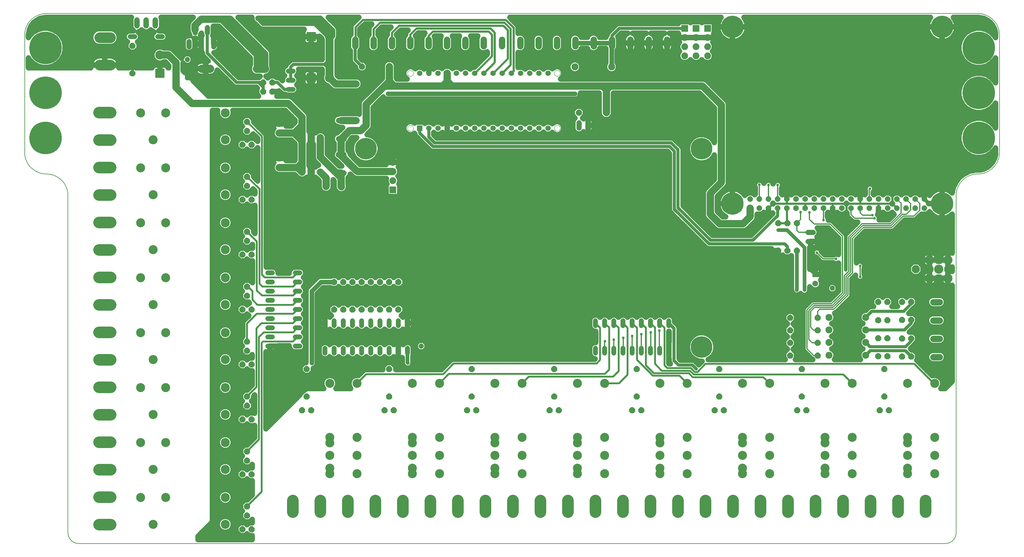
<source format=gtl>
G75*
%MOIN*%
%OFA0B0*%
%FSLAX25Y25*%
%IPPOS*%
%LPD*%
%AMOC8*
5,1,8,0,0,1.08239X$1,22.5*
%
%ADD10C,0.00600*%
%ADD11OC8,0.05200*%
%ADD12OC8,0.07000*%
%ADD13C,0.07000*%
%ADD14C,0.10000*%
%ADD15R,0.10000X0.10000*%
%ADD16R,0.06300X0.06300*%
%ADD17C,0.06300*%
%ADD18C,0.08850*%
%ADD19C,0.07600*%
%ADD20C,0.05200*%
%ADD21C,0.06600*%
%ADD22C,0.06000*%
%ADD23C,0.12598*%
%ADD24C,0.11811*%
%ADD25C,0.05543*%
%ADD26R,0.07400X0.07400*%
%ADD27C,0.07400*%
%ADD28C,0.05600*%
%ADD29OC8,0.06600*%
%ADD30OC8,0.08500*%
%ADD31R,0.05937X0.05937*%
%ADD32C,0.05937*%
%ADD33C,0.00000*%
%ADD34C,0.24409*%
%ADD35OC8,0.06000*%
%ADD36C,0.09843*%
%ADD37C,0.07050*%
%ADD38C,0.05906*%
%ADD39C,0.08661*%
%ADD40C,0.03200*%
%ADD41C,0.02978*%
%ADD42C,0.07874*%
%ADD43C,0.03962*%
%ADD44C,0.05000*%
%ADD45C,0.02400*%
%ADD46C,0.04000*%
%ADD47C,0.02000*%
%ADD48C,0.01200*%
%ADD49C,0.35433*%
%ADD50C,0.23622*%
D10*
X0094504Y0039386D02*
X0094504Y0407496D01*
X0094497Y0408067D01*
X0094476Y0408637D01*
X0094442Y0409207D01*
X0094394Y0409776D01*
X0094332Y0410343D01*
X0094256Y0410909D01*
X0094167Y0411473D01*
X0094064Y0412034D01*
X0093947Y0412593D01*
X0093818Y0413149D01*
X0093674Y0413702D01*
X0093518Y0414251D01*
X0093348Y0414796D01*
X0093165Y0415336D01*
X0092969Y0415872D01*
X0092760Y0416404D01*
X0092538Y0416930D01*
X0092304Y0417450D01*
X0092057Y0417965D01*
X0091798Y0418474D01*
X0091527Y0418976D01*
X0091243Y0419471D01*
X0090948Y0419960D01*
X0090641Y0420441D01*
X0090323Y0420915D01*
X0089993Y0421381D01*
X0089652Y0421838D01*
X0089299Y0422288D01*
X0088937Y0422728D01*
X0088563Y0423160D01*
X0088180Y0423583D01*
X0087786Y0423996D01*
X0087382Y0424400D01*
X0086969Y0424794D01*
X0086546Y0425177D01*
X0086114Y0425551D01*
X0085674Y0425913D01*
X0085224Y0426266D01*
X0084767Y0426607D01*
X0084301Y0426937D01*
X0083827Y0427255D01*
X0083346Y0427562D01*
X0082857Y0427857D01*
X0082362Y0428141D01*
X0081860Y0428412D01*
X0081351Y0428671D01*
X0080836Y0428918D01*
X0080316Y0429152D01*
X0079790Y0429374D01*
X0079258Y0429583D01*
X0078722Y0429779D01*
X0078182Y0429962D01*
X0077637Y0430132D01*
X0077088Y0430288D01*
X0076535Y0430432D01*
X0075979Y0430561D01*
X0075420Y0430678D01*
X0074859Y0430781D01*
X0074295Y0430870D01*
X0073729Y0430946D01*
X0073162Y0431008D01*
X0072593Y0431056D01*
X0072023Y0431090D01*
X0071453Y0431111D01*
X0070882Y0431118D01*
X0070311Y0431125D01*
X0069741Y0431146D01*
X0069171Y0431180D01*
X0068602Y0431228D01*
X0068035Y0431290D01*
X0067469Y0431366D01*
X0066905Y0431455D01*
X0066344Y0431558D01*
X0065785Y0431675D01*
X0065229Y0431804D01*
X0064676Y0431948D01*
X0064127Y0432104D01*
X0063582Y0432274D01*
X0063042Y0432457D01*
X0062506Y0432653D01*
X0061974Y0432862D01*
X0061448Y0433084D01*
X0060928Y0433318D01*
X0060413Y0433565D01*
X0059904Y0433824D01*
X0059402Y0434095D01*
X0058907Y0434379D01*
X0058418Y0434674D01*
X0057937Y0434981D01*
X0057463Y0435299D01*
X0056997Y0435629D01*
X0056540Y0435970D01*
X0056090Y0436323D01*
X0055650Y0436685D01*
X0055218Y0437059D01*
X0054795Y0437442D01*
X0054382Y0437836D01*
X0053978Y0438240D01*
X0053584Y0438653D01*
X0053201Y0439076D01*
X0052827Y0439508D01*
X0052465Y0439948D01*
X0052112Y0440398D01*
X0051771Y0440855D01*
X0051441Y0441321D01*
X0051123Y0441795D01*
X0050816Y0442276D01*
X0050521Y0442765D01*
X0050237Y0443260D01*
X0049966Y0443762D01*
X0049707Y0444271D01*
X0049460Y0444786D01*
X0049226Y0445306D01*
X0049004Y0445832D01*
X0048795Y0446364D01*
X0048599Y0446900D01*
X0048416Y0447440D01*
X0048246Y0447985D01*
X0048090Y0448534D01*
X0047946Y0449087D01*
X0047817Y0449643D01*
X0047700Y0450202D01*
X0047597Y0450763D01*
X0047508Y0451327D01*
X0047432Y0451893D01*
X0047370Y0452460D01*
X0047322Y0453029D01*
X0047288Y0453599D01*
X0047267Y0454169D01*
X0047260Y0454740D01*
X0047260Y0582693D01*
X0047267Y0583264D01*
X0047288Y0583834D01*
X0047322Y0584404D01*
X0047370Y0584973D01*
X0047432Y0585540D01*
X0047508Y0586106D01*
X0047597Y0586670D01*
X0047700Y0587231D01*
X0047817Y0587790D01*
X0047946Y0588346D01*
X0048090Y0588899D01*
X0048246Y0589448D01*
X0048416Y0589993D01*
X0048599Y0590533D01*
X0048795Y0591069D01*
X0049004Y0591601D01*
X0049226Y0592127D01*
X0049460Y0592647D01*
X0049707Y0593162D01*
X0049966Y0593671D01*
X0050237Y0594173D01*
X0050521Y0594668D01*
X0050816Y0595157D01*
X0051123Y0595638D01*
X0051441Y0596112D01*
X0051771Y0596578D01*
X0052112Y0597035D01*
X0052465Y0597485D01*
X0052827Y0597925D01*
X0053201Y0598357D01*
X0053584Y0598780D01*
X0053978Y0599193D01*
X0054382Y0599597D01*
X0054795Y0599991D01*
X0055218Y0600374D01*
X0055650Y0600748D01*
X0056090Y0601110D01*
X0056540Y0601463D01*
X0056997Y0601804D01*
X0057463Y0602134D01*
X0057937Y0602452D01*
X0058418Y0602759D01*
X0058907Y0603054D01*
X0059402Y0603338D01*
X0059904Y0603609D01*
X0060413Y0603868D01*
X0060928Y0604115D01*
X0061448Y0604349D01*
X0061974Y0604571D01*
X0062506Y0604780D01*
X0063042Y0604976D01*
X0063582Y0605159D01*
X0064127Y0605329D01*
X0064676Y0605485D01*
X0065229Y0605629D01*
X0065785Y0605758D01*
X0066344Y0605875D01*
X0066905Y0605978D01*
X0067469Y0606067D01*
X0068035Y0606143D01*
X0068602Y0606205D01*
X0069171Y0606253D01*
X0069741Y0606287D01*
X0070311Y0606308D01*
X0070882Y0606315D01*
X1086630Y0606315D01*
X1087201Y0606308D01*
X1087771Y0606287D01*
X1088341Y0606253D01*
X1088910Y0606205D01*
X1089477Y0606143D01*
X1090043Y0606067D01*
X1090607Y0605978D01*
X1091168Y0605875D01*
X1091727Y0605758D01*
X1092283Y0605629D01*
X1092836Y0605485D01*
X1093385Y0605329D01*
X1093930Y0605159D01*
X1094470Y0604976D01*
X1095006Y0604780D01*
X1095538Y0604571D01*
X1096064Y0604349D01*
X1096584Y0604115D01*
X1097099Y0603868D01*
X1097608Y0603609D01*
X1098110Y0603338D01*
X1098605Y0603054D01*
X1099094Y0602759D01*
X1099575Y0602452D01*
X1100049Y0602134D01*
X1100515Y0601804D01*
X1100972Y0601463D01*
X1101422Y0601110D01*
X1101862Y0600748D01*
X1102294Y0600374D01*
X1102717Y0599991D01*
X1103130Y0599597D01*
X1103534Y0599193D01*
X1103928Y0598780D01*
X1104311Y0598357D01*
X1104685Y0597925D01*
X1105047Y0597485D01*
X1105400Y0597035D01*
X1105741Y0596578D01*
X1106071Y0596112D01*
X1106389Y0595638D01*
X1106696Y0595157D01*
X1106991Y0594668D01*
X1107275Y0594173D01*
X1107546Y0593671D01*
X1107805Y0593162D01*
X1108052Y0592647D01*
X1108286Y0592127D01*
X1108508Y0591601D01*
X1108717Y0591069D01*
X1108913Y0590533D01*
X1109096Y0589993D01*
X1109266Y0589448D01*
X1109422Y0588899D01*
X1109566Y0588346D01*
X1109695Y0587790D01*
X1109812Y0587231D01*
X1109915Y0586670D01*
X1110004Y0586106D01*
X1110080Y0585540D01*
X1110142Y0584973D01*
X1110190Y0584404D01*
X1110224Y0583834D01*
X1110245Y0583264D01*
X1110252Y0582693D01*
X1110252Y0454740D01*
X1110245Y0454169D01*
X1110224Y0453599D01*
X1110190Y0453029D01*
X1110142Y0452460D01*
X1110080Y0451893D01*
X1110004Y0451327D01*
X1109915Y0450763D01*
X1109812Y0450202D01*
X1109695Y0449643D01*
X1109566Y0449087D01*
X1109422Y0448534D01*
X1109266Y0447985D01*
X1109096Y0447440D01*
X1108913Y0446900D01*
X1108717Y0446364D01*
X1108508Y0445832D01*
X1108286Y0445306D01*
X1108052Y0444786D01*
X1107805Y0444271D01*
X1107546Y0443762D01*
X1107275Y0443260D01*
X1106991Y0442765D01*
X1106696Y0442276D01*
X1106389Y0441795D01*
X1106071Y0441321D01*
X1105741Y0440855D01*
X1105400Y0440398D01*
X1105047Y0439948D01*
X1104685Y0439508D01*
X1104311Y0439076D01*
X1103928Y0438653D01*
X1103534Y0438240D01*
X1103130Y0437836D01*
X1102717Y0437442D01*
X1102294Y0437059D01*
X1101862Y0436685D01*
X1101422Y0436323D01*
X1100972Y0435970D01*
X1100515Y0435629D01*
X1100049Y0435299D01*
X1099575Y0434981D01*
X1099094Y0434674D01*
X1098605Y0434379D01*
X1098110Y0434095D01*
X1097608Y0433824D01*
X1097099Y0433565D01*
X1096584Y0433318D01*
X1096064Y0433084D01*
X1095538Y0432862D01*
X1095006Y0432653D01*
X1094470Y0432457D01*
X1093930Y0432274D01*
X1093385Y0432104D01*
X1092836Y0431948D01*
X1092283Y0431804D01*
X1091727Y0431675D01*
X1091168Y0431558D01*
X1090607Y0431455D01*
X1090043Y0431366D01*
X1089477Y0431290D01*
X1088910Y0431228D01*
X1088341Y0431180D01*
X1087771Y0431146D01*
X1087201Y0431125D01*
X1086630Y0431118D01*
X1086059Y0431111D01*
X1085489Y0431090D01*
X1084919Y0431056D01*
X1084350Y0431008D01*
X1083783Y0430946D01*
X1083217Y0430870D01*
X1082653Y0430781D01*
X1082092Y0430678D01*
X1081533Y0430561D01*
X1080977Y0430432D01*
X1080424Y0430288D01*
X1079875Y0430132D01*
X1079330Y0429962D01*
X1078790Y0429779D01*
X1078254Y0429583D01*
X1077722Y0429374D01*
X1077196Y0429152D01*
X1076676Y0428918D01*
X1076161Y0428671D01*
X1075652Y0428412D01*
X1075150Y0428141D01*
X1074655Y0427857D01*
X1074166Y0427562D01*
X1073685Y0427255D01*
X1073211Y0426937D01*
X1072745Y0426607D01*
X1072288Y0426266D01*
X1071838Y0425913D01*
X1071398Y0425551D01*
X1070966Y0425177D01*
X1070543Y0424794D01*
X1070130Y0424400D01*
X1069726Y0423996D01*
X1069332Y0423583D01*
X1068949Y0423160D01*
X1068575Y0422728D01*
X1068213Y0422288D01*
X1067860Y0421838D01*
X1067519Y0421381D01*
X1067189Y0420915D01*
X1066871Y0420441D01*
X1066564Y0419960D01*
X1066269Y0419471D01*
X1065985Y0418976D01*
X1065714Y0418474D01*
X1065455Y0417965D01*
X1065208Y0417450D01*
X1064974Y0416930D01*
X1064752Y0416404D01*
X1064543Y0415872D01*
X1064347Y0415336D01*
X1064164Y0414796D01*
X1063994Y0414251D01*
X1063838Y0413702D01*
X1063694Y0413149D01*
X1063565Y0412593D01*
X1063448Y0412034D01*
X1063345Y0411473D01*
X1063256Y0410909D01*
X1063180Y0410343D01*
X1063118Y0409776D01*
X1063070Y0409207D01*
X1063036Y0408637D01*
X1063015Y0408067D01*
X1063008Y0407496D01*
X1063008Y0039386D01*
X1063005Y0039101D01*
X1062994Y0038815D01*
X1062977Y0038530D01*
X1062953Y0038246D01*
X1062922Y0037962D01*
X1062884Y0037679D01*
X1062839Y0037398D01*
X1062788Y0037117D01*
X1062730Y0036837D01*
X1062665Y0036559D01*
X1062593Y0036283D01*
X1062515Y0036009D01*
X1062430Y0035736D01*
X1062338Y0035466D01*
X1062240Y0035198D01*
X1062136Y0034932D01*
X1062025Y0034669D01*
X1061908Y0034409D01*
X1061785Y0034151D01*
X1061655Y0033897D01*
X1061519Y0033646D01*
X1061378Y0033398D01*
X1061230Y0033154D01*
X1061077Y0032913D01*
X1060917Y0032677D01*
X1060752Y0032444D01*
X1060582Y0032215D01*
X1060406Y0031990D01*
X1060224Y0031770D01*
X1060038Y0031554D01*
X1059846Y0031343D01*
X1059649Y0031136D01*
X1059447Y0030934D01*
X1059240Y0030737D01*
X1059029Y0030545D01*
X1058813Y0030359D01*
X1058593Y0030177D01*
X1058368Y0030001D01*
X1058139Y0029831D01*
X1057906Y0029666D01*
X1057670Y0029506D01*
X1057429Y0029353D01*
X1057185Y0029205D01*
X1056937Y0029064D01*
X1056686Y0028928D01*
X1056432Y0028798D01*
X1056174Y0028675D01*
X1055914Y0028558D01*
X1055651Y0028447D01*
X1055385Y0028343D01*
X1055117Y0028245D01*
X1054847Y0028153D01*
X1054574Y0028068D01*
X1054300Y0027990D01*
X1054024Y0027918D01*
X1053746Y0027853D01*
X1053466Y0027795D01*
X1053185Y0027744D01*
X1052904Y0027699D01*
X1052621Y0027661D01*
X1052337Y0027630D01*
X1052053Y0027606D01*
X1051768Y0027589D01*
X1051482Y0027578D01*
X1051197Y0027575D01*
X0106315Y0027575D01*
X0106030Y0027578D01*
X0105744Y0027589D01*
X0105459Y0027606D01*
X0105175Y0027630D01*
X0104891Y0027661D01*
X0104608Y0027699D01*
X0104327Y0027744D01*
X0104046Y0027795D01*
X0103766Y0027853D01*
X0103488Y0027918D01*
X0103212Y0027990D01*
X0102938Y0028068D01*
X0102665Y0028153D01*
X0102395Y0028245D01*
X0102127Y0028343D01*
X0101861Y0028447D01*
X0101598Y0028558D01*
X0101338Y0028675D01*
X0101080Y0028798D01*
X0100826Y0028928D01*
X0100575Y0029064D01*
X0100327Y0029205D01*
X0100083Y0029353D01*
X0099842Y0029506D01*
X0099606Y0029666D01*
X0099373Y0029831D01*
X0099144Y0030001D01*
X0098919Y0030177D01*
X0098699Y0030359D01*
X0098483Y0030545D01*
X0098272Y0030737D01*
X0098065Y0030934D01*
X0097863Y0031136D01*
X0097666Y0031343D01*
X0097474Y0031554D01*
X0097288Y0031770D01*
X0097106Y0031990D01*
X0096930Y0032215D01*
X0096760Y0032444D01*
X0096595Y0032677D01*
X0096435Y0032913D01*
X0096282Y0033154D01*
X0096134Y0033398D01*
X0095993Y0033646D01*
X0095857Y0033897D01*
X0095727Y0034151D01*
X0095604Y0034409D01*
X0095487Y0034669D01*
X0095376Y0034932D01*
X0095272Y0035198D01*
X0095174Y0035466D01*
X0095082Y0035736D01*
X0094997Y0036009D01*
X0094919Y0036283D01*
X0094847Y0036559D01*
X0094782Y0036837D01*
X0094724Y0037117D01*
X0094673Y0037398D01*
X0094628Y0037679D01*
X0094590Y0037962D01*
X0094559Y0038246D01*
X0094535Y0038530D01*
X0094518Y0038815D01*
X0094507Y0039101D01*
X0094504Y0039386D01*
D11*
X0479819Y0243165D03*
X0479819Y0263165D03*
X0392635Y0397217D03*
X0376113Y0397537D03*
X0376113Y0417537D03*
X0392635Y0417217D03*
X0224819Y0536039D03*
X0224819Y0556039D03*
X0928087Y0326315D03*
X0928087Y0306315D03*
D12*
X0324819Y0448165D03*
X0324819Y0485665D03*
D13*
X0324819Y0475665D03*
X0324819Y0438165D03*
D14*
X0379819Y0536039D03*
X0379819Y0581039D03*
X0194819Y0561039D03*
X1034130Y0337102D03*
X1044130Y0327102D03*
X1054130Y0337102D03*
X1054130Y0317102D03*
X1034130Y0317102D03*
D15*
X0359819Y0536039D03*
X0359819Y0581039D03*
X0194819Y0541039D03*
D16*
X0909465Y0321315D03*
D17*
X0909465Y0311315D03*
D18*
X0309244Y0546039D02*
X0300394Y0546039D01*
X0249244Y0546039D02*
X0240394Y0546039D01*
D19*
X0408818Y0529486D03*
X0408818Y0489486D03*
X0647260Y0548165D03*
X0687260Y0548165D03*
X0924425Y0274543D03*
X0924425Y0260764D03*
X0924425Y0246984D03*
X0924425Y0233205D03*
X0964425Y0233205D03*
X0964425Y0246984D03*
X0964425Y0260764D03*
X0964425Y0274543D03*
D20*
X0749819Y0270765D02*
X0749819Y0265565D01*
X0739819Y0265565D02*
X0739819Y0270765D01*
X0729819Y0270765D02*
X0729819Y0265565D01*
X0719819Y0265565D02*
X0719819Y0270765D01*
X0709819Y0270765D02*
X0709819Y0265565D01*
X0699819Y0265565D02*
X0699819Y0270765D01*
X0689819Y0270765D02*
X0689819Y0265565D01*
X0679819Y0265565D02*
X0679819Y0270765D01*
X0669819Y0270765D02*
X0669819Y0265565D01*
X0669819Y0240765D02*
X0669819Y0235565D01*
X0679819Y0235565D02*
X0679819Y0240765D01*
X0689819Y0240765D02*
X0689819Y0235565D01*
X0699819Y0235565D02*
X0699819Y0240765D01*
X0709819Y0240765D02*
X0709819Y0235565D01*
X0719819Y0235565D02*
X0719819Y0240765D01*
X0729819Y0240765D02*
X0729819Y0235565D01*
X0739819Y0235565D02*
X0739819Y0240765D01*
X0749819Y0240765D02*
X0749819Y0235565D01*
X0464819Y0235565D02*
X0464819Y0240765D01*
X0454819Y0240765D02*
X0454819Y0235565D01*
X0444819Y0235565D02*
X0444819Y0240765D01*
X0434819Y0240765D02*
X0434819Y0235565D01*
X0424819Y0235565D02*
X0424819Y0240765D01*
X0414819Y0240765D02*
X0414819Y0235565D01*
X0404819Y0235565D02*
X0404819Y0240765D01*
X0394819Y0240765D02*
X0394819Y0235565D01*
X0384819Y0235565D02*
X0384819Y0240765D01*
X0374819Y0240765D02*
X0374819Y0235565D01*
X0347419Y0243165D02*
X0342219Y0243165D01*
X0342219Y0253165D02*
X0347419Y0253165D01*
X0347419Y0263165D02*
X0342219Y0263165D01*
X0342219Y0273165D02*
X0347419Y0273165D01*
X0347419Y0283165D02*
X0342219Y0283165D01*
X0342219Y0293165D02*
X0347419Y0293165D01*
X0347419Y0303165D02*
X0342219Y0303165D01*
X0342219Y0313165D02*
X0347419Y0313165D01*
X0347419Y0323165D02*
X0342219Y0323165D01*
X0317419Y0323165D02*
X0312219Y0323165D01*
X0312219Y0313165D02*
X0317419Y0313165D01*
X0317419Y0303165D02*
X0312219Y0303165D01*
X0312219Y0293165D02*
X0317419Y0293165D01*
X0317419Y0283165D02*
X0312219Y0283165D01*
X0312219Y0273165D02*
X0317419Y0273165D01*
X0317419Y0263165D02*
X0312219Y0263165D01*
X0312219Y0253165D02*
X0317419Y0253165D01*
X0317419Y0243165D02*
X0312219Y0243165D01*
X0374819Y0265565D02*
X0374819Y0270765D01*
X0384819Y0270765D02*
X0384819Y0265565D01*
X0394819Y0265565D02*
X0394819Y0270765D01*
X0404819Y0270765D02*
X0404819Y0265565D01*
X0414819Y0265565D02*
X0414819Y0270765D01*
X0424819Y0270765D02*
X0424819Y0265565D01*
X0434819Y0265565D02*
X0434819Y0270765D01*
X0444819Y0270765D02*
X0444819Y0265565D01*
X0454819Y0265565D02*
X0454819Y0270765D01*
X0464819Y0270765D02*
X0464819Y0265565D01*
X0339919Y0523539D02*
X0334719Y0523539D01*
X0334719Y0533539D02*
X0339919Y0533539D01*
X0339919Y0543539D02*
X0334719Y0543539D01*
X0197419Y0581039D02*
X0192219Y0581039D01*
X0167419Y0581039D02*
X0162219Y0581039D01*
D21*
X0349819Y0470665D03*
X0359819Y0470665D03*
X0369819Y0470665D03*
X0369819Y0433165D03*
X0359819Y0433165D03*
X0349819Y0433165D03*
D22*
X0389492Y0432021D02*
X0395492Y0432021D01*
X0395492Y0452021D02*
X0389492Y0452021D01*
X0389545Y0469592D02*
X0395545Y0469592D01*
X0395545Y0489592D02*
X0389545Y0489592D01*
X0307819Y0561039D02*
X0301819Y0561039D01*
X0301819Y0601039D02*
X0307819Y0601039D01*
X0189819Y0599039D02*
X0189819Y0593039D01*
X0179819Y0593039D02*
X0179819Y0599039D01*
X0169819Y0599039D02*
X0169819Y0593039D01*
D23*
X0141118Y0498165D02*
X0128520Y0498165D01*
X0128520Y0468165D02*
X0141118Y0468165D01*
X0141118Y0438165D02*
X0128520Y0438165D01*
X0128520Y0408165D02*
X0141118Y0408165D01*
X0141118Y0378165D02*
X0128520Y0378165D01*
X0128520Y0348165D02*
X0141118Y0348165D01*
X0141118Y0318165D02*
X0128520Y0318165D01*
X0128520Y0288165D02*
X0141118Y0288165D01*
X0141118Y0258165D02*
X0128520Y0258165D01*
X0128520Y0228165D02*
X0141118Y0228165D01*
X0141118Y0198165D02*
X0128520Y0198165D01*
X0128520Y0168165D02*
X0141118Y0168165D01*
X0141118Y0138165D02*
X0128520Y0138165D01*
X0128520Y0108165D02*
X0141118Y0108165D01*
X0141118Y0078165D02*
X0128520Y0078165D01*
X0128520Y0048165D02*
X0141118Y0048165D01*
X0339819Y0061866D02*
X0339819Y0074465D01*
X0369819Y0074465D02*
X0369819Y0061866D01*
X0399819Y0061866D02*
X0399819Y0074465D01*
X0429819Y0074465D02*
X0429819Y0061866D01*
X0459819Y0061866D02*
X0459819Y0074465D01*
X0489819Y0074465D02*
X0489819Y0061866D01*
X0519819Y0061866D02*
X0519819Y0074465D01*
X0549819Y0074465D02*
X0549819Y0061866D01*
X0579819Y0061866D02*
X0579819Y0074465D01*
X0609819Y0074465D02*
X0609819Y0061866D01*
X0639819Y0061866D02*
X0639819Y0074465D01*
X0669819Y0074465D02*
X0669819Y0061866D01*
X0699819Y0061866D02*
X0699819Y0074465D01*
X0729819Y0074465D02*
X0729819Y0061866D01*
X0759819Y0061866D02*
X0759819Y0074465D01*
X0789819Y0074465D02*
X0789819Y0061866D01*
X0819819Y0061866D02*
X0819819Y0074465D01*
X0849819Y0074465D02*
X0849819Y0061866D01*
X0879819Y0061866D02*
X0879819Y0074465D01*
X0909819Y0074465D02*
X0909819Y0061866D01*
X0939819Y0061866D02*
X0939819Y0074465D01*
X0969819Y0074465D02*
X0969819Y0061866D01*
X0999819Y0061866D02*
X0999819Y0074465D01*
X1029819Y0074465D02*
X1029819Y0061866D01*
D24*
X0140724Y0550134D02*
X0128913Y0550134D01*
X0128913Y0580134D02*
X0140724Y0580134D01*
D25*
X0226433Y0575740D02*
X0226433Y0570197D01*
X0239819Y0570197D02*
X0239819Y0575740D01*
X0246512Y0585551D02*
X0246512Y0591094D01*
X0233126Y0591094D02*
X0233126Y0585551D01*
X0253205Y0575740D02*
X0253205Y0570197D01*
D26*
X0448827Y0413827D03*
X0766984Y0590134D03*
X0779484Y0590134D03*
X0791984Y0590134D03*
D27*
X0791984Y0580134D03*
X0791984Y0570134D03*
X0779484Y0570134D03*
X0779484Y0580134D03*
X0766984Y0580134D03*
X0766984Y0570134D03*
X0766984Y0560134D03*
X0779484Y0560134D03*
X0791984Y0560134D03*
X0448827Y0443827D03*
X0448827Y0433827D03*
X0448827Y0423827D03*
D28*
X0651709Y0481468D02*
X0651709Y0487068D01*
X0661709Y0487068D02*
X0661709Y0481468D01*
X0901460Y0367407D02*
X0907060Y0367407D01*
X0907060Y0357407D02*
X0901460Y0357407D01*
D29*
X0889228Y0347407D03*
X0879071Y0347407D03*
X0868913Y0347407D03*
X0868913Y0377407D03*
X0879071Y0377407D03*
X0889228Y0377407D03*
X0978087Y0291342D03*
X0988087Y0291342D03*
X1004110Y0291472D03*
X1014110Y0291472D03*
X1014110Y0271787D03*
X1004110Y0271787D03*
X0988087Y0271566D03*
X0978087Y0271566D03*
X0978087Y0251789D03*
X0988087Y0251789D03*
X1004110Y0251512D03*
X1014110Y0251512D03*
X1014110Y0231827D03*
X1004110Y0231827D03*
X0988087Y0232012D03*
X0978087Y0232012D03*
X0984819Y0218165D03*
X0984819Y0188165D03*
X0989819Y0173165D03*
X0979819Y0173165D03*
X0899819Y0173165D03*
X0889819Y0173165D03*
X0894819Y0188165D03*
X0894819Y0218165D03*
X0882142Y0232850D03*
X0882142Y0246630D03*
X0882142Y0260409D03*
X0882142Y0274189D03*
X0912142Y0274189D03*
X0912142Y0260409D03*
X0912142Y0246630D03*
X0912142Y0232850D03*
X0804819Y0218165D03*
X0804819Y0188165D03*
X0809819Y0173165D03*
X0799819Y0173165D03*
X0719819Y0173165D03*
X0709819Y0173165D03*
X0714819Y0188165D03*
X0714819Y0218165D03*
X0629819Y0173165D03*
X0619819Y0173165D03*
X0624819Y0188165D03*
X0624819Y0218165D03*
X0534819Y0218165D03*
X0534819Y0188165D03*
X0539819Y0173165D03*
X0529819Y0173165D03*
X0449819Y0173165D03*
X0439819Y0173165D03*
X0444819Y0188165D03*
X0444819Y0218165D03*
X0354819Y0218165D03*
X0354819Y0188165D03*
X0359819Y0173165D03*
X0349819Y0173165D03*
X0294819Y0163165D03*
X0284819Y0163165D03*
X0289819Y0178165D03*
X0289819Y0188165D03*
X0294819Y0223165D03*
X0284819Y0223165D03*
X0289819Y0238165D03*
X0289819Y0248165D03*
X0294819Y0283165D03*
X0284819Y0283165D03*
X0289819Y0298165D03*
X0289819Y0308165D03*
X0294819Y0343165D03*
X0284819Y0343165D03*
X0289819Y0358165D03*
X0289819Y0368165D03*
X0294819Y0403165D03*
X0284819Y0403165D03*
X0289819Y0418165D03*
X0289819Y0428165D03*
X0294819Y0463165D03*
X0284819Y0463165D03*
X0289819Y0478165D03*
X0289819Y0488165D03*
X0307319Y0521039D03*
X0317319Y0521039D03*
X0317319Y0531039D03*
X0307319Y0531039D03*
X0415016Y0548441D03*
X0445016Y0548441D03*
X0651551Y0498047D03*
X0681551Y0498047D03*
X0454819Y0313165D03*
X0444819Y0313165D03*
X0434819Y0313165D03*
X0424819Y0313165D03*
X0414819Y0313165D03*
X0404819Y0313165D03*
X0394819Y0313165D03*
X0384819Y0313165D03*
X0384819Y0283165D03*
X0394819Y0283165D03*
X0404819Y0283165D03*
X0414819Y0283165D03*
X0424819Y0283165D03*
X0434819Y0283165D03*
X0444819Y0283165D03*
X0454819Y0283165D03*
X0289819Y0128165D03*
X0289819Y0118165D03*
X0294819Y0103165D03*
X0284819Y0103165D03*
X0289819Y0068165D03*
X0289819Y0058165D03*
X0294819Y0043165D03*
X0284819Y0043165D03*
X0164819Y0541039D03*
X0164819Y0571039D03*
D30*
X1019031Y0327165D03*
D31*
X0477969Y0481157D03*
D32*
X0487969Y0481157D03*
X0497969Y0481157D03*
X0507969Y0481157D03*
X0517969Y0481157D03*
X0527969Y0481157D03*
X0537969Y0481157D03*
X0547969Y0481157D03*
X0557969Y0481157D03*
X0567969Y0481157D03*
X0577969Y0481157D03*
X0587969Y0481157D03*
X0597969Y0481157D03*
X0607969Y0481157D03*
X0617969Y0481157D03*
X0617969Y0541157D03*
X0607969Y0541157D03*
X0597969Y0541157D03*
X0587969Y0541157D03*
X0577969Y0541157D03*
X0567969Y0541157D03*
X0557969Y0541157D03*
X0547969Y0541157D03*
X0537969Y0541157D03*
X0527969Y0541157D03*
X0517969Y0541157D03*
X0507969Y0541157D03*
X0497969Y0541157D03*
X0487969Y0541157D03*
X0477969Y0541157D03*
D33*
X0464719Y0541157D02*
X0464721Y0541270D01*
X0464727Y0541384D01*
X0464737Y0541497D01*
X0464751Y0541609D01*
X0464768Y0541721D01*
X0464790Y0541833D01*
X0464816Y0541943D01*
X0464845Y0542053D01*
X0464878Y0542161D01*
X0464915Y0542269D01*
X0464956Y0542374D01*
X0465000Y0542479D01*
X0465048Y0542582D01*
X0465099Y0542683D01*
X0465154Y0542782D01*
X0465213Y0542879D01*
X0465275Y0542974D01*
X0465340Y0543067D01*
X0465408Y0543158D01*
X0465479Y0543246D01*
X0465554Y0543332D01*
X0465631Y0543415D01*
X0465711Y0543495D01*
X0465794Y0543572D01*
X0465880Y0543647D01*
X0465968Y0543718D01*
X0466059Y0543786D01*
X0466152Y0543851D01*
X0466247Y0543913D01*
X0466344Y0543972D01*
X0466443Y0544027D01*
X0466544Y0544078D01*
X0466647Y0544126D01*
X0466752Y0544170D01*
X0466857Y0544211D01*
X0466965Y0544248D01*
X0467073Y0544281D01*
X0467183Y0544310D01*
X0467293Y0544336D01*
X0467405Y0544358D01*
X0467517Y0544375D01*
X0467629Y0544389D01*
X0467742Y0544399D01*
X0467856Y0544405D01*
X0467969Y0544407D01*
X0468082Y0544405D01*
X0468196Y0544399D01*
X0468309Y0544389D01*
X0468421Y0544375D01*
X0468533Y0544358D01*
X0468645Y0544336D01*
X0468755Y0544310D01*
X0468865Y0544281D01*
X0468973Y0544248D01*
X0469081Y0544211D01*
X0469186Y0544170D01*
X0469291Y0544126D01*
X0469394Y0544078D01*
X0469495Y0544027D01*
X0469594Y0543972D01*
X0469691Y0543913D01*
X0469786Y0543851D01*
X0469879Y0543786D01*
X0469970Y0543718D01*
X0470058Y0543647D01*
X0470144Y0543572D01*
X0470227Y0543495D01*
X0470307Y0543415D01*
X0470384Y0543332D01*
X0470459Y0543246D01*
X0470530Y0543158D01*
X0470598Y0543067D01*
X0470663Y0542974D01*
X0470725Y0542879D01*
X0470784Y0542782D01*
X0470839Y0542683D01*
X0470890Y0542582D01*
X0470938Y0542479D01*
X0470982Y0542374D01*
X0471023Y0542269D01*
X0471060Y0542161D01*
X0471093Y0542053D01*
X0471122Y0541943D01*
X0471148Y0541833D01*
X0471170Y0541721D01*
X0471187Y0541609D01*
X0471201Y0541497D01*
X0471211Y0541384D01*
X0471217Y0541270D01*
X0471219Y0541157D01*
X0471217Y0541044D01*
X0471211Y0540930D01*
X0471201Y0540817D01*
X0471187Y0540705D01*
X0471170Y0540593D01*
X0471148Y0540481D01*
X0471122Y0540371D01*
X0471093Y0540261D01*
X0471060Y0540153D01*
X0471023Y0540045D01*
X0470982Y0539940D01*
X0470938Y0539835D01*
X0470890Y0539732D01*
X0470839Y0539631D01*
X0470784Y0539532D01*
X0470725Y0539435D01*
X0470663Y0539340D01*
X0470598Y0539247D01*
X0470530Y0539156D01*
X0470459Y0539068D01*
X0470384Y0538982D01*
X0470307Y0538899D01*
X0470227Y0538819D01*
X0470144Y0538742D01*
X0470058Y0538667D01*
X0469970Y0538596D01*
X0469879Y0538528D01*
X0469786Y0538463D01*
X0469691Y0538401D01*
X0469594Y0538342D01*
X0469495Y0538287D01*
X0469394Y0538236D01*
X0469291Y0538188D01*
X0469186Y0538144D01*
X0469081Y0538103D01*
X0468973Y0538066D01*
X0468865Y0538033D01*
X0468755Y0538004D01*
X0468645Y0537978D01*
X0468533Y0537956D01*
X0468421Y0537939D01*
X0468309Y0537925D01*
X0468196Y0537915D01*
X0468082Y0537909D01*
X0467969Y0537907D01*
X0467856Y0537909D01*
X0467742Y0537915D01*
X0467629Y0537925D01*
X0467517Y0537939D01*
X0467405Y0537956D01*
X0467293Y0537978D01*
X0467183Y0538004D01*
X0467073Y0538033D01*
X0466965Y0538066D01*
X0466857Y0538103D01*
X0466752Y0538144D01*
X0466647Y0538188D01*
X0466544Y0538236D01*
X0466443Y0538287D01*
X0466344Y0538342D01*
X0466247Y0538401D01*
X0466152Y0538463D01*
X0466059Y0538528D01*
X0465968Y0538596D01*
X0465880Y0538667D01*
X0465794Y0538742D01*
X0465711Y0538819D01*
X0465631Y0538899D01*
X0465554Y0538982D01*
X0465479Y0539068D01*
X0465408Y0539156D01*
X0465340Y0539247D01*
X0465275Y0539340D01*
X0465213Y0539435D01*
X0465154Y0539532D01*
X0465099Y0539631D01*
X0465048Y0539732D01*
X0465000Y0539835D01*
X0464956Y0539940D01*
X0464915Y0540045D01*
X0464878Y0540153D01*
X0464845Y0540261D01*
X0464816Y0540371D01*
X0464790Y0540481D01*
X0464768Y0540593D01*
X0464751Y0540705D01*
X0464737Y0540817D01*
X0464727Y0540930D01*
X0464721Y0541044D01*
X0464719Y0541157D01*
X0464719Y0481157D02*
X0464721Y0481270D01*
X0464727Y0481384D01*
X0464737Y0481497D01*
X0464751Y0481609D01*
X0464768Y0481721D01*
X0464790Y0481833D01*
X0464816Y0481943D01*
X0464845Y0482053D01*
X0464878Y0482161D01*
X0464915Y0482269D01*
X0464956Y0482374D01*
X0465000Y0482479D01*
X0465048Y0482582D01*
X0465099Y0482683D01*
X0465154Y0482782D01*
X0465213Y0482879D01*
X0465275Y0482974D01*
X0465340Y0483067D01*
X0465408Y0483158D01*
X0465479Y0483246D01*
X0465554Y0483332D01*
X0465631Y0483415D01*
X0465711Y0483495D01*
X0465794Y0483572D01*
X0465880Y0483647D01*
X0465968Y0483718D01*
X0466059Y0483786D01*
X0466152Y0483851D01*
X0466247Y0483913D01*
X0466344Y0483972D01*
X0466443Y0484027D01*
X0466544Y0484078D01*
X0466647Y0484126D01*
X0466752Y0484170D01*
X0466857Y0484211D01*
X0466965Y0484248D01*
X0467073Y0484281D01*
X0467183Y0484310D01*
X0467293Y0484336D01*
X0467405Y0484358D01*
X0467517Y0484375D01*
X0467629Y0484389D01*
X0467742Y0484399D01*
X0467856Y0484405D01*
X0467969Y0484407D01*
X0468082Y0484405D01*
X0468196Y0484399D01*
X0468309Y0484389D01*
X0468421Y0484375D01*
X0468533Y0484358D01*
X0468645Y0484336D01*
X0468755Y0484310D01*
X0468865Y0484281D01*
X0468973Y0484248D01*
X0469081Y0484211D01*
X0469186Y0484170D01*
X0469291Y0484126D01*
X0469394Y0484078D01*
X0469495Y0484027D01*
X0469594Y0483972D01*
X0469691Y0483913D01*
X0469786Y0483851D01*
X0469879Y0483786D01*
X0469970Y0483718D01*
X0470058Y0483647D01*
X0470144Y0483572D01*
X0470227Y0483495D01*
X0470307Y0483415D01*
X0470384Y0483332D01*
X0470459Y0483246D01*
X0470530Y0483158D01*
X0470598Y0483067D01*
X0470663Y0482974D01*
X0470725Y0482879D01*
X0470784Y0482782D01*
X0470839Y0482683D01*
X0470890Y0482582D01*
X0470938Y0482479D01*
X0470982Y0482374D01*
X0471023Y0482269D01*
X0471060Y0482161D01*
X0471093Y0482053D01*
X0471122Y0481943D01*
X0471148Y0481833D01*
X0471170Y0481721D01*
X0471187Y0481609D01*
X0471201Y0481497D01*
X0471211Y0481384D01*
X0471217Y0481270D01*
X0471219Y0481157D01*
X0471217Y0481044D01*
X0471211Y0480930D01*
X0471201Y0480817D01*
X0471187Y0480705D01*
X0471170Y0480593D01*
X0471148Y0480481D01*
X0471122Y0480371D01*
X0471093Y0480261D01*
X0471060Y0480153D01*
X0471023Y0480045D01*
X0470982Y0479940D01*
X0470938Y0479835D01*
X0470890Y0479732D01*
X0470839Y0479631D01*
X0470784Y0479532D01*
X0470725Y0479435D01*
X0470663Y0479340D01*
X0470598Y0479247D01*
X0470530Y0479156D01*
X0470459Y0479068D01*
X0470384Y0478982D01*
X0470307Y0478899D01*
X0470227Y0478819D01*
X0470144Y0478742D01*
X0470058Y0478667D01*
X0469970Y0478596D01*
X0469879Y0478528D01*
X0469786Y0478463D01*
X0469691Y0478401D01*
X0469594Y0478342D01*
X0469495Y0478287D01*
X0469394Y0478236D01*
X0469291Y0478188D01*
X0469186Y0478144D01*
X0469081Y0478103D01*
X0468973Y0478066D01*
X0468865Y0478033D01*
X0468755Y0478004D01*
X0468645Y0477978D01*
X0468533Y0477956D01*
X0468421Y0477939D01*
X0468309Y0477925D01*
X0468196Y0477915D01*
X0468082Y0477909D01*
X0467969Y0477907D01*
X0467856Y0477909D01*
X0467742Y0477915D01*
X0467629Y0477925D01*
X0467517Y0477939D01*
X0467405Y0477956D01*
X0467293Y0477978D01*
X0467183Y0478004D01*
X0467073Y0478033D01*
X0466965Y0478066D01*
X0466857Y0478103D01*
X0466752Y0478144D01*
X0466647Y0478188D01*
X0466544Y0478236D01*
X0466443Y0478287D01*
X0466344Y0478342D01*
X0466247Y0478401D01*
X0466152Y0478463D01*
X0466059Y0478528D01*
X0465968Y0478596D01*
X0465880Y0478667D01*
X0465794Y0478742D01*
X0465711Y0478819D01*
X0465631Y0478899D01*
X0465554Y0478982D01*
X0465479Y0479068D01*
X0465408Y0479156D01*
X0465340Y0479247D01*
X0465275Y0479340D01*
X0465213Y0479435D01*
X0465154Y0479532D01*
X0465099Y0479631D01*
X0465048Y0479732D01*
X0465000Y0479835D01*
X0464956Y0479940D01*
X0464915Y0480045D01*
X0464878Y0480153D01*
X0464845Y0480261D01*
X0464816Y0480371D01*
X0464790Y0480481D01*
X0464768Y0480593D01*
X0464751Y0480705D01*
X0464737Y0480817D01*
X0464727Y0480930D01*
X0464721Y0481044D01*
X0464719Y0481157D01*
X0624719Y0481157D02*
X0624721Y0481270D01*
X0624727Y0481384D01*
X0624737Y0481497D01*
X0624751Y0481609D01*
X0624768Y0481721D01*
X0624790Y0481833D01*
X0624816Y0481943D01*
X0624845Y0482053D01*
X0624878Y0482161D01*
X0624915Y0482269D01*
X0624956Y0482374D01*
X0625000Y0482479D01*
X0625048Y0482582D01*
X0625099Y0482683D01*
X0625154Y0482782D01*
X0625213Y0482879D01*
X0625275Y0482974D01*
X0625340Y0483067D01*
X0625408Y0483158D01*
X0625479Y0483246D01*
X0625554Y0483332D01*
X0625631Y0483415D01*
X0625711Y0483495D01*
X0625794Y0483572D01*
X0625880Y0483647D01*
X0625968Y0483718D01*
X0626059Y0483786D01*
X0626152Y0483851D01*
X0626247Y0483913D01*
X0626344Y0483972D01*
X0626443Y0484027D01*
X0626544Y0484078D01*
X0626647Y0484126D01*
X0626752Y0484170D01*
X0626857Y0484211D01*
X0626965Y0484248D01*
X0627073Y0484281D01*
X0627183Y0484310D01*
X0627293Y0484336D01*
X0627405Y0484358D01*
X0627517Y0484375D01*
X0627629Y0484389D01*
X0627742Y0484399D01*
X0627856Y0484405D01*
X0627969Y0484407D01*
X0628082Y0484405D01*
X0628196Y0484399D01*
X0628309Y0484389D01*
X0628421Y0484375D01*
X0628533Y0484358D01*
X0628645Y0484336D01*
X0628755Y0484310D01*
X0628865Y0484281D01*
X0628973Y0484248D01*
X0629081Y0484211D01*
X0629186Y0484170D01*
X0629291Y0484126D01*
X0629394Y0484078D01*
X0629495Y0484027D01*
X0629594Y0483972D01*
X0629691Y0483913D01*
X0629786Y0483851D01*
X0629879Y0483786D01*
X0629970Y0483718D01*
X0630058Y0483647D01*
X0630144Y0483572D01*
X0630227Y0483495D01*
X0630307Y0483415D01*
X0630384Y0483332D01*
X0630459Y0483246D01*
X0630530Y0483158D01*
X0630598Y0483067D01*
X0630663Y0482974D01*
X0630725Y0482879D01*
X0630784Y0482782D01*
X0630839Y0482683D01*
X0630890Y0482582D01*
X0630938Y0482479D01*
X0630982Y0482374D01*
X0631023Y0482269D01*
X0631060Y0482161D01*
X0631093Y0482053D01*
X0631122Y0481943D01*
X0631148Y0481833D01*
X0631170Y0481721D01*
X0631187Y0481609D01*
X0631201Y0481497D01*
X0631211Y0481384D01*
X0631217Y0481270D01*
X0631219Y0481157D01*
X0631217Y0481044D01*
X0631211Y0480930D01*
X0631201Y0480817D01*
X0631187Y0480705D01*
X0631170Y0480593D01*
X0631148Y0480481D01*
X0631122Y0480371D01*
X0631093Y0480261D01*
X0631060Y0480153D01*
X0631023Y0480045D01*
X0630982Y0479940D01*
X0630938Y0479835D01*
X0630890Y0479732D01*
X0630839Y0479631D01*
X0630784Y0479532D01*
X0630725Y0479435D01*
X0630663Y0479340D01*
X0630598Y0479247D01*
X0630530Y0479156D01*
X0630459Y0479068D01*
X0630384Y0478982D01*
X0630307Y0478899D01*
X0630227Y0478819D01*
X0630144Y0478742D01*
X0630058Y0478667D01*
X0629970Y0478596D01*
X0629879Y0478528D01*
X0629786Y0478463D01*
X0629691Y0478401D01*
X0629594Y0478342D01*
X0629495Y0478287D01*
X0629394Y0478236D01*
X0629291Y0478188D01*
X0629186Y0478144D01*
X0629081Y0478103D01*
X0628973Y0478066D01*
X0628865Y0478033D01*
X0628755Y0478004D01*
X0628645Y0477978D01*
X0628533Y0477956D01*
X0628421Y0477939D01*
X0628309Y0477925D01*
X0628196Y0477915D01*
X0628082Y0477909D01*
X0627969Y0477907D01*
X0627856Y0477909D01*
X0627742Y0477915D01*
X0627629Y0477925D01*
X0627517Y0477939D01*
X0627405Y0477956D01*
X0627293Y0477978D01*
X0627183Y0478004D01*
X0627073Y0478033D01*
X0626965Y0478066D01*
X0626857Y0478103D01*
X0626752Y0478144D01*
X0626647Y0478188D01*
X0626544Y0478236D01*
X0626443Y0478287D01*
X0626344Y0478342D01*
X0626247Y0478401D01*
X0626152Y0478463D01*
X0626059Y0478528D01*
X0625968Y0478596D01*
X0625880Y0478667D01*
X0625794Y0478742D01*
X0625711Y0478819D01*
X0625631Y0478899D01*
X0625554Y0478982D01*
X0625479Y0479068D01*
X0625408Y0479156D01*
X0625340Y0479247D01*
X0625275Y0479340D01*
X0625213Y0479435D01*
X0625154Y0479532D01*
X0625099Y0479631D01*
X0625048Y0479732D01*
X0625000Y0479835D01*
X0624956Y0479940D01*
X0624915Y0480045D01*
X0624878Y0480153D01*
X0624845Y0480261D01*
X0624816Y0480371D01*
X0624790Y0480481D01*
X0624768Y0480593D01*
X0624751Y0480705D01*
X0624737Y0480817D01*
X0624727Y0480930D01*
X0624721Y0481044D01*
X0624719Y0481157D01*
X0624719Y0541157D02*
X0624721Y0541270D01*
X0624727Y0541384D01*
X0624737Y0541497D01*
X0624751Y0541609D01*
X0624768Y0541721D01*
X0624790Y0541833D01*
X0624816Y0541943D01*
X0624845Y0542053D01*
X0624878Y0542161D01*
X0624915Y0542269D01*
X0624956Y0542374D01*
X0625000Y0542479D01*
X0625048Y0542582D01*
X0625099Y0542683D01*
X0625154Y0542782D01*
X0625213Y0542879D01*
X0625275Y0542974D01*
X0625340Y0543067D01*
X0625408Y0543158D01*
X0625479Y0543246D01*
X0625554Y0543332D01*
X0625631Y0543415D01*
X0625711Y0543495D01*
X0625794Y0543572D01*
X0625880Y0543647D01*
X0625968Y0543718D01*
X0626059Y0543786D01*
X0626152Y0543851D01*
X0626247Y0543913D01*
X0626344Y0543972D01*
X0626443Y0544027D01*
X0626544Y0544078D01*
X0626647Y0544126D01*
X0626752Y0544170D01*
X0626857Y0544211D01*
X0626965Y0544248D01*
X0627073Y0544281D01*
X0627183Y0544310D01*
X0627293Y0544336D01*
X0627405Y0544358D01*
X0627517Y0544375D01*
X0627629Y0544389D01*
X0627742Y0544399D01*
X0627856Y0544405D01*
X0627969Y0544407D01*
X0628082Y0544405D01*
X0628196Y0544399D01*
X0628309Y0544389D01*
X0628421Y0544375D01*
X0628533Y0544358D01*
X0628645Y0544336D01*
X0628755Y0544310D01*
X0628865Y0544281D01*
X0628973Y0544248D01*
X0629081Y0544211D01*
X0629186Y0544170D01*
X0629291Y0544126D01*
X0629394Y0544078D01*
X0629495Y0544027D01*
X0629594Y0543972D01*
X0629691Y0543913D01*
X0629786Y0543851D01*
X0629879Y0543786D01*
X0629970Y0543718D01*
X0630058Y0543647D01*
X0630144Y0543572D01*
X0630227Y0543495D01*
X0630307Y0543415D01*
X0630384Y0543332D01*
X0630459Y0543246D01*
X0630530Y0543158D01*
X0630598Y0543067D01*
X0630663Y0542974D01*
X0630725Y0542879D01*
X0630784Y0542782D01*
X0630839Y0542683D01*
X0630890Y0542582D01*
X0630938Y0542479D01*
X0630982Y0542374D01*
X0631023Y0542269D01*
X0631060Y0542161D01*
X0631093Y0542053D01*
X0631122Y0541943D01*
X0631148Y0541833D01*
X0631170Y0541721D01*
X0631187Y0541609D01*
X0631201Y0541497D01*
X0631211Y0541384D01*
X0631217Y0541270D01*
X0631219Y0541157D01*
X0631217Y0541044D01*
X0631211Y0540930D01*
X0631201Y0540817D01*
X0631187Y0540705D01*
X0631170Y0540593D01*
X0631148Y0540481D01*
X0631122Y0540371D01*
X0631093Y0540261D01*
X0631060Y0540153D01*
X0631023Y0540045D01*
X0630982Y0539940D01*
X0630938Y0539835D01*
X0630890Y0539732D01*
X0630839Y0539631D01*
X0630784Y0539532D01*
X0630725Y0539435D01*
X0630663Y0539340D01*
X0630598Y0539247D01*
X0630530Y0539156D01*
X0630459Y0539068D01*
X0630384Y0538982D01*
X0630307Y0538899D01*
X0630227Y0538819D01*
X0630144Y0538742D01*
X0630058Y0538667D01*
X0629970Y0538596D01*
X0629879Y0538528D01*
X0629786Y0538463D01*
X0629691Y0538401D01*
X0629594Y0538342D01*
X0629495Y0538287D01*
X0629394Y0538236D01*
X0629291Y0538188D01*
X0629186Y0538144D01*
X0629081Y0538103D01*
X0628973Y0538066D01*
X0628865Y0538033D01*
X0628755Y0538004D01*
X0628645Y0537978D01*
X0628533Y0537956D01*
X0628421Y0537939D01*
X0628309Y0537925D01*
X0628196Y0537915D01*
X0628082Y0537909D01*
X0627969Y0537907D01*
X0627856Y0537909D01*
X0627742Y0537915D01*
X0627629Y0537925D01*
X0627517Y0537939D01*
X0627405Y0537956D01*
X0627293Y0537978D01*
X0627183Y0538004D01*
X0627073Y0538033D01*
X0626965Y0538066D01*
X0626857Y0538103D01*
X0626752Y0538144D01*
X0626647Y0538188D01*
X0626544Y0538236D01*
X0626443Y0538287D01*
X0626344Y0538342D01*
X0626247Y0538401D01*
X0626152Y0538463D01*
X0626059Y0538528D01*
X0625968Y0538596D01*
X0625880Y0538667D01*
X0625794Y0538742D01*
X0625711Y0538819D01*
X0625631Y0538899D01*
X0625554Y0538982D01*
X0625479Y0539068D01*
X0625408Y0539156D01*
X0625340Y0539247D01*
X0625275Y0539340D01*
X0625213Y0539435D01*
X0625154Y0539532D01*
X0625099Y0539631D01*
X0625048Y0539732D01*
X0625000Y0539835D01*
X0624956Y0539940D01*
X0624915Y0540045D01*
X0624878Y0540153D01*
X0624845Y0540261D01*
X0624816Y0540371D01*
X0624790Y0540481D01*
X0624768Y0540593D01*
X0624751Y0540705D01*
X0624737Y0540817D01*
X0624727Y0540930D01*
X0624721Y0541044D01*
X0624719Y0541157D01*
D34*
X0819189Y0591689D03*
X1047535Y0591689D03*
X1047535Y0398776D03*
X0819189Y0398776D03*
D35*
X0838362Y0403776D03*
X0848362Y0403776D03*
X0858362Y0403776D03*
X0868362Y0403776D03*
X0878362Y0403776D03*
X0888362Y0403776D03*
X0898362Y0403776D03*
X0908362Y0403776D03*
X0918362Y0403776D03*
X0928362Y0403776D03*
X0938362Y0403776D03*
X0948362Y0403776D03*
X0958362Y0403776D03*
X0968362Y0403776D03*
X0978362Y0403776D03*
X0988362Y0403776D03*
X0998362Y0403776D03*
X1008362Y0403776D03*
X1018362Y0403776D03*
X1028362Y0403776D03*
X1028362Y0393776D03*
X1018362Y0393776D03*
X1008362Y0393776D03*
X0998362Y0393776D03*
X0988362Y0393776D03*
X0978362Y0393776D03*
X0968362Y0393776D03*
X0958362Y0393776D03*
X0948362Y0393776D03*
X0938362Y0393776D03*
X0928362Y0393776D03*
X0918362Y0393776D03*
X0908362Y0393776D03*
X0898362Y0393776D03*
X0888362Y0393776D03*
X0878362Y0393776D03*
X0868362Y0393776D03*
X0858362Y0393776D03*
X0848362Y0393776D03*
X0838362Y0393776D03*
D36*
X0830055Y0202378D03*
X0859583Y0202378D03*
X0920055Y0202378D03*
X0949583Y0202378D03*
X1010055Y0202378D03*
X1039583Y0202378D03*
X1039583Y0143323D03*
X1039583Y0123638D03*
X1039583Y0103953D03*
X1010055Y0103953D03*
X1010055Y0109858D03*
X1010055Y0123638D03*
X1010055Y0137417D03*
X1010055Y0143323D03*
X0949583Y0143323D03*
X0920055Y0143323D03*
X0920055Y0137417D03*
X0920055Y0123638D03*
X0920055Y0109858D03*
X0920055Y0103953D03*
X0949583Y0103953D03*
X0949583Y0123638D03*
X0859583Y0123638D03*
X0830055Y0123638D03*
X0830055Y0137417D03*
X0830055Y0143323D03*
X0859583Y0143323D03*
X0830055Y0109858D03*
X0830055Y0103953D03*
X0859583Y0103953D03*
X0769583Y0103953D03*
X0769583Y0123638D03*
X0769583Y0143323D03*
X0740055Y0143323D03*
X0740055Y0137417D03*
X0740055Y0123638D03*
X0740055Y0109858D03*
X0740055Y0103953D03*
X0679583Y0103953D03*
X0679583Y0123638D03*
X0679583Y0143323D03*
X0650055Y0143323D03*
X0650055Y0137417D03*
X0650055Y0123638D03*
X0650055Y0109858D03*
X0650055Y0103953D03*
X0589583Y0103953D03*
X0560055Y0103953D03*
X0560055Y0109858D03*
X0560055Y0123638D03*
X0560055Y0137417D03*
X0560055Y0143323D03*
X0589583Y0143323D03*
X0589583Y0123638D03*
X0499583Y0123638D03*
X0470055Y0123638D03*
X0470055Y0137417D03*
X0470055Y0143323D03*
X0499583Y0143323D03*
X0470055Y0109858D03*
X0470055Y0103953D03*
X0499583Y0103953D03*
X0409583Y0103953D03*
X0409583Y0123638D03*
X0409583Y0143323D03*
X0380055Y0143323D03*
X0380055Y0137417D03*
X0380055Y0123638D03*
X0380055Y0109858D03*
X0380055Y0103953D03*
X0266079Y0108402D03*
X0266079Y0137929D03*
X0266079Y0168402D03*
X0266079Y0197929D03*
X0266079Y0228402D03*
X0266079Y0257929D03*
X0266079Y0288402D03*
X0266079Y0317929D03*
X0266079Y0348402D03*
X0266079Y0377929D03*
X0266079Y0408402D03*
X0266079Y0437929D03*
X0266079Y0468402D03*
X0266079Y0497929D03*
X0201118Y0497929D03*
X0173559Y0497929D03*
X0187339Y0468402D03*
X0201118Y0437929D03*
X0173559Y0437929D03*
X0187339Y0408402D03*
X0201118Y0377929D03*
X0173559Y0377929D03*
X0187339Y0348402D03*
X0201118Y0317929D03*
X0173559Y0317929D03*
X0187339Y0288402D03*
X0201118Y0257929D03*
X0173559Y0257929D03*
X0187339Y0228402D03*
X0201118Y0197929D03*
X0173559Y0197929D03*
X0187339Y0168402D03*
X0201118Y0137929D03*
X0173559Y0137929D03*
X0187339Y0108402D03*
X0201118Y0077929D03*
X0173559Y0077929D03*
X0187339Y0048402D03*
X0266079Y0048402D03*
X0266079Y0077929D03*
X0380055Y0202378D03*
X0409583Y0202378D03*
X0470055Y0202378D03*
X0499583Y0202378D03*
X0560055Y0202378D03*
X0589583Y0202378D03*
X0650055Y0202378D03*
X0679583Y0202378D03*
X0740055Y0202378D03*
X0769583Y0202378D03*
D37*
X1038105Y0231197D02*
X1045155Y0231197D01*
X1045155Y0251197D02*
X1038105Y0251197D01*
X1038105Y0271197D02*
X1045155Y0271197D01*
X1045155Y0291197D02*
X1038105Y0291197D01*
X0747634Y0570703D02*
X0747634Y0577753D01*
X0727634Y0577753D02*
X0727634Y0570703D01*
X0707634Y0570703D02*
X0707634Y0577753D01*
X0687634Y0577753D02*
X0687634Y0570703D01*
X0667634Y0570703D02*
X0667634Y0577753D01*
X0647634Y0577753D02*
X0647634Y0570703D01*
X0627634Y0570703D02*
X0627634Y0577753D01*
X0607634Y0577753D02*
X0607634Y0570703D01*
X0587634Y0570703D02*
X0587634Y0577753D01*
X0567634Y0577753D02*
X0567634Y0570703D01*
X0547634Y0570703D02*
X0547634Y0577753D01*
X0527634Y0577753D02*
X0527634Y0570703D01*
X0507634Y0570703D02*
X0507634Y0577753D01*
X0487634Y0577753D02*
X0487634Y0570703D01*
X0467634Y0570703D02*
X0467634Y0577753D01*
X0447634Y0577753D02*
X0447634Y0570703D01*
X0427634Y0570703D02*
X0427634Y0577753D01*
X0407634Y0577753D02*
X0407634Y0570703D01*
D38*
X0414912Y0570745D02*
X0420356Y0570745D01*
X0420356Y0569256D02*
X0421464Y0566581D01*
X0423511Y0564534D01*
X0426186Y0563426D01*
X0429081Y0563426D01*
X0431756Y0564534D01*
X0433804Y0566581D01*
X0434912Y0569256D01*
X0434912Y0579201D01*
X0433804Y0581876D01*
X0432587Y0583093D01*
X0432587Y0587393D01*
X0436663Y0591469D01*
X0446670Y0591469D01*
X0443435Y0588235D01*
X0442681Y0586414D01*
X0442681Y0583093D01*
X0441464Y0581876D01*
X0440356Y0579201D01*
X0440356Y0569256D01*
X0441464Y0566581D01*
X0443511Y0564534D01*
X0446186Y0563426D01*
X0449081Y0563426D01*
X0451756Y0564534D01*
X0453804Y0566581D01*
X0454912Y0569256D01*
X0454912Y0579201D01*
X0453804Y0581876D01*
X0452587Y0583093D01*
X0452587Y0583378D01*
X0457478Y0588269D01*
X0465517Y0588269D01*
X0463435Y0586187D01*
X0462681Y0584367D01*
X0462681Y0583093D01*
X0461464Y0581876D01*
X0460356Y0579201D01*
X0460356Y0569256D01*
X0461464Y0566581D01*
X0463511Y0564534D01*
X0466186Y0563426D01*
X0469081Y0563426D01*
X0471756Y0564534D01*
X0473804Y0566581D01*
X0474912Y0569256D01*
X0474912Y0579201D01*
X0473804Y0581876D01*
X0473468Y0582212D01*
X0476326Y0585069D01*
X0483577Y0585069D01*
X0483435Y0584928D01*
X0482681Y0583107D01*
X0482681Y0583093D01*
X0481464Y0581876D01*
X0480356Y0579201D01*
X0480356Y0569256D01*
X0481464Y0566581D01*
X0483511Y0564534D01*
X0486186Y0563426D01*
X0489081Y0563426D01*
X0491756Y0564534D01*
X0493804Y0566581D01*
X0494912Y0569256D01*
X0494912Y0579201D01*
X0493976Y0581460D01*
X0494385Y0581869D01*
X0501461Y0581869D01*
X0500356Y0579201D01*
X0500356Y0569256D01*
X0501464Y0566581D01*
X0503511Y0564534D01*
X0506186Y0563426D01*
X0509081Y0563426D01*
X0511756Y0564534D01*
X0513804Y0566581D01*
X0514912Y0569256D01*
X0514912Y0579201D01*
X0513806Y0581869D01*
X0521461Y0581869D01*
X0520356Y0579201D01*
X0520356Y0569256D01*
X0521464Y0566581D01*
X0523511Y0564534D01*
X0526186Y0563426D01*
X0529081Y0563426D01*
X0531756Y0564534D01*
X0533804Y0566581D01*
X0534912Y0569256D01*
X0534912Y0579201D01*
X0533806Y0581869D01*
X0541461Y0581869D01*
X0540356Y0579201D01*
X0540356Y0569256D01*
X0541464Y0566581D01*
X0543511Y0564534D01*
X0546186Y0563426D01*
X0549081Y0563426D01*
X0551706Y0564513D01*
X0551706Y0561899D01*
X0537686Y0547879D01*
X0536632Y0547879D01*
X0534161Y0546855D01*
X0532968Y0545663D01*
X0531776Y0546855D01*
X0529305Y0547879D01*
X0526632Y0547879D01*
X0524161Y0546855D01*
X0522968Y0545663D01*
X0521776Y0546855D01*
X0519305Y0547879D01*
X0516632Y0547879D01*
X0514161Y0546855D01*
X0513653Y0546348D01*
X0512324Y0547677D01*
X0509498Y0548847D01*
X0506439Y0548847D01*
X0503613Y0547677D01*
X0502284Y0546348D01*
X0501776Y0546855D01*
X0499305Y0547879D01*
X0496632Y0547879D01*
X0494161Y0546855D01*
X0493110Y0545804D01*
X0492542Y0546372D01*
X0491822Y0546925D01*
X0491036Y0547378D01*
X0490198Y0547725D01*
X0489322Y0547960D01*
X0488422Y0548079D01*
X0487969Y0548079D01*
X0487969Y0541158D01*
X0487968Y0541158D01*
X0487968Y0548079D01*
X0487515Y0548079D01*
X0486615Y0547960D01*
X0485739Y0547725D01*
X0484901Y0547378D01*
X0484115Y0546925D01*
X0483395Y0546372D01*
X0482827Y0545804D01*
X0481776Y0546855D01*
X0479305Y0547879D01*
X0476632Y0547879D01*
X0474161Y0546855D01*
X0473309Y0546003D01*
X0472049Y0547264D01*
X0469401Y0548360D01*
X0466536Y0548360D01*
X0463888Y0547264D01*
X0461862Y0545238D01*
X0460766Y0542590D01*
X0460766Y0539725D01*
X0461862Y0537077D01*
X0463888Y0535051D01*
X0464324Y0534871D01*
X0453437Y0534871D01*
X0452705Y0535603D01*
X0452705Y0549971D01*
X0451535Y0552797D01*
X0449372Y0554960D01*
X0446545Y0556131D01*
X0443486Y0556131D01*
X0440660Y0554960D01*
X0438497Y0552797D01*
X0437326Y0549971D01*
X0437326Y0535603D01*
X0433260Y0531537D01*
X0413182Y0511458D01*
X0412011Y0508632D01*
X0412011Y0496549D01*
X0410242Y0497282D01*
X0391016Y0497282D01*
X0388754Y0496345D01*
X0388202Y0496345D01*
X0385720Y0495317D01*
X0383821Y0493417D01*
X0382793Y0490935D01*
X0382793Y0488249D01*
X0383821Y0485767D01*
X0385720Y0483867D01*
X0388202Y0482839D01*
X0388754Y0482839D01*
X0391016Y0481902D01*
X0393981Y0481902D01*
X0388423Y0476345D01*
X0388202Y0476345D01*
X0385720Y0475317D01*
X0383821Y0473417D01*
X0382793Y0470935D01*
X0382793Y0468249D01*
X0383821Y0465767D01*
X0384803Y0464785D01*
X0384803Y0456881D01*
X0383768Y0455846D01*
X0382740Y0453364D01*
X0382740Y0450678D01*
X0383768Y0448196D01*
X0385667Y0446296D01*
X0387193Y0445664D01*
X0393147Y0439711D01*
X0390487Y0439711D01*
X0377509Y0452689D01*
X0377509Y0472195D01*
X0376338Y0475021D01*
X0374175Y0477184D01*
X0371348Y0478355D01*
X0368289Y0478355D01*
X0365463Y0477184D01*
X0364497Y0476218D01*
X0363857Y0476709D01*
X0363034Y0477184D01*
X0362155Y0477548D01*
X0361237Y0477794D01*
X0360294Y0477918D01*
X0359819Y0477918D01*
X0359819Y0470665D01*
X0359819Y0463413D01*
X0360294Y0463413D01*
X0361237Y0463537D01*
X0362129Y0463776D01*
X0362129Y0447974D01*
X0363300Y0445148D01*
X0367797Y0440651D01*
X0365463Y0439684D01*
X0364497Y0438718D01*
X0363857Y0439209D01*
X0363034Y0439684D01*
X0362155Y0440048D01*
X0361237Y0440294D01*
X0360294Y0440418D01*
X0359819Y0440418D01*
X0359819Y0433165D01*
X0359819Y0425913D01*
X0360294Y0425913D01*
X0361237Y0426037D01*
X0362155Y0426283D01*
X0363034Y0426647D01*
X0363857Y0427122D01*
X0364497Y0427613D01*
X0368424Y0423686D01*
X0368424Y0416007D01*
X0369594Y0413181D01*
X0371758Y0411018D01*
X0374584Y0409847D01*
X0377643Y0409847D01*
X0380469Y0411018D01*
X0382633Y0413181D01*
X0383803Y0416007D01*
X0383803Y0424645D01*
X0384803Y0423645D01*
X0384803Y0415830D01*
X0385973Y0413004D01*
X0388136Y0410841D01*
X0388136Y0410841D01*
X0388280Y0410698D01*
X0391106Y0409527D01*
X0394165Y0409527D01*
X0396991Y0410698D01*
X0399155Y0412861D01*
X0400325Y0415687D01*
X0400325Y0418746D01*
X0400182Y0419092D01*
X0400182Y0425301D01*
X0400182Y0427161D01*
X0401217Y0428196D01*
X0402226Y0430631D01*
X0405549Y0427308D01*
X0408375Y0426138D01*
X0441717Y0426138D01*
X0441374Y0425310D01*
X0441374Y0422345D01*
X0442330Y0420037D01*
X0441945Y0419653D01*
X0441374Y0418274D01*
X0441374Y0409381D01*
X0441945Y0408002D01*
X0443001Y0406946D01*
X0444380Y0406375D01*
X0453273Y0406375D01*
X0454652Y0406946D01*
X0455708Y0408002D01*
X0456279Y0409381D01*
X0456279Y0418274D01*
X0455708Y0419653D01*
X0455324Y0420037D01*
X0456279Y0422345D01*
X0456279Y0425310D01*
X0455145Y0428049D01*
X0454534Y0428660D01*
X0455346Y0429471D01*
X0456516Y0432298D01*
X0456516Y0435357D01*
X0455346Y0438183D01*
X0454664Y0438864D01*
X0455203Y0439567D01*
X0455705Y0440435D01*
X0456089Y0441362D01*
X0456348Y0442331D01*
X0456479Y0443326D01*
X0456479Y0443827D01*
X0448827Y0443827D01*
X0448827Y0443827D01*
X0456479Y0443827D01*
X0456479Y0444329D01*
X0456348Y0445323D01*
X0456089Y0446292D01*
X0455705Y0447219D01*
X0455203Y0448088D01*
X0454593Y0448884D01*
X0453883Y0449593D01*
X0453087Y0450204D01*
X0452219Y0450706D01*
X0451292Y0451089D01*
X0450323Y0451349D01*
X0449328Y0451480D01*
X0448827Y0451480D01*
X0448827Y0443827D01*
X0448827Y0443827D01*
X0448826Y0443827D02*
X0441174Y0443827D01*
X0441174Y0443326D01*
X0441305Y0442331D01*
X0441523Y0441517D01*
X0413090Y0441517D01*
X0402245Y0452362D01*
X0402245Y0453364D01*
X0401217Y0455846D01*
X0400182Y0456881D01*
X0400182Y0464679D01*
X0401270Y0465767D01*
X0402298Y0468249D01*
X0402298Y0468470D01*
X0404501Y0470672D01*
X0409292Y0470672D01*
X0406853Y0468234D01*
X0404804Y0464685D01*
X0403743Y0460726D01*
X0403743Y0456628D01*
X0404804Y0452670D01*
X0406853Y0449121D01*
X0409751Y0446223D01*
X0413300Y0444174D01*
X0417258Y0443113D01*
X0421356Y0443113D01*
X0425314Y0444174D01*
X0428863Y0446223D01*
X0431761Y0449121D01*
X0433810Y0452670D01*
X0434871Y0456628D01*
X0434871Y0460726D01*
X0433810Y0464685D01*
X0431761Y0468234D01*
X0428863Y0471131D01*
X0425314Y0473180D01*
X0421356Y0474241D01*
X0420549Y0474241D01*
X0424057Y0477749D01*
X0426220Y0479912D01*
X0427391Y0482738D01*
X0427391Y0503917D01*
X0438433Y0514960D01*
X0439781Y0513613D01*
X0442079Y0512661D01*
X0648504Y0512661D01*
X0650802Y0513613D01*
X0652561Y0515371D01*
X0653513Y0517670D01*
X0653513Y0519491D01*
X0673861Y0519491D01*
X0673861Y0496518D01*
X0675032Y0493691D01*
X0677195Y0491528D01*
X0680022Y0490357D01*
X0683081Y0490357D01*
X0685907Y0491528D01*
X0688070Y0493691D01*
X0689241Y0496518D01*
X0689241Y0519491D01*
X0783051Y0519491D01*
X0799413Y0503130D01*
X0799413Y0465619D01*
X0797903Y0468234D01*
X0795005Y0471131D01*
X0791456Y0473180D01*
X0787498Y0474241D01*
X0783400Y0474241D01*
X0779441Y0473180D01*
X0775892Y0471131D01*
X0772995Y0468234D01*
X0770946Y0464685D01*
X0769885Y0460726D01*
X0769885Y0456628D01*
X0770946Y0452670D01*
X0772995Y0449121D01*
X0775892Y0446223D01*
X0779441Y0444174D01*
X0783400Y0443113D01*
X0787498Y0443113D01*
X0791456Y0444174D01*
X0795005Y0446223D01*
X0797903Y0449121D01*
X0799413Y0451736D01*
X0799413Y0425248D01*
X0790542Y0416377D01*
X0788379Y0414214D01*
X0787208Y0411388D01*
X0787208Y0385494D01*
X0788379Y0382668D01*
X0798615Y0372431D01*
X0800778Y0370268D01*
X0803604Y0369098D01*
X0832254Y0369098D01*
X0835080Y0370268D01*
X0844881Y0380069D01*
X0846052Y0382896D01*
X0846052Y0387023D01*
X0851159Y0387023D01*
X0853221Y0389084D01*
X0855482Y0386823D01*
X0858362Y0386823D01*
X0858362Y0393775D01*
X0858362Y0393775D01*
X0858362Y0386823D01*
X0861242Y0386823D01*
X0863009Y0388590D01*
X0863009Y0387813D01*
X0839227Y0364030D01*
X0797509Y0364030D01*
X0765211Y0396327D01*
X0765211Y0458561D01*
X0764396Y0460528D01*
X0762890Y0462034D01*
X0755410Y0469514D01*
X0753443Y0470329D01*
X0496721Y0470329D01*
X0493321Y0473729D01*
X0493321Y0476299D01*
X0494161Y0475459D01*
X0496632Y0474436D01*
X0499305Y0474436D01*
X0501776Y0475459D01*
X0502827Y0476511D01*
X0503395Y0475943D01*
X0504115Y0475390D01*
X0504901Y0474937D01*
X0505739Y0474589D01*
X0506615Y0474355D01*
X0507515Y0474236D01*
X0507968Y0474236D01*
X0507968Y0481157D01*
X0507969Y0481157D01*
X0507969Y0474236D01*
X0508422Y0474236D01*
X0509322Y0474355D01*
X0510198Y0474589D01*
X0511036Y0474937D01*
X0511822Y0475390D01*
X0512542Y0475943D01*
X0513110Y0476511D01*
X0514161Y0475459D01*
X0516632Y0474436D01*
X0519305Y0474436D01*
X0521776Y0475459D01*
X0522969Y0476652D01*
X0524161Y0475459D01*
X0526632Y0474436D01*
X0529305Y0474436D01*
X0531776Y0475459D01*
X0532968Y0476652D01*
X0534161Y0475459D01*
X0536632Y0474436D01*
X0539305Y0474436D01*
X0541776Y0475459D01*
X0542968Y0476652D01*
X0544161Y0475459D01*
X0546632Y0474436D01*
X0549305Y0474436D01*
X0551776Y0475459D01*
X0552968Y0476652D01*
X0554161Y0475459D01*
X0556632Y0474436D01*
X0559305Y0474436D01*
X0561776Y0475459D01*
X0562968Y0476652D01*
X0564161Y0475459D01*
X0566632Y0474436D01*
X0569305Y0474436D01*
X0571776Y0475459D01*
X0572968Y0476652D01*
X0574161Y0475459D01*
X0576632Y0474436D01*
X0579305Y0474436D01*
X0581776Y0475459D01*
X0582968Y0476652D01*
X0584161Y0475459D01*
X0586632Y0474436D01*
X0589305Y0474436D01*
X0591776Y0475459D01*
X0592968Y0476652D01*
X0594161Y0475459D01*
X0596632Y0474436D01*
X0599305Y0474436D01*
X0601776Y0475459D01*
X0602968Y0476652D01*
X0604161Y0475459D01*
X0606632Y0474436D01*
X0609305Y0474436D01*
X0611776Y0475459D01*
X0612968Y0476652D01*
X0614161Y0475459D01*
X0616632Y0474436D01*
X0619305Y0474436D01*
X0621776Y0475459D01*
X0622628Y0476312D01*
X0623888Y0475051D01*
X0626536Y0473955D01*
X0629401Y0473955D01*
X0632049Y0475051D01*
X0634075Y0477077D01*
X0635171Y0479725D01*
X0635171Y0482590D01*
X0634075Y0485238D01*
X0632049Y0487264D01*
X0629401Y0488360D01*
X0626536Y0488360D01*
X0623888Y0487264D01*
X0622628Y0486003D01*
X0621776Y0486855D01*
X0619305Y0487879D01*
X0616632Y0487879D01*
X0614161Y0486855D01*
X0612968Y0485663D01*
X0611776Y0486855D01*
X0609305Y0487879D01*
X0606632Y0487879D01*
X0604161Y0486855D01*
X0602968Y0485663D01*
X0601776Y0486855D01*
X0599305Y0487879D01*
X0596632Y0487879D01*
X0594161Y0486855D01*
X0592968Y0485663D01*
X0591776Y0486855D01*
X0589305Y0487879D01*
X0586632Y0487879D01*
X0584161Y0486855D01*
X0582968Y0485663D01*
X0581776Y0486855D01*
X0579305Y0487879D01*
X0576632Y0487879D01*
X0574161Y0486855D01*
X0572968Y0485663D01*
X0571776Y0486855D01*
X0569305Y0487879D01*
X0566632Y0487879D01*
X0564161Y0486855D01*
X0562968Y0485663D01*
X0561776Y0486855D01*
X0559305Y0487879D01*
X0556632Y0487879D01*
X0554161Y0486855D01*
X0552968Y0485663D01*
X0551776Y0486855D01*
X0549305Y0487879D01*
X0546632Y0487879D01*
X0544161Y0486855D01*
X0542968Y0485663D01*
X0541776Y0486855D01*
X0539305Y0487879D01*
X0536632Y0487879D01*
X0534161Y0486855D01*
X0532968Y0485663D01*
X0531776Y0486855D01*
X0529305Y0487879D01*
X0526632Y0487879D01*
X0524161Y0486855D01*
X0522969Y0485663D01*
X0521776Y0486855D01*
X0519305Y0487879D01*
X0516632Y0487879D01*
X0514161Y0486855D01*
X0513110Y0485804D01*
X0512542Y0486372D01*
X0511822Y0486925D01*
X0511036Y0487378D01*
X0510198Y0487725D01*
X0509322Y0487960D01*
X0508422Y0488079D01*
X0507969Y0488079D01*
X0507969Y0481158D01*
X0507968Y0481158D01*
X0507968Y0488079D01*
X0507515Y0488079D01*
X0506615Y0487960D01*
X0505739Y0487725D01*
X0504901Y0487378D01*
X0504115Y0486925D01*
X0503395Y0486372D01*
X0502827Y0485804D01*
X0501776Y0486855D01*
X0499305Y0487879D01*
X0496632Y0487879D01*
X0494161Y0486855D01*
X0492968Y0485663D01*
X0491776Y0486855D01*
X0489305Y0487879D01*
X0486632Y0487879D01*
X0484161Y0486855D01*
X0483838Y0486532D01*
X0483063Y0487307D01*
X0481683Y0487879D01*
X0474254Y0487879D01*
X0472874Y0487307D01*
X0472440Y0486873D01*
X0472049Y0487264D01*
X0469401Y0488360D01*
X0466536Y0488360D01*
X0463888Y0487264D01*
X0461862Y0485238D01*
X0460766Y0482590D01*
X0460766Y0479725D01*
X0461862Y0477077D01*
X0463888Y0475051D01*
X0466536Y0473955D01*
X0469401Y0473955D01*
X0472049Y0475051D01*
X0472440Y0475442D01*
X0472616Y0475266D01*
X0472616Y0474790D01*
X0473431Y0472823D01*
X0488309Y0457944D01*
X0489815Y0456439D01*
X0491782Y0455624D01*
X0748504Y0455624D01*
X0750506Y0453622D01*
X0750506Y0391389D01*
X0751320Y0389421D01*
X0752826Y0387916D01*
X0789097Y0351645D01*
X0790602Y0350139D01*
X0792570Y0349324D01*
X0861661Y0349324D01*
X0861661Y0347408D01*
X0868913Y0347408D01*
X0868913Y0347407D01*
X0868913Y0347407D01*
X0868913Y0340155D01*
X0865909Y0340155D01*
X0861661Y0344403D01*
X0861661Y0347407D01*
X0868913Y0347407D01*
X0868913Y0340155D01*
X0871918Y0340155D01*
X0874134Y0342371D01*
X0876150Y0340355D01*
X0881992Y0340355D01*
X0883476Y0341838D01*
X0883476Y0305783D01*
X0883436Y0305688D01*
X0883436Y0303399D01*
X0884312Y0301285D01*
X0885930Y0299666D01*
X0888045Y0298791D01*
X0890333Y0298791D01*
X0892448Y0299666D01*
X0893323Y0300542D01*
X0894395Y0299470D01*
X0896509Y0298594D01*
X0898798Y0298594D01*
X0900912Y0299470D01*
X0902530Y0301088D01*
X0903406Y0303202D01*
X0903406Y0307903D01*
X0903613Y0307405D01*
X0905554Y0305463D01*
X0908092Y0304412D01*
X0910838Y0304412D01*
X0913375Y0305463D01*
X0915316Y0307405D01*
X0916367Y0309942D01*
X0916367Y0312688D01*
X0915316Y0315225D01*
X0915291Y0315251D01*
X0915685Y0315645D01*
X0916117Y0316293D01*
X0916415Y0317012D01*
X0916567Y0317776D01*
X0916567Y0321315D01*
X0916567Y0324854D01*
X0916415Y0325618D01*
X0916117Y0326337D01*
X0915685Y0326985D01*
X0915134Y0327535D01*
X0914487Y0327968D01*
X0913768Y0328266D01*
X0913004Y0328418D01*
X0909465Y0328418D01*
X0909465Y0321315D01*
X0916567Y0321315D01*
X0909465Y0321315D01*
X0909465Y0321315D01*
X0909464Y0321315D01*
X0909464Y0328418D01*
X0905925Y0328418D01*
X0905162Y0328266D01*
X0904442Y0327968D01*
X0903795Y0327535D01*
X0903406Y0327147D01*
X0903406Y0350655D01*
X0904260Y0350655D01*
X0907502Y0350655D01*
X0908380Y0350770D01*
X0909235Y0350999D01*
X0910053Y0351338D01*
X0910820Y0351781D01*
X0911522Y0352320D01*
X0912148Y0352946D01*
X0912687Y0353648D01*
X0913129Y0354414D01*
X0913468Y0355232D01*
X0913697Y0356087D01*
X0913813Y0356965D01*
X0913813Y0357407D01*
X0904260Y0357407D01*
X0904260Y0350655D01*
X0904260Y0357407D01*
X0904260Y0357407D01*
X0904260Y0357408D01*
X0913813Y0357408D01*
X0913813Y0357850D01*
X0913697Y0358728D01*
X0913468Y0359583D01*
X0913129Y0360401D01*
X0912687Y0361167D01*
X0912148Y0361869D01*
X0911522Y0362495D01*
X0911461Y0362542D01*
X0912615Y0363696D01*
X0913613Y0366104D01*
X0913613Y0368711D01*
X0912615Y0371119D01*
X0911693Y0372041D01*
X0923803Y0372041D01*
X0934639Y0361205D01*
X0934639Y0342981D01*
X0933219Y0343569D01*
X0931134Y0343569D01*
X0929207Y0342771D01*
X0929116Y0342680D01*
X0919857Y0342680D01*
X0916372Y0346165D01*
X0916372Y0346294D01*
X0915574Y0348220D01*
X0914099Y0349695D01*
X0912173Y0350493D01*
X0910088Y0350493D01*
X0908161Y0349695D01*
X0906686Y0348220D01*
X0905888Y0346294D01*
X0905888Y0344209D01*
X0906686Y0342282D01*
X0908161Y0340807D01*
X0910088Y0340009D01*
X0910216Y0340009D01*
X0914364Y0335862D01*
X0915588Y0334637D01*
X0917188Y0333975D01*
X0929116Y0333975D01*
X0929207Y0333884D01*
X0931134Y0333086D01*
X0933219Y0333086D01*
X0934639Y0333674D01*
X0934639Y0303000D01*
X0925378Y0293739D01*
X0906237Y0293739D01*
X0904637Y0293076D01*
X0903412Y0291851D01*
X0897944Y0286383D01*
X0897944Y0286383D01*
X0896719Y0285159D01*
X0896057Y0283559D01*
X0896057Y0239307D01*
X0896719Y0237708D01*
X0904042Y0230385D01*
X0905267Y0229160D01*
X0906276Y0228742D01*
X0906627Y0228391D01*
X0887656Y0228391D01*
X0889194Y0229929D01*
X0889194Y0235772D01*
X0885226Y0239740D01*
X0889194Y0243709D01*
X0889194Y0249551D01*
X0885226Y0253520D01*
X0889194Y0257488D01*
X0889194Y0263331D01*
X0885226Y0267299D01*
X0889194Y0271268D01*
X0889194Y0277110D01*
X0885063Y0281242D01*
X0879220Y0281242D01*
X0875089Y0277110D01*
X0875089Y0271268D01*
X0879057Y0267299D01*
X0875089Y0263331D01*
X0875089Y0257488D01*
X0879057Y0253520D01*
X0875089Y0249551D01*
X0875089Y0243709D01*
X0879057Y0239740D01*
X0875089Y0235772D01*
X0875089Y0229929D01*
X0876627Y0228391D01*
X0792759Y0228391D01*
X0795005Y0229688D01*
X0797903Y0232585D01*
X0799952Y0236134D01*
X0801013Y0240093D01*
X0801013Y0244191D01*
X0799952Y0248149D01*
X0797903Y0251698D01*
X0795005Y0254596D01*
X0791456Y0256645D01*
X0787498Y0257705D01*
X0783400Y0257705D01*
X0779441Y0256645D01*
X0775892Y0254596D01*
X0772995Y0251698D01*
X0770946Y0248149D01*
X0769885Y0244191D01*
X0769885Y0240093D01*
X0770946Y0236134D01*
X0772995Y0232585D01*
X0775892Y0229688D01*
X0779441Y0227639D01*
X0783400Y0226578D01*
X0786043Y0226578D01*
X0782372Y0222907D01*
X0779801Y0225478D01*
X0778295Y0226984D01*
X0776328Y0227798D01*
X0762480Y0227798D01*
X0760880Y0229398D01*
X0760880Y0263521D01*
X0760065Y0265489D01*
X0758560Y0266995D01*
X0756172Y0269383D01*
X0756172Y0272029D01*
X0755204Y0274364D01*
X0753417Y0276151D01*
X0751083Y0277118D01*
X0748555Y0277118D01*
X0746220Y0276151D01*
X0744819Y0274749D01*
X0743417Y0276151D01*
X0741083Y0277118D01*
X0738555Y0277118D01*
X0736220Y0276151D01*
X0734819Y0274749D01*
X0733417Y0276151D01*
X0731083Y0277118D01*
X0728555Y0277118D01*
X0726220Y0276151D01*
X0724819Y0274749D01*
X0723417Y0276151D01*
X0721083Y0277118D01*
X0718555Y0277118D01*
X0716220Y0276151D01*
X0714819Y0274749D01*
X0713417Y0276151D01*
X0711083Y0277118D01*
X0708555Y0277118D01*
X0706220Y0276151D01*
X0704819Y0274749D01*
X0703417Y0276151D01*
X0701083Y0277118D01*
X0698555Y0277118D01*
X0696220Y0276151D01*
X0694819Y0274749D01*
X0693417Y0276151D01*
X0691083Y0277118D01*
X0688555Y0277118D01*
X0686220Y0276151D01*
X0684819Y0274749D01*
X0683417Y0276151D01*
X0681083Y0277118D01*
X0678555Y0277118D01*
X0676220Y0276151D01*
X0674819Y0274749D01*
X0673417Y0276151D01*
X0671083Y0277118D01*
X0668555Y0277118D01*
X0666220Y0276151D01*
X0664433Y0274364D01*
X0663466Y0272029D01*
X0663466Y0264302D01*
X0664433Y0261967D01*
X0666220Y0260180D01*
X0668555Y0259213D01*
X0670066Y0259213D01*
X0670066Y0247118D01*
X0668555Y0247118D01*
X0666220Y0246151D01*
X0664433Y0244364D01*
X0663466Y0242029D01*
X0663466Y0234302D01*
X0664433Y0231967D01*
X0666220Y0230180D01*
X0668555Y0229213D01*
X0669342Y0229213D01*
X0668913Y0228784D01*
X0514031Y0228784D01*
X0512284Y0228061D01*
X0501590Y0217367D01*
X0451872Y0217367D01*
X0451872Y0221087D01*
X0447740Y0225218D01*
X0441898Y0225218D01*
X0437766Y0221087D01*
X0437766Y0217367D01*
X0418874Y0217367D01*
X0417127Y0216643D01*
X0411469Y0210985D01*
X0411308Y0211052D01*
X0407857Y0211052D01*
X0404669Y0209731D01*
X0402229Y0207291D01*
X0400909Y0204103D01*
X0400909Y0200653D01*
X0402229Y0197465D01*
X0402828Y0196866D01*
X0386810Y0196866D01*
X0387409Y0197465D01*
X0388729Y0200653D01*
X0388729Y0204103D01*
X0387409Y0207291D01*
X0384969Y0209731D01*
X0381780Y0211052D01*
X0378330Y0211052D01*
X0375142Y0209731D01*
X0372702Y0207291D01*
X0371381Y0204103D01*
X0371381Y0200653D01*
X0372702Y0197465D01*
X0373300Y0196866D01*
X0354346Y0196866D01*
X0352698Y0195218D01*
X0351898Y0195218D01*
X0347766Y0191087D01*
X0347766Y0190286D01*
X0310368Y0152888D01*
X0310368Y0236877D01*
X0310938Y0236725D01*
X0311789Y0236613D01*
X0314819Y0236613D01*
X0317848Y0236613D01*
X0318700Y0236725D01*
X0319530Y0236947D01*
X0320323Y0237276D01*
X0321067Y0237705D01*
X0321749Y0238228D01*
X0322356Y0238836D01*
X0322879Y0239517D01*
X0323308Y0240261D01*
X0323637Y0241055D01*
X0323860Y0241884D01*
X0323972Y0242736D01*
X0323972Y0243165D01*
X0314819Y0243165D01*
X0314819Y0236613D01*
X0314819Y0243165D01*
X0314819Y0243165D01*
X0314819Y0243165D01*
X0323972Y0243165D01*
X0323972Y0243294D01*
X0335866Y0243294D01*
X0335866Y0241902D01*
X0336833Y0239567D01*
X0338620Y0237780D01*
X0340955Y0236813D01*
X0348683Y0236813D01*
X0351017Y0237780D01*
X0352804Y0239567D01*
X0353772Y0241902D01*
X0353772Y0244429D01*
X0352804Y0246764D01*
X0351403Y0248165D01*
X0352804Y0249567D01*
X0353772Y0251902D01*
X0353772Y0254429D01*
X0352804Y0256764D01*
X0351403Y0258165D01*
X0352804Y0259567D01*
X0353772Y0261902D01*
X0353772Y0264429D01*
X0352804Y0266764D01*
X0351403Y0268165D01*
X0352804Y0269567D01*
X0353772Y0271902D01*
X0353772Y0274429D01*
X0352804Y0276764D01*
X0351403Y0278165D01*
X0352804Y0279567D01*
X0353772Y0281902D01*
X0353772Y0284429D01*
X0352804Y0286764D01*
X0351403Y0288165D01*
X0352804Y0289567D01*
X0353772Y0291902D01*
X0353772Y0294429D01*
X0352804Y0296764D01*
X0351403Y0298165D01*
X0352804Y0299567D01*
X0353772Y0301902D01*
X0353772Y0304429D01*
X0352804Y0306764D01*
X0351403Y0308165D01*
X0352804Y0309567D01*
X0353772Y0311902D01*
X0353772Y0314429D01*
X0352804Y0316764D01*
X0351403Y0318165D01*
X0352804Y0319567D01*
X0353772Y0321902D01*
X0353772Y0324429D01*
X0352804Y0326764D01*
X0351017Y0328551D01*
X0348683Y0329518D01*
X0340955Y0329518D01*
X0338620Y0328551D01*
X0336833Y0326764D01*
X0335866Y0324429D01*
X0335866Y0322879D01*
X0323772Y0322879D01*
X0323772Y0324429D01*
X0322804Y0326764D01*
X0321017Y0328551D01*
X0318683Y0329518D01*
X0310955Y0329518D01*
X0310762Y0329438D01*
X0310762Y0472920D01*
X0310039Y0474667D01*
X0308702Y0476004D01*
X0296872Y0487834D01*
X0296872Y0491087D01*
X0292740Y0495218D01*
X0286898Y0495218D01*
X0282766Y0491087D01*
X0282766Y0485244D01*
X0284845Y0483165D01*
X0282766Y0481087D01*
X0282766Y0475244D01*
X0286898Y0471113D01*
X0292740Y0471113D01*
X0296445Y0474818D01*
X0301257Y0470006D01*
X0301257Y0466702D01*
X0297740Y0470218D01*
X0291898Y0470218D01*
X0289819Y0468139D01*
X0287740Y0470218D01*
X0281898Y0470218D01*
X0277766Y0466087D01*
X0277766Y0460244D01*
X0281898Y0456113D01*
X0287740Y0456113D01*
X0289819Y0458191D01*
X0291898Y0456113D01*
X0297740Y0456113D01*
X0301257Y0459629D01*
X0301257Y0423449D01*
X0296872Y0427834D01*
X0296872Y0431087D01*
X0292740Y0435218D01*
X0286898Y0435218D01*
X0282766Y0431087D01*
X0282766Y0425244D01*
X0284845Y0423165D01*
X0282766Y0421087D01*
X0282766Y0415244D01*
X0286898Y0411113D01*
X0292740Y0411113D01*
X0296445Y0414818D01*
X0298457Y0412806D01*
X0298457Y0409502D01*
X0297740Y0410218D01*
X0291898Y0410218D01*
X0289819Y0408139D01*
X0287740Y0410218D01*
X0281898Y0410218D01*
X0277766Y0406087D01*
X0277766Y0400244D01*
X0281898Y0396113D01*
X0287740Y0396113D01*
X0289819Y0398191D01*
X0291898Y0396113D01*
X0297740Y0396113D01*
X0298457Y0396829D01*
X0298457Y0366249D01*
X0296872Y0367834D01*
X0296872Y0371087D01*
X0292740Y0375218D01*
X0286898Y0375218D01*
X0282766Y0371087D01*
X0282766Y0365244D01*
X0284845Y0363165D01*
X0282766Y0361087D01*
X0282766Y0355244D01*
X0286898Y0351113D01*
X0292740Y0351113D01*
X0295657Y0354029D01*
X0295657Y0350218D01*
X0291898Y0350218D01*
X0289819Y0348139D01*
X0287740Y0350218D01*
X0281898Y0350218D01*
X0277766Y0346087D01*
X0277766Y0340244D01*
X0281898Y0336113D01*
X0287740Y0336113D01*
X0289819Y0338191D01*
X0291898Y0336113D01*
X0295657Y0336113D01*
X0295657Y0312302D01*
X0292740Y0315218D01*
X0286898Y0315218D01*
X0282766Y0311087D01*
X0282766Y0305244D01*
X0284845Y0303165D01*
X0282766Y0301087D01*
X0282766Y0295244D01*
X0286898Y0291113D01*
X0291619Y0291113D01*
X0291656Y0291024D01*
X0292462Y0290218D01*
X0291898Y0290218D01*
X0289819Y0288139D01*
X0287740Y0290218D01*
X0281898Y0290218D01*
X0277766Y0286087D01*
X0277766Y0280244D01*
X0281898Y0276113D01*
X0287740Y0276113D01*
X0289819Y0278191D01*
X0291668Y0276342D01*
X0285790Y0270464D01*
X0285066Y0268717D01*
X0285066Y0253387D01*
X0282766Y0251087D01*
X0282766Y0245244D01*
X0284845Y0243165D01*
X0282766Y0241087D01*
X0282766Y0235244D01*
X0286898Y0231113D01*
X0292740Y0231113D01*
X0295263Y0233635D01*
X0295263Y0230218D01*
X0291898Y0230218D01*
X0289819Y0228139D01*
X0287740Y0230218D01*
X0281898Y0230218D01*
X0277766Y0226087D01*
X0277766Y0220244D01*
X0281898Y0216113D01*
X0287740Y0216113D01*
X0289819Y0218191D01*
X0291898Y0216113D01*
X0295263Y0216113D01*
X0295263Y0200331D01*
X0290150Y0195218D01*
X0286898Y0195218D01*
X0282766Y0191087D01*
X0282766Y0185244D01*
X0284845Y0183165D01*
X0282766Y0181087D01*
X0282766Y0175244D01*
X0286898Y0171113D01*
X0292740Y0171113D01*
X0296872Y0175244D01*
X0296872Y0181087D01*
X0294793Y0183165D01*
X0296872Y0185244D01*
X0296872Y0188497D01*
X0298063Y0189688D01*
X0298063Y0169895D01*
X0297740Y0170218D01*
X0291898Y0170218D01*
X0289819Y0168139D01*
X0287740Y0170218D01*
X0281898Y0170218D01*
X0277766Y0166087D01*
X0277766Y0160244D01*
X0281898Y0156113D01*
X0287740Y0156113D01*
X0289819Y0158191D01*
X0291898Y0156113D01*
X0297740Y0156113D01*
X0298063Y0156435D01*
X0298063Y0143131D01*
X0290150Y0135218D01*
X0286898Y0135218D01*
X0282766Y0131087D01*
X0282766Y0125244D01*
X0284845Y0123165D01*
X0282766Y0121087D01*
X0282766Y0115244D01*
X0286898Y0111113D01*
X0292740Y0111113D01*
X0295291Y0113664D01*
X0295291Y0110218D01*
X0291898Y0110218D01*
X0289819Y0108139D01*
X0287740Y0110218D01*
X0281898Y0110218D01*
X0277766Y0106087D01*
X0277766Y0100244D01*
X0281898Y0096113D01*
X0287740Y0096113D01*
X0289819Y0098191D01*
X0291898Y0096113D01*
X0295291Y0096113D01*
X0295291Y0080359D01*
X0290150Y0075218D01*
X0286898Y0075218D01*
X0282766Y0071087D01*
X0282766Y0065244D01*
X0284845Y0063165D01*
X0282766Y0061087D01*
X0282766Y0055244D01*
X0286898Y0051113D01*
X0292740Y0051113D01*
X0295291Y0053664D01*
X0295291Y0050218D01*
X0291898Y0050218D01*
X0289819Y0048139D01*
X0287740Y0050218D01*
X0281898Y0050218D01*
X0277766Y0046087D01*
X0277766Y0040244D01*
X0281898Y0036113D01*
X0287740Y0036113D01*
X0289819Y0038191D01*
X0291898Y0036113D01*
X0295291Y0036113D01*
X0295291Y0031828D01*
X0236236Y0031828D01*
X0236236Y0035449D01*
X0251984Y0051197D01*
X0251984Y0500594D01*
X0257794Y0500594D01*
X0257405Y0499655D01*
X0257405Y0496204D01*
X0258725Y0493016D01*
X0261165Y0490576D01*
X0264353Y0489255D01*
X0267804Y0489255D01*
X0270992Y0490576D01*
X0273432Y0493016D01*
X0274753Y0496204D01*
X0274753Y0499655D01*
X0274364Y0500594D01*
X0331476Y0500594D01*
X0342129Y0489941D01*
X0342129Y0487315D01*
X0338169Y0483355D01*
X0332272Y0483355D01*
X0332272Y0485665D01*
X0324819Y0485665D01*
X0324819Y0485665D01*
X0317366Y0485665D01*
X0317366Y0482578D01*
X0319112Y0480833D01*
X0318300Y0480021D01*
X0317129Y0477195D01*
X0317129Y0474136D01*
X0318300Y0471309D01*
X0320463Y0469146D01*
X0323289Y0467976D01*
X0338169Y0467976D01*
X0342129Y0464016D01*
X0342129Y0446351D01*
X0341634Y0445855D01*
X0332272Y0445855D01*
X0332272Y0448165D01*
X0324819Y0448165D01*
X0324819Y0448165D01*
X0317366Y0448165D01*
X0317366Y0445078D01*
X0319112Y0443333D01*
X0318300Y0442521D01*
X0317129Y0439695D01*
X0317129Y0436636D01*
X0318300Y0433809D01*
X0320463Y0431646D01*
X0323289Y0430476D01*
X0341634Y0430476D01*
X0343300Y0428809D01*
X0345463Y0426646D01*
X0348289Y0425476D01*
X0351348Y0425476D01*
X0354175Y0426646D01*
X0355141Y0427613D01*
X0355781Y0427122D01*
X0356604Y0426647D01*
X0357483Y0426283D01*
X0358401Y0426037D01*
X0359344Y0425913D01*
X0359819Y0425913D01*
X0359819Y0433165D01*
X0359819Y0433165D01*
X0359819Y0433165D01*
X0359819Y0440418D01*
X0359344Y0440418D01*
X0358401Y0440294D01*
X0357509Y0440055D01*
X0357509Y0463776D01*
X0358401Y0463537D01*
X0359344Y0463413D01*
X0359819Y0463413D01*
X0359819Y0470665D01*
X0359819Y0470665D01*
X0359819Y0470665D01*
X0359819Y0477918D01*
X0359344Y0477918D01*
X0358401Y0477794D01*
X0357509Y0477555D01*
X0357509Y0494656D01*
X0356338Y0497482D01*
X0341180Y0512639D01*
X0339017Y0514803D01*
X0336191Y0515973D01*
X0322510Y0515973D01*
X0324572Y0518035D01*
X0324572Y0521039D01*
X0317319Y0521039D01*
X0317319Y0521039D01*
X0324572Y0521039D01*
X0324572Y0521827D01*
X0327397Y0519002D01*
X0329364Y0518187D01*
X0331088Y0518187D01*
X0331120Y0518154D01*
X0333455Y0517187D01*
X0341183Y0517187D01*
X0343517Y0518154D01*
X0345304Y0519941D01*
X0346272Y0522276D01*
X0346272Y0524803D01*
X0345304Y0527138D01*
X0343903Y0528539D01*
X0345304Y0529941D01*
X0346272Y0532276D01*
X0346272Y0534803D01*
X0345304Y0537138D01*
X0343903Y0538539D01*
X0345304Y0539941D01*
X0346272Y0542276D01*
X0346272Y0544803D01*
X0346003Y0545450D01*
X0371735Y0545450D01*
X0371735Y0539396D01*
X0371066Y0537780D01*
X0371066Y0534298D01*
X0372399Y0531081D01*
X0374861Y0528619D01*
X0377427Y0527556D01*
X0379853Y0525130D01*
X0382016Y0522967D01*
X0384842Y0521797D01*
X0410347Y0521797D01*
X0413174Y0522967D01*
X0415337Y0525130D01*
X0416508Y0527957D01*
X0416508Y0531016D01*
X0415337Y0533842D01*
X0413174Y0536005D01*
X0410347Y0537176D01*
X0389557Y0537176D01*
X0388302Y0538431D01*
X0387902Y0539396D01*
X0387902Y0577238D01*
X0388771Y0578107D01*
X0389792Y0580572D01*
X0389792Y0589145D01*
X0388771Y0591609D01*
X0386885Y0593496D01*
X0378318Y0602062D01*
X0411593Y0602062D01*
X0405084Y0595553D01*
X0403691Y0594160D01*
X0402937Y0592339D01*
X0402937Y0583349D01*
X0401464Y0581876D01*
X0400356Y0579201D01*
X0400356Y0569256D01*
X0401464Y0566581D01*
X0402281Y0565764D01*
X0402281Y0554758D01*
X0403096Y0552791D01*
X0407963Y0547924D01*
X0407963Y0545520D01*
X0412094Y0541388D01*
X0417937Y0541388D01*
X0422068Y0545520D01*
X0422068Y0551362D01*
X0417937Y0555494D01*
X0415533Y0555494D01*
X0412987Y0558040D01*
X0412987Y0565764D01*
X0413804Y0566581D01*
X0414912Y0569256D01*
X0414912Y0579201D01*
X0413804Y0581876D01*
X0412843Y0582837D01*
X0412843Y0589303D01*
X0418209Y0594669D01*
X0425854Y0594669D01*
X0423435Y0592250D01*
X0422681Y0590430D01*
X0422681Y0583093D01*
X0421464Y0581876D01*
X0420356Y0579201D01*
X0420356Y0569256D01*
X0423204Y0564841D02*
X0412987Y0564841D01*
X0412987Y0558937D02*
X0548744Y0558937D01*
X0543204Y0564841D02*
X0532064Y0564841D01*
X0534912Y0570745D02*
X0540356Y0570745D01*
X0540356Y0576649D02*
X0534912Y0576649D01*
X0520356Y0576649D02*
X0514912Y0576649D01*
X0514912Y0570745D02*
X0520356Y0570745D01*
X0523204Y0564841D02*
X0512064Y0564841D01*
X0503204Y0564841D02*
X0492064Y0564841D01*
X0494912Y0570745D02*
X0500356Y0570745D01*
X0500356Y0576649D02*
X0494912Y0576649D01*
X0482141Y0582553D02*
X0473809Y0582553D01*
X0474912Y0576649D02*
X0480356Y0576649D01*
X0480356Y0570745D02*
X0474912Y0570745D01*
X0472064Y0564841D02*
X0483204Y0564841D01*
X0463204Y0564841D02*
X0452064Y0564841D01*
X0454912Y0570745D02*
X0460356Y0570745D01*
X0460356Y0576649D02*
X0454912Y0576649D01*
X0453127Y0582553D02*
X0462141Y0582553D01*
X0443657Y0588457D02*
X0433650Y0588457D01*
X0433127Y0582553D02*
X0442141Y0582553D01*
X0440356Y0576649D02*
X0434912Y0576649D01*
X0434912Y0570745D02*
X0440356Y0570745D01*
X0443204Y0564841D02*
X0432064Y0564841D01*
X0438733Y0553033D02*
X0420398Y0553033D01*
X0422068Y0547129D02*
X0437326Y0547129D01*
X0437326Y0541225D02*
X0387902Y0541225D01*
X0387902Y0547129D02*
X0407963Y0547129D01*
X0402996Y0553033D02*
X0387902Y0553033D01*
X0387902Y0558937D02*
X0402281Y0558937D01*
X0402281Y0564841D02*
X0387902Y0564841D01*
X0387902Y0570745D02*
X0400356Y0570745D01*
X0400356Y0576649D02*
X0387902Y0576649D01*
X0389792Y0582553D02*
X0402141Y0582553D01*
X0402937Y0588457D02*
X0389792Y0588457D01*
X0386885Y0593496D02*
X0386885Y0593496D01*
X0386020Y0594361D02*
X0403892Y0594361D01*
X0409796Y0600265D02*
X0380116Y0600265D01*
X0369858Y0601039D02*
X0383087Y0587811D01*
X0383087Y0581906D01*
X0382220Y0581039D01*
X0379819Y0581039D01*
X0378835Y0581039D01*
X0364189Y0595685D01*
X0310173Y0595685D01*
X0307496Y0595685D01*
X0304819Y0598362D01*
X0304819Y0601039D01*
X0310173Y0595685D01*
X0304819Y0601039D02*
X0364740Y0601039D01*
X0369858Y0601039D01*
X0364740Y0601039D02*
X0379819Y0585961D01*
X0379819Y0581039D01*
X0371735Y0577683D02*
X0371735Y0556156D01*
X0339108Y0556156D01*
X0337141Y0555341D01*
X0335635Y0553835D01*
X0332781Y0550981D01*
X0332097Y0549330D01*
X0331120Y0548925D01*
X0329333Y0547138D01*
X0328366Y0544803D01*
X0328366Y0542276D01*
X0329333Y0539941D01*
X0330735Y0538539D01*
X0329333Y0537138D01*
X0328366Y0534803D01*
X0328366Y0533172D01*
X0325961Y0535577D01*
X0323994Y0536392D01*
X0321940Y0536392D01*
X0320240Y0538092D01*
X0314398Y0538092D01*
X0312319Y0536013D01*
X0310471Y0537862D01*
X0310871Y0537862D01*
X0313876Y0539107D01*
X0316177Y0541407D01*
X0317422Y0544413D01*
X0317422Y0547666D01*
X0316761Y0549262D01*
X0316761Y0563750D01*
X0315590Y0566576D01*
X0313427Y0568740D01*
X0309175Y0572991D01*
X0280104Y0602062D01*
X0295066Y0602062D01*
X0295066Y0599696D01*
X0296094Y0597214D01*
X0297994Y0595315D01*
X0298995Y0594900D01*
X0299134Y0594564D01*
X0303698Y0590000D01*
X0306162Y0588980D01*
X0352169Y0588980D01*
X0351749Y0588559D01*
X0351316Y0587912D01*
X0351018Y0587192D01*
X0350866Y0586429D01*
X0350866Y0581039D01*
X0350866Y0575650D01*
X0351018Y0574886D01*
X0351316Y0574167D01*
X0351749Y0573520D01*
X0352299Y0572969D01*
X0352947Y0572536D01*
X0353666Y0572239D01*
X0354430Y0572087D01*
X0359819Y0572087D01*
X0365208Y0572087D01*
X0365972Y0572239D01*
X0366691Y0572536D01*
X0367339Y0572969D01*
X0367889Y0573520D01*
X0368322Y0574167D01*
X0368620Y0574886D01*
X0368772Y0575650D01*
X0368772Y0581039D01*
X0359819Y0581039D01*
X0359819Y0572087D01*
X0359819Y0581039D01*
X0359819Y0581039D01*
X0359819Y0581039D01*
X0350866Y0581039D01*
X0359819Y0581039D01*
X0359819Y0581039D01*
X0368772Y0581039D01*
X0368772Y0581619D01*
X0371066Y0579325D01*
X0371066Y0579298D01*
X0371735Y0577683D01*
X0371735Y0576649D02*
X0368772Y0576649D01*
X0371735Y0570745D02*
X0311421Y0570745D01*
X0309175Y0572991D02*
X0309175Y0572991D01*
X0305517Y0576649D02*
X0350866Y0576649D01*
X0350866Y0582553D02*
X0299613Y0582553D01*
X0293709Y0588457D02*
X0351680Y0588457D01*
X0359819Y0576649D02*
X0359819Y0576649D01*
X0371735Y0564841D02*
X0316309Y0564841D01*
X0316761Y0558937D02*
X0371735Y0558937D01*
X0365972Y0544840D02*
X0365208Y0544992D01*
X0359819Y0544992D01*
X0359819Y0536039D01*
X0359819Y0527087D01*
X0365208Y0527087D01*
X0365972Y0527239D01*
X0366691Y0527536D01*
X0367339Y0527969D01*
X0367889Y0528520D01*
X0368322Y0529167D01*
X0368620Y0529886D01*
X0368772Y0530650D01*
X0368772Y0536039D01*
X0359819Y0536039D01*
X0359819Y0536039D01*
X0359819Y0527087D01*
X0354430Y0527087D01*
X0353666Y0527239D01*
X0352947Y0527536D01*
X0352299Y0527969D01*
X0351749Y0528520D01*
X0351316Y0529167D01*
X0351018Y0529886D01*
X0350866Y0530650D01*
X0350866Y0536039D01*
X0359819Y0536039D01*
X0359819Y0536039D01*
X0359819Y0536039D01*
X0368772Y0536039D01*
X0368772Y0541429D01*
X0368620Y0542192D01*
X0368322Y0542912D01*
X0367889Y0543559D01*
X0367339Y0544110D01*
X0366691Y0544542D01*
X0365972Y0544840D01*
X0368772Y0541225D02*
X0371735Y0541225D01*
X0371066Y0535321D02*
X0368772Y0535321D01*
X0368425Y0529417D02*
X0374063Y0529417D01*
X0381471Y0523513D02*
X0346272Y0523513D01*
X0344780Y0529417D02*
X0351213Y0529417D01*
X0350866Y0535321D02*
X0346057Y0535321D01*
X0350866Y0536039D02*
X0359819Y0536039D01*
X0359819Y0536039D01*
X0359819Y0544992D01*
X0354430Y0544992D01*
X0353666Y0544840D01*
X0352947Y0544542D01*
X0352299Y0544110D01*
X0351749Y0543559D01*
X0351316Y0542912D01*
X0351018Y0542192D01*
X0350866Y0541429D01*
X0350866Y0536039D01*
X0350866Y0541225D02*
X0345836Y0541225D01*
X0359819Y0541225D02*
X0359819Y0541225D01*
X0359819Y0535321D02*
X0359819Y0535321D01*
X0359819Y0529417D02*
X0359819Y0529417D01*
X0342202Y0517609D02*
X0419332Y0517609D01*
X0413719Y0523513D02*
X0425236Y0523513D01*
X0431140Y0529417D02*
X0416508Y0529417D01*
X0413858Y0535321D02*
X0437044Y0535321D01*
X0433260Y0531537D02*
X0433260Y0531537D01*
X0452987Y0535321D02*
X0463619Y0535321D01*
X0460766Y0541225D02*
X0452705Y0541225D01*
X0452705Y0547129D02*
X0463754Y0547129D01*
X0472183Y0547129D02*
X0474821Y0547129D01*
X0481116Y0547129D02*
X0484469Y0547129D01*
X0487968Y0547129D02*
X0487969Y0547129D01*
X0491468Y0547129D02*
X0494821Y0547129D01*
X0501116Y0547129D02*
X0503065Y0547129D01*
X0512872Y0547129D02*
X0514821Y0547129D01*
X0521116Y0547129D02*
X0524821Y0547129D01*
X0531116Y0547129D02*
X0534821Y0547129D01*
X0542840Y0553033D02*
X0451299Y0553033D01*
X0487968Y0541225D02*
X0487969Y0541225D01*
X0505134Y0511827D02*
X0438598Y0511827D01*
X0428756Y0501984D01*
X0428756Y0481118D01*
X0426394Y0478756D01*
X0427161Y0482185D02*
X0460766Y0482185D01*
X0462659Y0476281D02*
X0422589Y0476281D01*
X0429618Y0470377D02*
X0475877Y0470377D01*
X0481781Y0464473D02*
X0433867Y0464473D01*
X0434871Y0458568D02*
X0487685Y0458568D01*
X0496674Y0470377D02*
X0775138Y0470377D01*
X0770889Y0464473D02*
X0760452Y0464473D01*
X0765208Y0458568D02*
X0769885Y0458568D01*
X0770949Y0452664D02*
X0765211Y0452664D01*
X0765211Y0446760D02*
X0775355Y0446760D01*
X0765211Y0440856D02*
X0799413Y0440856D01*
X0799413Y0434952D02*
X0765211Y0434952D01*
X0765211Y0429048D02*
X0799413Y0429048D01*
X0797309Y0423144D02*
X0765211Y0423144D01*
X0765211Y0417240D02*
X0791405Y0417240D01*
X0787208Y0411336D02*
X0765211Y0411336D01*
X0765211Y0405432D02*
X0787208Y0405432D01*
X0787208Y0399528D02*
X0765211Y0399528D01*
X0767339Y0398047D02*
X0799228Y0366157D01*
X0841354Y0366157D01*
X0858362Y0383165D01*
X0858362Y0393776D01*
X0858362Y0393624D02*
X0858362Y0393624D01*
X0858362Y0387720D02*
X0858362Y0387720D01*
X0854585Y0387720D02*
X0851857Y0387720D01*
X0857013Y0381816D02*
X0845605Y0381816D01*
X0840724Y0375912D02*
X0851109Y0375912D01*
X0845205Y0370008D02*
X0834452Y0370008D01*
X0839301Y0364104D02*
X0797434Y0364104D01*
X0801406Y0370008D02*
X0791530Y0370008D01*
X0795134Y0375912D02*
X0785626Y0375912D01*
X0789230Y0381816D02*
X0779722Y0381816D01*
X0773818Y0387720D02*
X0787208Y0387720D01*
X0787208Y0393624D02*
X0767914Y0393624D01*
X0767339Y0398047D02*
X0767339Y0473244D01*
X0751984Y0488598D01*
X0675213Y0488598D01*
X0672063Y0491748D01*
X0672063Y0506709D01*
X0666945Y0511827D01*
X0661827Y0511827D01*
X0505134Y0511827D01*
X0470057Y0488089D02*
X0625880Y0488089D01*
X0630057Y0488089D02*
X0645156Y0488089D01*
X0645156Y0488371D02*
X0645156Y0480164D01*
X0646154Y0477756D01*
X0647997Y0475913D01*
X0650405Y0474915D01*
X0653012Y0474915D01*
X0655420Y0475913D01*
X0656574Y0477066D01*
X0656621Y0477006D01*
X0657247Y0476380D01*
X0657949Y0475841D01*
X0658716Y0475398D01*
X0659533Y0475060D01*
X0660388Y0474830D01*
X0661266Y0474715D01*
X0661709Y0474715D01*
X0662151Y0474715D01*
X0663029Y0474830D01*
X0663884Y0475060D01*
X0664702Y0475398D01*
X0665468Y0475841D01*
X0666171Y0476380D01*
X0666797Y0477006D01*
X0667335Y0477708D01*
X0667778Y0478475D01*
X0668117Y0479292D01*
X0668346Y0480147D01*
X0668461Y0481025D01*
X0668461Y0484268D01*
X0668461Y0487510D01*
X0668346Y0488388D01*
X0668117Y0489243D01*
X0667778Y0490061D01*
X0667335Y0490827D01*
X0666797Y0491530D01*
X0666171Y0492156D01*
X0665468Y0492694D01*
X0664702Y0493137D01*
X0663884Y0493476D01*
X0663029Y0493705D01*
X0662151Y0493820D01*
X0661709Y0493820D01*
X0661709Y0484268D01*
X0668461Y0484268D01*
X0661709Y0484268D01*
X0661709Y0484268D01*
X0661709Y0484268D01*
X0661709Y0493820D01*
X0661266Y0493820D01*
X0660388Y0493705D01*
X0659533Y0493476D01*
X0658716Y0493137D01*
X0657949Y0492694D01*
X0657247Y0492156D01*
X0656621Y0491530D01*
X0656574Y0491469D01*
X0655761Y0492283D01*
X0658604Y0495126D01*
X0658604Y0500969D01*
X0654473Y0505100D01*
X0648630Y0505100D01*
X0644498Y0500969D01*
X0644498Y0495126D01*
X0647499Y0492125D01*
X0646154Y0490780D01*
X0645156Y0488371D01*
X0645632Y0493993D02*
X0427391Y0493993D01*
X0427391Y0499897D02*
X0644498Y0499897D01*
X0658604Y0499897D02*
X0673861Y0499897D01*
X0673861Y0505801D02*
X0429274Y0505801D01*
X0435178Y0511705D02*
X0673861Y0511705D01*
X0673861Y0517609D02*
X0653487Y0517609D01*
X0632049Y0535051D02*
X0631613Y0534871D01*
X0787766Y0534871D01*
X0790592Y0533700D01*
X0811458Y0512834D01*
X0813621Y0510671D01*
X0814792Y0507845D01*
X0814792Y0420533D01*
X0813621Y0417707D01*
X0811458Y0415544D01*
X0811458Y0415544D01*
X0802587Y0406673D01*
X0802587Y0390209D01*
X0808319Y0384477D01*
X0811664Y0384477D01*
X0810872Y0384900D01*
X0809552Y0385782D01*
X0808325Y0386789D01*
X0807203Y0387912D01*
X0806196Y0389139D01*
X0805314Y0390459D01*
X0804565Y0391859D01*
X0803958Y0393326D01*
X0803497Y0394845D01*
X0803187Y0396402D01*
X0803031Y0397982D01*
X0803031Y0398776D01*
X0819189Y0398776D01*
X0819189Y0398776D01*
X0819189Y0414933D01*
X0819983Y0414933D01*
X0821563Y0414777D01*
X0823120Y0414468D01*
X0824639Y0414007D01*
X0826106Y0413399D01*
X0827506Y0412651D01*
X0828826Y0411769D01*
X0830053Y0410762D01*
X0831175Y0409639D01*
X0832182Y0408412D01*
X0832690Y0407653D01*
X0835565Y0410528D01*
X0841159Y0410528D01*
X0843362Y0408325D01*
X0844009Y0408973D01*
X0844009Y0416326D01*
X0843997Y0416338D01*
X0843199Y0418264D01*
X0843199Y0420350D01*
X0843997Y0422276D01*
X0845472Y0423751D01*
X0847398Y0424549D01*
X0849484Y0424549D01*
X0851410Y0423751D01*
X0852885Y0422276D01*
X0853410Y0421009D01*
X0853840Y0422047D01*
X0855314Y0423522D01*
X0857241Y0424320D01*
X0859326Y0424320D01*
X0861253Y0423522D01*
X0862727Y0422047D01*
X0863402Y0420419D01*
X0864076Y0422047D01*
X0865550Y0423522D01*
X0867477Y0424320D01*
X0869562Y0424320D01*
X0871489Y0423522D01*
X0872963Y0422047D01*
X0873761Y0420121D01*
X0873761Y0418035D01*
X0872963Y0416109D01*
X0872715Y0415860D01*
X0872715Y0408973D01*
X0873221Y0408467D01*
X0875482Y0410728D01*
X0878362Y0410728D01*
X0878362Y0403776D01*
X0878362Y0403776D01*
X0878362Y0410728D01*
X0881242Y0410728D01*
X0883504Y0408467D01*
X0885565Y0410528D01*
X0891159Y0410528D01*
X0893362Y0408325D01*
X0895565Y0410528D01*
X0901159Y0410528D01*
X0903362Y0408325D01*
X0905565Y0410528D01*
X0911159Y0410528D01*
X0913362Y0408325D01*
X0915565Y0410528D01*
X0921159Y0410528D01*
X0923362Y0408325D01*
X0925565Y0410528D01*
X0931159Y0410528D01*
X0933362Y0408325D01*
X0935565Y0410528D01*
X0941159Y0410528D01*
X0943362Y0408325D01*
X0945565Y0410528D01*
X0951159Y0410528D01*
X0953221Y0408467D01*
X0955482Y0410728D01*
X0958362Y0410728D01*
X0958362Y0403776D01*
X0958362Y0403776D01*
X0958362Y0410728D01*
X0961242Y0410728D01*
X0963504Y0408467D01*
X0964009Y0408973D01*
X0964009Y0413372D01*
X0963746Y0414008D01*
X0963746Y0416093D01*
X0964544Y0418020D01*
X0966018Y0419494D01*
X0967945Y0420292D01*
X0970030Y0420292D01*
X0971957Y0419494D01*
X0973431Y0418020D01*
X0974229Y0416093D01*
X0974229Y0414008D01*
X0973431Y0412081D01*
X0972715Y0411365D01*
X0972715Y0408973D01*
X0973362Y0408325D01*
X0975565Y0410528D01*
X0981159Y0410528D01*
X0983362Y0408325D01*
X0985565Y0410528D01*
X0991159Y0410528D01*
X0993362Y0408325D01*
X0995565Y0410528D01*
X1001159Y0410528D01*
X1003362Y0408325D01*
X1005565Y0410528D01*
X1011159Y0410528D01*
X1013362Y0408325D01*
X1015565Y0410528D01*
X1021159Y0410528D01*
X1023221Y0408467D01*
X1025482Y0410728D01*
X1028362Y0410728D01*
X1028362Y0403776D01*
X1028362Y0403776D01*
X1028362Y0410728D01*
X1031242Y0410728D01*
X1034148Y0407822D01*
X1034542Y0408412D01*
X1035549Y0409639D01*
X1036672Y0410762D01*
X1037899Y0411769D01*
X1039219Y0412651D01*
X1040619Y0413399D01*
X1042086Y0414007D01*
X1043605Y0414468D01*
X1045162Y0414777D01*
X1046742Y0414933D01*
X1047535Y0414933D01*
X1047535Y0398776D01*
X1047535Y0398776D01*
X1033195Y0398776D01*
X1033195Y0398776D01*
X1047535Y0398776D01*
X1047535Y0398776D01*
X1047535Y0414933D01*
X1048329Y0414933D01*
X1049909Y0414777D01*
X1051466Y0414468D01*
X1052985Y0414007D01*
X1054452Y0413399D01*
X1055852Y0412651D01*
X1057172Y0411769D01*
X1058399Y0410762D01*
X1058755Y0410406D01*
X1058755Y0410637D01*
X1060153Y0416761D01*
X1060153Y0416761D01*
X1062878Y0422420D01*
X1062878Y0422420D01*
X1066795Y0427331D01*
X1066795Y0427331D01*
X1066795Y0427331D01*
X1071706Y0431248D01*
X1071706Y0431248D01*
X1077365Y0433973D01*
X1077365Y0433973D01*
X1083489Y0435371D01*
X1086630Y0435371D01*
X1088799Y0435493D01*
X1093027Y0436458D01*
X1096935Y0438340D01*
X1100326Y0441044D01*
X1103030Y0444435D01*
X1104912Y0448343D01*
X1105877Y0452571D01*
X1105999Y0454740D01*
X1105999Y0459393D01*
X1104794Y0457306D01*
X1100797Y0453308D01*
X1095901Y0450482D01*
X1090441Y0449019D01*
X1084788Y0449019D01*
X1079327Y0450482D01*
X1074432Y0453308D01*
X1070434Y0457306D01*
X1067608Y0462201D01*
X1066145Y0467662D01*
X1066145Y0473315D01*
X1067608Y0478775D01*
X1070434Y0483671D01*
X1074432Y0487668D01*
X1079327Y0490494D01*
X1084788Y0491957D01*
X1090441Y0491957D01*
X1095901Y0490494D01*
X1100797Y0487668D01*
X1104794Y0483671D01*
X1105999Y0481583D01*
X1105999Y0508606D01*
X1104794Y0506518D01*
X1100797Y0502521D01*
X1095901Y0499695D01*
X1090441Y0498231D01*
X1084788Y0498231D01*
X1079327Y0499695D01*
X1074432Y0502521D01*
X1070434Y0506518D01*
X1067608Y0511414D01*
X1066145Y0516874D01*
X1066145Y0522527D01*
X1067608Y0527988D01*
X1070434Y0532883D01*
X1074432Y0536880D01*
X1079327Y0539707D01*
X1084788Y0541170D01*
X1090441Y0541170D01*
X1095901Y0539707D01*
X1100797Y0536880D01*
X1104794Y0532883D01*
X1105999Y0530796D01*
X1105999Y0557819D01*
X1104794Y0555731D01*
X1100797Y0551734D01*
X1095901Y0548907D01*
X1090441Y0547444D01*
X1084788Y0547444D01*
X1079327Y0548907D01*
X1074432Y0551734D01*
X1070434Y0555731D01*
X1067608Y0560627D01*
X1066145Y0566087D01*
X1066145Y0571740D01*
X1067608Y0577200D01*
X1070434Y0582096D01*
X1074432Y0586093D01*
X1079327Y0588920D01*
X1084788Y0590383D01*
X1090441Y0590383D01*
X1095901Y0588920D01*
X1100797Y0586093D01*
X1104794Y0582096D01*
X1105999Y0580008D01*
X1105999Y0582693D01*
X1105877Y0584862D01*
X1104912Y0589090D01*
X1103030Y0592998D01*
X1100326Y0596389D01*
X1096935Y0599093D01*
X1093027Y0600975D01*
X1088799Y0601940D01*
X1086630Y0602062D01*
X1059924Y0602062D01*
X1060529Y0601326D01*
X1061411Y0600006D01*
X1062159Y0598606D01*
X1062767Y0597139D01*
X1063228Y0595620D01*
X1063537Y0594063D01*
X1063693Y0592483D01*
X1063693Y0591689D01*
X1047536Y0591689D01*
X1047536Y0591689D01*
X1063693Y0591689D01*
X1063693Y0590895D01*
X1063537Y0589315D01*
X1063228Y0587758D01*
X1062767Y0586239D01*
X1062159Y0584772D01*
X1061411Y0583372D01*
X1060529Y0582052D01*
X1059522Y0580825D01*
X1058399Y0579703D01*
X1057172Y0578696D01*
X1055852Y0577814D01*
X1054452Y0577065D01*
X1052985Y0576458D01*
X1051466Y0575997D01*
X1049909Y0575687D01*
X1048329Y0575531D01*
X1047535Y0575531D01*
X1047535Y0591689D01*
X1047535Y0591689D01*
X1031378Y0591689D01*
X1031378Y0592483D01*
X1031534Y0594063D01*
X1031843Y0595620D01*
X1032304Y0597139D01*
X1032912Y0598606D01*
X1033660Y0600006D01*
X1034542Y0601326D01*
X1035147Y0602062D01*
X0831578Y0602062D01*
X0832182Y0601326D01*
X0833064Y0600006D01*
X0833813Y0598606D01*
X0834420Y0597139D01*
X0834881Y0595620D01*
X0835191Y0594063D01*
X0835346Y0592483D01*
X0835346Y0591689D01*
X0819189Y0591689D01*
X0819189Y0591689D01*
X0835346Y0591689D01*
X0835346Y0590895D01*
X0835191Y0589315D01*
X0834881Y0587758D01*
X0834420Y0586239D01*
X0833813Y0584772D01*
X0833064Y0583372D01*
X0832182Y0582052D01*
X0831175Y0580825D01*
X0830053Y0579703D01*
X0828826Y0578696D01*
X0827506Y0577814D01*
X0826106Y0577065D01*
X0824639Y0576458D01*
X0823120Y0575997D01*
X0821563Y0575687D01*
X0819983Y0575531D01*
X0819189Y0575531D01*
X0819189Y0591689D01*
X0819189Y0591689D01*
X0819189Y0591689D01*
X0803031Y0591689D01*
X0803031Y0590895D01*
X0803187Y0589315D01*
X0803497Y0587758D01*
X0803958Y0586239D01*
X0804565Y0584772D01*
X0805314Y0583372D01*
X0806196Y0582052D01*
X0807203Y0580825D01*
X0808325Y0579703D01*
X0809552Y0578696D01*
X0810872Y0577814D01*
X0812272Y0577065D01*
X0813739Y0576458D01*
X0815258Y0575997D01*
X0816815Y0575687D01*
X0818395Y0575531D01*
X0819189Y0575531D01*
X0819189Y0591689D01*
X0803031Y0591689D01*
X0803031Y0592483D01*
X0803187Y0594063D01*
X0803497Y0595620D01*
X0803958Y0597139D01*
X0804565Y0598606D01*
X0805314Y0600006D01*
X0806196Y0601326D01*
X0806800Y0602062D01*
X0576233Y0602062D01*
X0584529Y0593766D01*
X0585283Y0591946D01*
X0585283Y0584657D01*
X0586186Y0585031D01*
X0589081Y0585031D01*
X0591756Y0583923D01*
X0593804Y0581876D01*
X0594912Y0579201D01*
X0594912Y0569256D01*
X0593804Y0566581D01*
X0591756Y0564534D01*
X0589081Y0563426D01*
X0586186Y0563426D01*
X0585283Y0563800D01*
X0585283Y0547320D01*
X0586632Y0547879D01*
X0589305Y0547879D01*
X0591776Y0546855D01*
X0592968Y0545663D01*
X0594161Y0546855D01*
X0596632Y0547879D01*
X0599305Y0547879D01*
X0601776Y0546855D01*
X0602968Y0545663D01*
X0604161Y0546855D01*
X0606632Y0547879D01*
X0609305Y0547879D01*
X0611776Y0546855D01*
X0612968Y0545663D01*
X0614161Y0546855D01*
X0616632Y0547879D01*
X0619305Y0547879D01*
X0621776Y0546855D01*
X0622628Y0546003D01*
X0623888Y0547264D01*
X0626536Y0548360D01*
X0629401Y0548360D01*
X0632049Y0547264D01*
X0634075Y0545238D01*
X0635171Y0542590D01*
X0635171Y0539725D01*
X0634075Y0537077D01*
X0632049Y0535051D01*
X0632318Y0535321D02*
X1072872Y0535321D01*
X1068433Y0529417D02*
X0794876Y0529417D01*
X0800780Y0523513D02*
X1066409Y0523513D01*
X1066145Y0517609D02*
X0806684Y0517609D01*
X0812588Y0511705D02*
X1067530Y0511705D01*
X1071152Y0505801D02*
X0814792Y0505801D01*
X0814792Y0499897D02*
X1078977Y0499897D01*
X1075160Y0488089D02*
X0814792Y0488089D01*
X0814792Y0493993D02*
X1105999Y0493993D01*
X1105999Y0499897D02*
X1096251Y0499897D01*
X1104076Y0505801D02*
X1105999Y0505801D01*
X1105999Y0488089D02*
X1100068Y0488089D01*
X1105652Y0482185D02*
X1105999Y0482185D01*
X1069576Y0482185D02*
X0814792Y0482185D01*
X0814792Y0476281D02*
X1066940Y0476281D01*
X1066145Y0470377D02*
X0814792Y0470377D01*
X0814792Y0464473D02*
X1066999Y0464473D01*
X1069705Y0458568D02*
X0814792Y0458568D01*
X0814792Y0452664D02*
X1075547Y0452664D01*
X1081656Y0434952D02*
X0814792Y0434952D01*
X0814792Y0429048D02*
X1068948Y0429048D01*
X1063456Y0423144D02*
X0871866Y0423144D01*
X0873432Y0417240D02*
X0964221Y0417240D01*
X0964009Y0411336D02*
X0872715Y0411336D01*
X0878362Y0405432D02*
X0878362Y0405432D01*
X0863812Y0398776D02*
X0863504Y0398467D01*
X0863053Y0398917D01*
X0863362Y0399226D01*
X0863812Y0398776D01*
X0862917Y0387720D02*
X0862139Y0387720D01*
X0844009Y0411336D02*
X0829353Y0411336D01*
X0819189Y0411336D02*
X0819189Y0411336D01*
X0819189Y0414933D02*
X0818395Y0414933D01*
X0816815Y0414777D01*
X0815258Y0414468D01*
X0813739Y0414007D01*
X0812272Y0413399D01*
X0810872Y0412651D01*
X0809552Y0411769D01*
X0808325Y0410762D01*
X0807203Y0409639D01*
X0806196Y0408412D01*
X0805314Y0407092D01*
X0804565Y0405692D01*
X0803958Y0404225D01*
X0803497Y0402706D01*
X0803187Y0401149D01*
X0803031Y0399569D01*
X0803031Y0398776D01*
X0819189Y0398776D01*
X0819189Y0414933D01*
X0813155Y0417240D02*
X0843623Y0417240D01*
X0844865Y0423144D02*
X0814792Y0423144D01*
X0809025Y0411336D02*
X0807251Y0411336D01*
X0804458Y0405432D02*
X0802587Y0405432D01*
X0802587Y0399528D02*
X0803031Y0399528D01*
X0802587Y0393624D02*
X0803867Y0393624D01*
X0805076Y0387720D02*
X0807394Y0387720D01*
X0819189Y0398776D02*
X0819189Y0398776D01*
X0819189Y0399528D02*
X0819189Y0399528D01*
X0819189Y0405432D02*
X0819189Y0405432D01*
X0852017Y0423144D02*
X0854937Y0423144D01*
X0861630Y0423144D02*
X0865173Y0423144D01*
X0814792Y0440856D02*
X1100091Y0440856D01*
X1104150Y0446760D02*
X0814792Y0446760D01*
X0799413Y0446760D02*
X0795543Y0446760D01*
X0795760Y0470377D02*
X0799413Y0470377D01*
X0799413Y0476281D02*
X0666041Y0476281D01*
X0661709Y0476281D02*
X0661709Y0476281D01*
X0661709Y0474715D02*
X0661709Y0484268D01*
X0661709Y0484268D01*
X0661709Y0474715D01*
X0657376Y0476281D02*
X0655788Y0476281D01*
X0647629Y0476281D02*
X0633278Y0476281D01*
X0635171Y0482185D02*
X0645156Y0482185D01*
X0661709Y0482185D02*
X0661709Y0482185D01*
X0661709Y0488089D02*
X0661709Y0488089D01*
X0668385Y0488089D02*
X0799413Y0488089D01*
X0799413Y0493993D02*
X0688195Y0493993D01*
X0689241Y0499897D02*
X0799413Y0499897D01*
X0796742Y0505801D02*
X0689241Y0505801D01*
X0689241Y0511705D02*
X0790838Y0511705D01*
X0784934Y0517609D02*
X0689241Y0517609D01*
X0688762Y0540613D02*
X0691538Y0541762D01*
X0693663Y0543887D01*
X0694813Y0546663D01*
X0694813Y0549668D01*
X0693663Y0552444D01*
X0693513Y0552594D01*
X0693513Y0566290D01*
X0693804Y0566581D01*
X0694912Y0569256D01*
X0694912Y0579201D01*
X0694142Y0581060D01*
X0697863Y0584781D01*
X0705060Y0584781D01*
X0704319Y0584474D01*
X0703471Y0583984D01*
X0702693Y0583387D01*
X0702000Y0582694D01*
X0701403Y0581917D01*
X0700913Y0581068D01*
X0700538Y0580162D01*
X0700284Y0579215D01*
X0700156Y0578243D01*
X0700156Y0574228D01*
X0700156Y0570213D01*
X0700284Y0569241D01*
X0700538Y0568295D01*
X0700913Y0567389D01*
X0701403Y0566540D01*
X0702000Y0565762D01*
X0702693Y0565069D01*
X0703471Y0564472D01*
X0704319Y0563982D01*
X0705225Y0563607D01*
X0706172Y0563354D01*
X0707144Y0563226D01*
X0707634Y0563226D01*
X0708124Y0563226D01*
X0709096Y0563354D01*
X0710043Y0563607D01*
X0710948Y0563982D01*
X0711797Y0564472D01*
X0712575Y0565069D01*
X0713268Y0565762D01*
X0713865Y0566540D01*
X0714355Y0567389D01*
X0714730Y0568295D01*
X0714984Y0569241D01*
X0715112Y0570213D01*
X0715112Y0574228D01*
X0707634Y0574228D01*
X0707634Y0563226D01*
X0707634Y0574228D01*
X0707634Y0574228D01*
X0707634Y0574228D01*
X0700156Y0574228D01*
X0707634Y0574228D01*
X0707634Y0574228D01*
X0715112Y0574228D01*
X0715112Y0578243D01*
X0714984Y0579215D01*
X0714730Y0580162D01*
X0714355Y0581068D01*
X0713865Y0581917D01*
X0713268Y0582694D01*
X0712575Y0583387D01*
X0711797Y0583984D01*
X0710948Y0584474D01*
X0710208Y0584781D01*
X0725060Y0584781D01*
X0724319Y0584474D01*
X0723471Y0583984D01*
X0722693Y0583387D01*
X0722000Y0582694D01*
X0721403Y0581917D01*
X0720913Y0581068D01*
X0720538Y0580162D01*
X0720284Y0579215D01*
X0720156Y0578243D01*
X0720156Y0574228D01*
X0720156Y0570213D01*
X0720284Y0569241D01*
X0720538Y0568295D01*
X0720913Y0567389D01*
X0721403Y0566540D01*
X0722000Y0565762D01*
X0722693Y0565069D01*
X0723471Y0564472D01*
X0724319Y0563982D01*
X0725225Y0563607D01*
X0726172Y0563354D01*
X0727144Y0563226D01*
X0727634Y0563226D01*
X0728124Y0563226D01*
X0729096Y0563354D01*
X0730043Y0563607D01*
X0730948Y0563982D01*
X0731797Y0564472D01*
X0732575Y0565069D01*
X0733268Y0565762D01*
X0733865Y0566540D01*
X0734355Y0567389D01*
X0734730Y0568295D01*
X0734984Y0569241D01*
X0735112Y0570213D01*
X0735112Y0574228D01*
X0727634Y0574228D01*
X0727634Y0563226D01*
X0727634Y0574228D01*
X0727634Y0574228D01*
X0727634Y0574228D01*
X0720156Y0574228D01*
X0727634Y0574228D01*
X0727634Y0574228D01*
X0735112Y0574228D01*
X0735112Y0578243D01*
X0734984Y0579215D01*
X0734730Y0580162D01*
X0734355Y0581068D01*
X0733865Y0581917D01*
X0733268Y0582694D01*
X0732575Y0583387D01*
X0731797Y0583984D01*
X0730948Y0584474D01*
X0730208Y0584781D01*
X0745060Y0584781D01*
X0744319Y0584474D01*
X0743471Y0583984D01*
X0742693Y0583387D01*
X0742000Y0582694D01*
X0741403Y0581917D01*
X0740913Y0581068D01*
X0740538Y0580162D01*
X0740284Y0579215D01*
X0740156Y0578243D01*
X0740156Y0574228D01*
X0740156Y0570213D01*
X0740284Y0569241D01*
X0740538Y0568295D01*
X0740913Y0567389D01*
X0741403Y0566540D01*
X0742000Y0565762D01*
X0742693Y0565069D01*
X0743471Y0564472D01*
X0744319Y0563982D01*
X0745225Y0563607D01*
X0746172Y0563354D01*
X0747144Y0563226D01*
X0747634Y0563226D01*
X0748124Y0563226D01*
X0749096Y0563354D01*
X0750043Y0563607D01*
X0750948Y0563982D01*
X0751797Y0564472D01*
X0752575Y0565069D01*
X0753268Y0565762D01*
X0753865Y0566540D01*
X0754355Y0567389D01*
X0754730Y0568295D01*
X0754984Y0569241D01*
X0755112Y0570213D01*
X0755112Y0574228D01*
X0747634Y0574228D01*
X0747634Y0563226D01*
X0747634Y0574228D01*
X0747634Y0574228D01*
X0747634Y0574228D01*
X0740156Y0574228D01*
X0747634Y0574228D01*
X0747634Y0574228D01*
X0755112Y0574228D01*
X0755112Y0578243D01*
X0754984Y0579215D01*
X0754730Y0580162D01*
X0754355Y0581068D01*
X0753865Y0581917D01*
X0753268Y0582694D01*
X0752575Y0583387D01*
X0751797Y0583984D01*
X0750948Y0584474D01*
X0750208Y0584781D01*
X0759907Y0584781D01*
X0760103Y0584308D01*
X0760391Y0584020D01*
X0760106Y0583526D01*
X0759722Y0582599D01*
X0759462Y0581630D01*
X0759331Y0580635D01*
X0759331Y0580134D01*
X0766984Y0580134D01*
X0766984Y0580134D01*
X0759331Y0580134D01*
X0759331Y0579632D01*
X0759462Y0578638D01*
X0759722Y0577669D01*
X0760106Y0576742D01*
X0760608Y0575873D01*
X0761218Y0575077D01*
X0761303Y0574992D01*
X0760666Y0574355D01*
X0759531Y0571616D01*
X0759531Y0568651D01*
X0760666Y0565912D01*
X0761444Y0565134D01*
X0760666Y0564355D01*
X0759531Y0561616D01*
X0759531Y0558651D01*
X0760666Y0555912D01*
X0762763Y0553816D01*
X0765502Y0552681D01*
X0768467Y0552681D01*
X0771206Y0553816D01*
X0773234Y0555844D01*
X0775263Y0553816D01*
X0778002Y0552681D01*
X0780967Y0552681D01*
X0783706Y0553816D01*
X0785734Y0555844D01*
X0787763Y0553816D01*
X0790502Y0552681D01*
X0793467Y0552681D01*
X0796206Y0553816D01*
X0798302Y0555912D01*
X0799437Y0558651D01*
X0799437Y0561616D01*
X0798302Y0564355D01*
X0797524Y0565134D01*
X0798302Y0565912D01*
X0799437Y0568651D01*
X0799437Y0571616D01*
X0798302Y0574355D01*
X0797665Y0574992D01*
X0797750Y0575077D01*
X0798361Y0575873D01*
X0798863Y0576742D01*
X0799246Y0577669D01*
X0799506Y0578638D01*
X0799637Y0579632D01*
X0799637Y0580134D01*
X0799637Y0580635D01*
X0799506Y0581630D01*
X0799246Y0582599D01*
X0798863Y0583526D01*
X0798577Y0584020D01*
X0798866Y0584308D01*
X0799437Y0585687D01*
X0799437Y0594580D01*
X0798866Y0595960D01*
X0797810Y0597015D01*
X0796431Y0597587D01*
X0787538Y0597587D01*
X0786158Y0597015D01*
X0785734Y0596591D01*
X0785310Y0597015D01*
X0783931Y0597587D01*
X0775038Y0597587D01*
X0773658Y0597015D01*
X0773234Y0596591D01*
X0772810Y0597015D01*
X0771431Y0597587D01*
X0762538Y0597587D01*
X0761158Y0597015D01*
X0760103Y0595960D01*
X0759907Y0595487D01*
X0694581Y0595487D01*
X0692614Y0594672D01*
X0683096Y0585154D01*
X0682281Y0583187D01*
X0682281Y0582693D01*
X0681464Y0581876D01*
X0680886Y0580481D01*
X0674381Y0580481D01*
X0673804Y0581876D01*
X0671756Y0583923D01*
X0669081Y0585031D01*
X0666186Y0585031D01*
X0663511Y0583923D01*
X0661464Y0581876D01*
X0660886Y0580481D01*
X0654381Y0580481D01*
X0653804Y0581876D01*
X0651756Y0583923D01*
X0649081Y0585031D01*
X0646186Y0585031D01*
X0643511Y0583923D01*
X0641464Y0581876D01*
X0640356Y0579201D01*
X0640356Y0569256D01*
X0641464Y0566581D01*
X0643511Y0564534D01*
X0646186Y0563426D01*
X0649081Y0563426D01*
X0651756Y0564534D01*
X0653804Y0566581D01*
X0654381Y0567976D01*
X0660886Y0567976D01*
X0661464Y0566581D01*
X0663511Y0564534D01*
X0666186Y0563426D01*
X0669081Y0563426D01*
X0671756Y0564534D01*
X0673804Y0566581D01*
X0674381Y0567976D01*
X0680886Y0567976D01*
X0681007Y0567684D01*
X0681007Y0552594D01*
X0680857Y0552444D01*
X0679707Y0549668D01*
X0679707Y0546663D01*
X0680857Y0543887D01*
X0682982Y0541762D01*
X0685757Y0540613D01*
X0688762Y0540613D01*
X0690240Y0541225D02*
X1105999Y0541225D01*
X1105999Y0547129D02*
X0694813Y0547129D01*
X0693513Y0553033D02*
X0764653Y0553033D01*
X0769316Y0553033D02*
X0777153Y0553033D01*
X0781816Y0553033D02*
X0789653Y0553033D01*
X0794316Y0553033D02*
X1073133Y0553033D01*
X1068583Y0558937D02*
X0799437Y0558937D01*
X0797817Y0564841D02*
X1066479Y0564841D01*
X1066145Y0570745D02*
X0799437Y0570745D01*
X0798809Y0576649D02*
X0813277Y0576649D01*
X0819189Y0576649D02*
X0819189Y0576649D01*
X0819189Y0582553D02*
X0819189Y0582553D01*
X0819189Y0588457D02*
X0819189Y0588457D01*
X0825101Y0576649D02*
X1041624Y0576649D01*
X1042086Y0576458D02*
X1043605Y0575997D01*
X1045162Y0575687D01*
X1046742Y0575531D01*
X1047535Y0575531D01*
X1047535Y0591689D01*
X1031378Y0591689D01*
X1031378Y0590895D01*
X1031534Y0589315D01*
X1031843Y0587758D01*
X1032304Y0586239D01*
X1032912Y0584772D01*
X1033660Y0583372D01*
X1034542Y0582052D01*
X1035549Y0580825D01*
X1036672Y0579703D01*
X1037899Y0578696D01*
X1039219Y0577814D01*
X1040619Y0577065D01*
X1042086Y0576458D01*
X1047535Y0576649D02*
X1047535Y0576649D01*
X1047535Y0582553D02*
X1047535Y0582553D01*
X1047535Y0588457D02*
X1047535Y0588457D01*
X1047535Y0591689D02*
X1047535Y0591689D01*
X1063367Y0588457D02*
X1078526Y0588457D01*
X1070892Y0582553D02*
X1060863Y0582553D01*
X1067460Y0576649D02*
X1053447Y0576649D01*
X1034207Y0582553D02*
X0832517Y0582553D01*
X0835020Y0588457D02*
X1031704Y0588457D01*
X1031593Y0594361D02*
X0835131Y0594361D01*
X0832891Y0600265D02*
X1033833Y0600265D01*
X1061238Y0600265D02*
X1094502Y0600265D01*
X1101943Y0594361D02*
X1063478Y0594361D01*
X1096702Y0588457D02*
X1105057Y0588457D01*
X1104337Y0582553D02*
X1105999Y0582553D01*
X1105999Y0553033D02*
X1102096Y0553033D01*
X1102356Y0535321D02*
X1105999Y0535321D01*
X1105999Y0458568D02*
X1105523Y0458568D01*
X1105883Y0452664D02*
X1099681Y0452664D01*
X1060384Y0417240D02*
X0973754Y0417240D01*
X0972715Y0411336D02*
X1037372Y0411336D01*
X1047535Y0411336D02*
X1047535Y0411336D01*
X1047535Y0405432D02*
X1047535Y0405432D01*
X1047535Y0399528D02*
X1047535Y0399528D01*
X1047535Y0398775D02*
X1047535Y0382618D01*
X1047535Y0398775D01*
X1047535Y0398775D01*
X1047535Y0393624D02*
X1047535Y0393624D01*
X1047535Y0387720D02*
X1047535Y0387720D01*
X1047535Y0382618D02*
X1048329Y0382618D01*
X1049909Y0382774D01*
X1051466Y0383083D01*
X1052985Y0383544D01*
X1054452Y0384152D01*
X1055852Y0384900D01*
X1057172Y0385782D01*
X1058399Y0386789D01*
X1058755Y0387145D01*
X1058755Y0344770D01*
X1058098Y0345149D01*
X1057014Y0345598D01*
X1055880Y0345902D01*
X1054717Y0346055D01*
X1054130Y0346055D01*
X1054130Y0337102D01*
X1054130Y0328150D01*
X1054717Y0328150D01*
X1055880Y0328303D01*
X1057014Y0328607D01*
X1058098Y0329056D01*
X1058755Y0329435D01*
X1058755Y0324770D01*
X1058098Y0325149D01*
X1057014Y0325598D01*
X1055880Y0325902D01*
X1054717Y0326055D01*
X1054130Y0326055D01*
X1054130Y0317102D01*
X1054130Y0308150D01*
X1054717Y0308150D01*
X1055880Y0308303D01*
X1057014Y0308607D01*
X1058098Y0309056D01*
X1058755Y0309435D01*
X1058755Y0204424D01*
X1051197Y0196866D01*
X1046338Y0196866D01*
X1046936Y0197465D01*
X1048257Y0200653D01*
X1048257Y0204103D01*
X1046936Y0207291D01*
X1044496Y0209731D01*
X1041308Y0211052D01*
X1037857Y0211052D01*
X1037001Y0210697D01*
X1020031Y0227667D01*
X1019956Y0227698D01*
X1021163Y0228905D01*
X1021163Y0234748D01*
X1017032Y0238880D01*
X1014627Y0238880D01*
X1013216Y0240291D01*
X1018648Y0245724D01*
X1018897Y0246324D01*
X1021163Y0248590D01*
X1021163Y0254433D01*
X1017032Y0258565D01*
X1012197Y0258565D01*
X1018648Y0265015D01*
X1019463Y0266983D01*
X1019463Y0267166D01*
X1021163Y0268866D01*
X1021163Y0274709D01*
X1017032Y0278840D01*
X1011213Y0278840D01*
X1016793Y0284420D01*
X1017032Y0284420D01*
X1021163Y0288551D01*
X1021163Y0294394D01*
X1017032Y0298525D01*
X1011189Y0298525D01*
X1009110Y0296447D01*
X1007032Y0298525D01*
X1001189Y0298525D01*
X0997057Y0294394D01*
X0997057Y0288551D01*
X0999138Y0286471D01*
X0993189Y0286471D01*
X0995139Y0288421D01*
X0995139Y0294264D01*
X0991008Y0298395D01*
X0985165Y0298395D01*
X0983087Y0296317D01*
X0981008Y0298395D01*
X0975165Y0298395D01*
X0971034Y0294264D01*
X0971034Y0288421D01*
X0972984Y0286471D01*
X0969935Y0286471D01*
X0967968Y0285656D01*
X0966462Y0284150D01*
X0964408Y0282096D01*
X0962923Y0282096D01*
X0960147Y0280946D01*
X0958022Y0278822D01*
X0956872Y0276046D01*
X0956872Y0273041D01*
X0958022Y0270265D01*
X0960147Y0268140D01*
X0961322Y0267654D01*
X0960147Y0267167D01*
X0958022Y0265042D01*
X0956872Y0262266D01*
X0956872Y0259261D01*
X0958022Y0256485D01*
X0960147Y0254361D01*
X0961322Y0253874D01*
X0960147Y0253387D01*
X0958022Y0251263D01*
X0956872Y0248487D01*
X0956872Y0245482D01*
X0958022Y0242706D01*
X0960147Y0240581D01*
X0961322Y0240094D01*
X0960147Y0239608D01*
X0958022Y0237483D01*
X0956872Y0234707D01*
X0956872Y0231702D01*
X0958022Y0228926D01*
X0958558Y0228391D01*
X0930292Y0228391D01*
X0930828Y0228926D01*
X0931978Y0231702D01*
X0931978Y0234707D01*
X0930828Y0237483D01*
X0928703Y0239608D01*
X0927528Y0240094D01*
X0928703Y0240581D01*
X0930828Y0242706D01*
X0931978Y0245482D01*
X0931978Y0248487D01*
X0930828Y0251263D01*
X0928703Y0253387D01*
X0927528Y0253874D01*
X0928703Y0254361D01*
X0930828Y0256485D01*
X0931978Y0259261D01*
X0931978Y0262266D01*
X0930828Y0265042D01*
X0928703Y0267167D01*
X0927528Y0267654D01*
X0928703Y0268140D01*
X0930828Y0270265D01*
X0931978Y0273041D01*
X0931978Y0276046D01*
X0930828Y0278822D01*
X0930592Y0279058D01*
X0932132Y0279696D01*
X0933357Y0280920D01*
X0948682Y0296246D01*
X0949345Y0297846D01*
X0949345Y0316503D01*
X0952401Y0319560D01*
X0953214Y0320373D01*
X0953042Y0319956D01*
X0953042Y0317871D01*
X0953840Y0315944D01*
X0955314Y0314470D01*
X0957241Y0313672D01*
X0959326Y0313672D01*
X0961253Y0314470D01*
X0962727Y0315944D01*
X0963525Y0317871D01*
X0963525Y0319956D01*
X0962727Y0321883D01*
X0962636Y0321974D01*
X0962636Y0327664D01*
X0962727Y0327755D01*
X0963525Y0329682D01*
X0963525Y0331767D01*
X0962727Y0333694D01*
X0961253Y0335168D01*
X0959326Y0335966D01*
X0957241Y0335966D01*
X0955314Y0335168D01*
X0954288Y0334142D01*
X0954288Y0359011D01*
X0963712Y0368435D01*
X0993877Y0368435D01*
X0995477Y0369097D01*
X0996701Y0370322D01*
X1007050Y0380671D01*
X1017779Y0380671D01*
X1019379Y0381334D01*
X1025317Y0387271D01*
X1025565Y0387023D01*
X1031159Y0387023D01*
X1034035Y0389898D01*
X1034542Y0389139D01*
X1035549Y0387912D01*
X1036672Y0386789D01*
X1037899Y0385782D01*
X1039219Y0384900D01*
X1040619Y0384152D01*
X1042086Y0383544D01*
X1043605Y0383083D01*
X1045162Y0382774D01*
X1046742Y0382618D01*
X1047535Y0382618D01*
X1058755Y0381816D02*
X1019862Y0381816D01*
X1031857Y0387720D02*
X1035741Y0387720D01*
X1028362Y0405432D02*
X1028362Y0405432D01*
X1057699Y0411336D02*
X1058915Y0411336D01*
X1058755Y0375912D02*
X1002292Y0375912D01*
X0996701Y0370322D02*
X0996701Y0370322D01*
X0996388Y0370008D02*
X1058755Y0370008D01*
X1058755Y0364104D02*
X0959381Y0364104D01*
X0954288Y0358200D02*
X1058755Y0358200D01*
X1058755Y0352296D02*
X0954288Y0352296D01*
X0954288Y0346392D02*
X1058755Y0346392D01*
X1054130Y0346055D02*
X1053543Y0346055D01*
X1052380Y0345902D01*
X1051246Y0345598D01*
X1050162Y0345149D01*
X1049145Y0344562D01*
X1048214Y0343848D01*
X1047384Y0343018D01*
X1046670Y0342087D01*
X1046083Y0341071D01*
X1045634Y0339986D01*
X1045330Y0338853D01*
X1045177Y0337689D01*
X1045177Y0337102D01*
X1045177Y0336516D01*
X1045264Y0335855D01*
X1042996Y0335855D01*
X1043083Y0336516D01*
X1043083Y0337102D01*
X1034130Y0337102D01*
X1034130Y0328150D01*
X1034717Y0328150D01*
X1035377Y0328237D01*
X1035377Y0325968D01*
X1034717Y0326055D01*
X1034130Y0326055D01*
X1034130Y0317102D01*
X1034130Y0308150D01*
X1034717Y0308150D01*
X1035880Y0308303D01*
X1037014Y0308607D01*
X1038098Y0309056D01*
X1039114Y0309642D01*
X1040046Y0310357D01*
X1040875Y0311187D01*
X1041590Y0312118D01*
X1042177Y0313134D01*
X1042626Y0314218D01*
X1042929Y0315352D01*
X1043083Y0316516D01*
X1043083Y0317102D01*
X1034130Y0317102D01*
X1034130Y0317102D01*
X1034130Y0308150D01*
X1033543Y0308150D01*
X1032380Y0308303D01*
X1031246Y0308607D01*
X1030162Y0309056D01*
X1029145Y0309642D01*
X1028214Y0310357D01*
X1027384Y0311187D01*
X1026670Y0312118D01*
X1026083Y0313134D01*
X1025634Y0314218D01*
X1025330Y0315352D01*
X1025177Y0316516D01*
X1025177Y0317102D01*
X1034130Y0317102D01*
X1034130Y0317102D01*
X1034130Y0317102D01*
X1043083Y0317102D01*
X1043083Y0317689D01*
X1042996Y0318350D01*
X1045264Y0318350D01*
X1045177Y0317689D01*
X1045177Y0317102D01*
X1045177Y0316516D01*
X1045330Y0315352D01*
X1045634Y0314218D01*
X1046083Y0313134D01*
X1046670Y0312118D01*
X1047384Y0311187D01*
X1048214Y0310357D01*
X1049145Y0309642D01*
X1050162Y0309056D01*
X1051246Y0308607D01*
X1052380Y0308303D01*
X1053543Y0308150D01*
X1054130Y0308150D01*
X1054130Y0317102D01*
X1054130Y0317102D01*
X1045177Y0317102D01*
X1054130Y0317102D01*
X1054130Y0317102D01*
X1054130Y0317102D01*
X1054130Y0326055D01*
X1053543Y0326055D01*
X1052883Y0325968D01*
X1052883Y0328237D01*
X1053543Y0328150D01*
X1054130Y0328150D01*
X1054130Y0337102D01*
X1054130Y0337102D01*
X1045177Y0337102D01*
X1054130Y0337102D01*
X1054130Y0337102D01*
X1054130Y0337102D01*
X1054130Y0346055D01*
X1054130Y0340488D02*
X1054130Y0340488D01*
X1054130Y0334584D02*
X1054130Y0334584D01*
X1054130Y0328680D02*
X1054130Y0328680D01*
X1057191Y0328680D02*
X1058755Y0328680D01*
X1054130Y0322776D02*
X1054130Y0322776D01*
X1054130Y0316872D02*
X1054130Y0316872D01*
X1054130Y0310968D02*
X1054130Y0310968D01*
X1047603Y0310968D02*
X1040657Y0310968D01*
X1043083Y0316872D02*
X1045177Y0316872D01*
X1034130Y0316872D02*
X1034130Y0316872D01*
X1034130Y0317102D02*
X1025177Y0317102D01*
X1025177Y0317689D01*
X1025330Y0318853D01*
X1025634Y0319986D01*
X1026083Y0321071D01*
X1026670Y0322087D01*
X1027384Y0323018D01*
X1028214Y0323848D01*
X1029145Y0324562D01*
X1030162Y0325149D01*
X1031246Y0325598D01*
X1032380Y0325902D01*
X1033543Y0326055D01*
X1034130Y0326055D01*
X1034130Y0317102D01*
X1034130Y0317102D01*
X1034130Y0322776D02*
X1034130Y0322776D01*
X1034130Y0328150D02*
X1034130Y0337102D01*
X1034130Y0337102D01*
X1034130Y0337102D01*
X1025177Y0337102D01*
X1025177Y0336516D01*
X1025330Y0335352D01*
X1025634Y0334218D01*
X1026083Y0333134D01*
X1026670Y0332118D01*
X1027384Y0331187D01*
X1028214Y0330357D01*
X1029145Y0329642D01*
X1030162Y0329056D01*
X1031246Y0328607D01*
X1032380Y0328303D01*
X1033543Y0328150D01*
X1034130Y0328150D01*
X1034130Y0328680D02*
X1034130Y0328680D01*
X1031069Y0328680D02*
X1027034Y0328680D01*
X1027034Y0330480D02*
X1022346Y0335168D01*
X1015717Y0335168D01*
X1011029Y0330480D01*
X1011029Y0323851D01*
X1015717Y0319163D01*
X1022346Y0319163D01*
X1027034Y0323851D01*
X1027034Y0330480D01*
X1025536Y0334584D02*
X1022930Y0334584D01*
X1025177Y0337102D02*
X1034130Y0337102D01*
X1034130Y0337102D01*
X1043083Y0337102D01*
X1043083Y0337689D01*
X1042929Y0338853D01*
X1042626Y0339986D01*
X1042177Y0341071D01*
X1041590Y0342087D01*
X1040875Y0343018D01*
X1040046Y0343848D01*
X1039114Y0344562D01*
X1038098Y0345149D01*
X1037014Y0345598D01*
X1035880Y0345902D01*
X1034717Y0346055D01*
X1034130Y0346055D01*
X1034130Y0337102D01*
X1034130Y0337102D01*
X1034130Y0346055D01*
X1033543Y0346055D01*
X1032380Y0345902D01*
X1031246Y0345598D01*
X1030162Y0345149D01*
X1029145Y0344562D01*
X1028214Y0343848D01*
X1027384Y0343018D01*
X1026670Y0342087D01*
X1026083Y0341071D01*
X1025634Y0339986D01*
X1025330Y0338853D01*
X1025177Y0337689D01*
X1025177Y0337102D01*
X1025842Y0340488D02*
X0954288Y0340488D01*
X0954288Y0334584D02*
X0954730Y0334584D01*
X0961837Y0334584D02*
X1015133Y0334584D01*
X1011029Y0328680D02*
X0963110Y0328680D01*
X0962636Y0322776D02*
X1012103Y0322776D01*
X1025960Y0322776D02*
X1027199Y0322776D01*
X1025177Y0316872D02*
X0963111Y0316872D01*
X0953455Y0316872D02*
X0949713Y0316872D01*
X0952401Y0319560D02*
X0952401Y0319560D01*
X0934639Y0316872D02*
X0916357Y0316872D01*
X0916367Y0310968D02*
X0923755Y0310968D01*
X0925455Y0312668D02*
X0921734Y0308946D01*
X0921734Y0303684D01*
X0925455Y0299962D01*
X0930718Y0299962D01*
X0934439Y0303684D01*
X0934439Y0308946D01*
X0930718Y0312668D01*
X0925455Y0312668D01*
X0925372Y0319762D02*
X0921534Y0323601D01*
X0921534Y0326315D01*
X0928086Y0326315D01*
X0928086Y0326315D01*
X0921534Y0326315D01*
X0921534Y0329029D01*
X0925372Y0332868D01*
X0928087Y0332868D01*
X0928087Y0326315D01*
X0934639Y0326315D01*
X0934639Y0329029D01*
X0930801Y0332868D01*
X0928087Y0332868D01*
X0928087Y0326315D01*
X0928087Y0326315D01*
X0934639Y0326315D01*
X0934639Y0323601D01*
X0930801Y0319762D01*
X0928087Y0319762D01*
X0928087Y0326315D01*
X0928087Y0326315D01*
X0928087Y0326315D01*
X0928087Y0319762D01*
X0925372Y0319762D01*
X0928087Y0322776D02*
X0928087Y0322776D01*
X0933815Y0322776D02*
X0934639Y0322776D01*
X0934639Y0328680D02*
X0934639Y0328680D01*
X0928087Y0328680D02*
X0928087Y0328680D01*
X0921534Y0328680D02*
X0903406Y0328680D01*
X0903406Y0334584D02*
X0915717Y0334584D01*
X0908932Y0340488D02*
X0903406Y0340488D01*
X0903406Y0346392D02*
X0905929Y0346392D01*
X0904260Y0352296D02*
X0904260Y0352296D01*
X0911491Y0352296D02*
X0934639Y0352296D01*
X0934639Y0346392D02*
X0916331Y0346392D01*
X0913767Y0358200D02*
X0934639Y0358200D01*
X0931740Y0364104D02*
X0912784Y0364104D01*
X0913075Y0370008D02*
X0925836Y0370008D01*
X0932244Y0375912D02*
X0953221Y0375912D01*
X0951512Y0378340D02*
X0955649Y0378340D01*
X0943470Y0366161D01*
X0943470Y0366161D01*
X0942712Y0365403D01*
X0942682Y0365474D01*
X0941458Y0366698D01*
X0928072Y0380084D01*
X0926472Y0380746D01*
X0923761Y0380746D01*
X0923761Y0381965D01*
X0922963Y0383891D01*
X0922715Y0384140D01*
X0922715Y0388579D01*
X0923221Y0389084D01*
X0925482Y0386823D01*
X0928362Y0386823D01*
X0928362Y0393775D01*
X0928362Y0393775D01*
X0928362Y0386823D01*
X0931242Y0386823D01*
X0933504Y0389084D01*
X0935565Y0387023D01*
X0941159Y0387023D01*
X0943362Y0389226D01*
X0944009Y0388579D01*
X0944009Y0385843D01*
X0944672Y0384243D01*
X0949912Y0379003D01*
X0951512Y0378340D01*
X0947099Y0381816D02*
X0923761Y0381816D01*
X0924585Y0387720D02*
X0922715Y0387720D01*
X0928362Y0387720D02*
X0928362Y0387720D01*
X0932139Y0387720D02*
X0934868Y0387720D01*
X0941857Y0387720D02*
X0944009Y0387720D01*
X0943362Y0398325D02*
X0942912Y0398776D01*
X0943362Y0399226D01*
X0943812Y0398776D01*
X0943362Y0398325D01*
X0958362Y0405432D02*
X0958362Y0405432D01*
X0978362Y0393775D02*
X0978362Y0386823D01*
X0977314Y0386823D01*
X0978475Y0385662D01*
X0979273Y0383736D01*
X0979273Y0381650D01*
X0979062Y0381140D01*
X0989551Y0381140D01*
X0995358Y0386947D01*
X0993221Y0389084D01*
X0991159Y0387023D01*
X0985565Y0387023D01*
X0983504Y0389084D01*
X0981242Y0386823D01*
X0978362Y0386823D01*
X0978362Y0393775D01*
X0978362Y0393775D01*
X0978362Y0393624D02*
X0978362Y0393624D01*
X0978362Y0387720D02*
X0978362Y0387720D01*
X0982139Y0387720D02*
X0984868Y0387720D01*
X0991857Y0387720D02*
X0994585Y0387720D01*
X0990227Y0381816D02*
X0979273Y0381816D01*
X0993221Y0398467D02*
X0992912Y0398776D01*
X0993362Y0399226D01*
X0993671Y0398917D01*
X0993221Y0398467D01*
X0947317Y0370008D02*
X0938148Y0370008D01*
X0928362Y0393624D02*
X0928362Y0393624D01*
X0868913Y0346392D02*
X0868913Y0346392D01*
X0868913Y0340488D02*
X0868913Y0340488D01*
X0865576Y0340488D02*
X0310762Y0340488D01*
X0310762Y0334584D02*
X0883476Y0334584D01*
X0883476Y0340488D02*
X0882125Y0340488D01*
X0876016Y0340488D02*
X0872251Y0340488D01*
X0861661Y0346392D02*
X0310762Y0346392D01*
X0310762Y0352296D02*
X0788446Y0352296D01*
X0782542Y0358200D02*
X0310762Y0358200D01*
X0310762Y0364104D02*
X0776638Y0364104D01*
X0770734Y0370008D02*
X0310762Y0370008D01*
X0310762Y0375912D02*
X0764830Y0375912D01*
X0758926Y0381816D02*
X0310762Y0381816D01*
X0310762Y0387720D02*
X0753021Y0387720D01*
X0750506Y0393624D02*
X0398310Y0393624D01*
X0399188Y0394503D02*
X0399188Y0397217D01*
X0399188Y0399931D01*
X0395350Y0403770D01*
X0392636Y0403770D01*
X0392636Y0397217D01*
X0399188Y0397217D01*
X0392636Y0397217D01*
X0392636Y0397217D01*
X0392635Y0397217D01*
X0392635Y0397217D01*
X0386083Y0397217D01*
X0386083Y0399931D01*
X0389921Y0403770D01*
X0392635Y0403770D01*
X0392635Y0397217D01*
X0386083Y0397217D01*
X0386083Y0394503D01*
X0389921Y0390664D01*
X0392635Y0390664D01*
X0392635Y0397217D01*
X0392636Y0397217D01*
X0392636Y0390664D01*
X0395350Y0390664D01*
X0399188Y0394503D01*
X0399188Y0399528D02*
X0750506Y0399528D01*
X0750506Y0405432D02*
X0310762Y0405432D01*
X0310762Y0399528D02*
X0369561Y0399528D01*
X0369561Y0400251D02*
X0369561Y0397537D01*
X0376113Y0397537D01*
X0376113Y0397537D01*
X0369561Y0397537D01*
X0369561Y0394823D01*
X0373399Y0390984D01*
X0376113Y0390984D01*
X0376113Y0397537D01*
X0376113Y0404090D01*
X0373399Y0404090D01*
X0369561Y0400251D01*
X0376113Y0399528D02*
X0376114Y0399528D01*
X0376114Y0397537D02*
X0376113Y0397537D01*
X0376114Y0397537D01*
X0382666Y0397537D01*
X0382666Y0400251D01*
X0378828Y0404090D01*
X0376114Y0404090D01*
X0376114Y0397537D01*
X0376114Y0397537D01*
X0382666Y0397537D01*
X0382666Y0394823D01*
X0378828Y0390984D01*
X0376114Y0390984D01*
X0376114Y0397537D01*
X0376113Y0393624D02*
X0376114Y0393624D01*
X0381468Y0393624D02*
X0386961Y0393624D01*
X0392635Y0393624D02*
X0392636Y0393624D01*
X0392635Y0399528D02*
X0392636Y0399528D01*
X0386083Y0399528D02*
X0382666Y0399528D01*
X0370759Y0393624D02*
X0310762Y0393624D01*
X0298457Y0393624D02*
X0251984Y0393624D01*
X0251984Y0387720D02*
X0298457Y0387720D01*
X0298457Y0381816D02*
X0273857Y0381816D01*
X0273432Y0382843D02*
X0270992Y0385283D01*
X0267804Y0386603D01*
X0264353Y0386603D01*
X0261165Y0385283D01*
X0258725Y0382843D01*
X0257405Y0379655D01*
X0257405Y0376204D01*
X0258725Y0373016D01*
X0261165Y0370576D01*
X0264353Y0369255D01*
X0267804Y0369255D01*
X0270992Y0370576D01*
X0273432Y0373016D01*
X0274753Y0376204D01*
X0274753Y0379655D01*
X0273432Y0382843D01*
X0274632Y0375912D02*
X0298457Y0375912D01*
X0298457Y0370008D02*
X0296872Y0370008D01*
X0282766Y0370008D02*
X0269622Y0370008D01*
X0262535Y0370008D02*
X0251984Y0370008D01*
X0251984Y0364104D02*
X0283906Y0364104D01*
X0282766Y0358200D02*
X0251984Y0358200D01*
X0251984Y0352296D02*
X0258303Y0352296D01*
X0258725Y0353315D02*
X0257405Y0350127D01*
X0257405Y0346676D01*
X0258725Y0343488D01*
X0261165Y0341048D01*
X0264353Y0339728D01*
X0267804Y0339728D01*
X0270992Y0341048D01*
X0273432Y0343488D01*
X0274753Y0346676D01*
X0274753Y0350127D01*
X0273432Y0353315D01*
X0270992Y0355755D01*
X0267804Y0357076D01*
X0264353Y0357076D01*
X0261165Y0355755D01*
X0258725Y0353315D01*
X0257522Y0346392D02*
X0251984Y0346392D01*
X0251984Y0340488D02*
X0262517Y0340488D01*
X0269640Y0340488D02*
X0277766Y0340488D01*
X0278072Y0346392D02*
X0274635Y0346392D01*
X0273854Y0352296D02*
X0285714Y0352296D01*
X0293924Y0352296D02*
X0295657Y0352296D01*
X0295657Y0334584D02*
X0251984Y0334584D01*
X0251984Y0328680D02*
X0295657Y0328680D01*
X0295657Y0322776D02*
X0273460Y0322776D01*
X0273432Y0322843D02*
X0270992Y0325283D01*
X0267804Y0326603D01*
X0264353Y0326603D01*
X0261165Y0325283D01*
X0258725Y0322843D01*
X0257405Y0319655D01*
X0257405Y0316204D01*
X0258725Y0313016D01*
X0261165Y0310576D01*
X0264353Y0309255D01*
X0267804Y0309255D01*
X0270992Y0310576D01*
X0273432Y0313016D01*
X0274753Y0316204D01*
X0274753Y0319655D01*
X0273432Y0322843D01*
X0274753Y0316872D02*
X0295657Y0316872D01*
X0282766Y0310968D02*
X0271384Y0310968D01*
X0260773Y0310968D02*
X0251984Y0310968D01*
X0251984Y0316872D02*
X0257405Y0316872D01*
X0258698Y0322776D02*
X0251984Y0322776D01*
X0251984Y0305064D02*
X0282946Y0305064D01*
X0282766Y0299160D02*
X0251984Y0299160D01*
X0251984Y0293256D02*
X0258701Y0293256D01*
X0258725Y0293315D02*
X0257405Y0290127D01*
X0257405Y0286676D01*
X0258725Y0283488D01*
X0261165Y0281048D01*
X0264353Y0279728D01*
X0267804Y0279728D01*
X0270992Y0281048D01*
X0273432Y0283488D01*
X0274753Y0286676D01*
X0274753Y0290127D01*
X0273432Y0293315D01*
X0270992Y0295755D01*
X0267804Y0297076D01*
X0264353Y0297076D01*
X0261165Y0295755D01*
X0258725Y0293315D01*
X0257405Y0287352D02*
X0251984Y0287352D01*
X0251984Y0281448D02*
X0260766Y0281448D01*
X0251984Y0275544D02*
X0290870Y0275544D01*
X0285448Y0269640D02*
X0251984Y0269640D01*
X0251984Y0263736D02*
X0259618Y0263736D01*
X0258725Y0262843D02*
X0257405Y0259655D01*
X0257405Y0256204D01*
X0258725Y0253016D01*
X0261165Y0250576D01*
X0264353Y0249255D01*
X0267804Y0249255D01*
X0270992Y0250576D01*
X0273432Y0253016D01*
X0274753Y0256204D01*
X0274753Y0259655D01*
X0273432Y0262843D01*
X0270992Y0265283D01*
X0267804Y0266603D01*
X0264353Y0266603D01*
X0261165Y0265283D01*
X0258725Y0262843D01*
X0257405Y0257832D02*
X0251984Y0257832D01*
X0251984Y0251928D02*
X0259813Y0251928D01*
X0251984Y0246024D02*
X0282766Y0246024D01*
X0282766Y0240120D02*
X0251984Y0240120D01*
X0251984Y0234216D02*
X0259626Y0234216D01*
X0258725Y0233315D02*
X0257405Y0230127D01*
X0257405Y0226676D01*
X0258725Y0223488D01*
X0261165Y0221048D01*
X0264353Y0219728D01*
X0267804Y0219728D01*
X0270992Y0221048D01*
X0273432Y0223488D01*
X0274753Y0226676D01*
X0274753Y0230127D01*
X0273432Y0233315D01*
X0270992Y0235755D01*
X0267804Y0237076D01*
X0264353Y0237076D01*
X0261165Y0235755D01*
X0258725Y0233315D01*
X0257405Y0228312D02*
X0251984Y0228312D01*
X0251984Y0222408D02*
X0259806Y0222408D01*
X0251984Y0216504D02*
X0281507Y0216504D01*
X0288131Y0216504D02*
X0291507Y0216504D01*
X0295263Y0210600D02*
X0251984Y0210600D01*
X0251984Y0204695D02*
X0260578Y0204695D01*
X0261165Y0205283D02*
X0258725Y0202843D01*
X0257405Y0199655D01*
X0257405Y0196204D01*
X0258725Y0193016D01*
X0261165Y0190576D01*
X0264353Y0189255D01*
X0267804Y0189255D01*
X0270992Y0190576D01*
X0273432Y0193016D01*
X0274753Y0196204D01*
X0274753Y0199655D01*
X0273432Y0202843D01*
X0270992Y0205283D01*
X0267804Y0206603D01*
X0264353Y0206603D01*
X0261165Y0205283D01*
X0257405Y0198791D02*
X0251984Y0198791D01*
X0251984Y0192887D02*
X0258854Y0192887D01*
X0251984Y0186983D02*
X0282766Y0186983D01*
X0282766Y0181079D02*
X0251984Y0181079D01*
X0251984Y0175175D02*
X0260586Y0175175D01*
X0261165Y0175755D02*
X0258725Y0173315D01*
X0257405Y0170127D01*
X0257405Y0166676D01*
X0258725Y0163488D01*
X0261165Y0161048D01*
X0264353Y0159728D01*
X0267804Y0159728D01*
X0270992Y0161048D01*
X0273432Y0163488D01*
X0274753Y0166676D01*
X0274753Y0170127D01*
X0273432Y0173315D01*
X0270992Y0175755D01*
X0267804Y0177076D01*
X0264353Y0177076D01*
X0261165Y0175755D01*
X0257405Y0169271D02*
X0251984Y0169271D01*
X0251984Y0163367D02*
X0258846Y0163367D01*
X0251984Y0157463D02*
X0280547Y0157463D01*
X0277766Y0163367D02*
X0273311Y0163367D01*
X0274753Y0169271D02*
X0280951Y0169271D01*
X0282835Y0175175D02*
X0271572Y0175175D01*
X0288687Y0169271D02*
X0290951Y0169271D01*
X0296803Y0175175D02*
X0298063Y0175175D01*
X0298063Y0181079D02*
X0296872Y0181079D01*
X0296872Y0186983D02*
X0298063Y0186983D01*
X0310368Y0186983D02*
X0344464Y0186983D01*
X0349567Y0192887D02*
X0310368Y0192887D01*
X0310368Y0198791D02*
X0372152Y0198791D01*
X0371626Y0204695D02*
X0310368Y0204695D01*
X0310368Y0210600D02*
X0377237Y0210600D01*
X0382873Y0210600D02*
X0406765Y0210600D01*
X0401154Y0204695D02*
X0388484Y0204695D01*
X0387958Y0198791D02*
X0401680Y0198791D01*
X0416987Y0216504D02*
X0361872Y0216504D01*
X0361872Y0215244D02*
X0361872Y0218722D01*
X0363794Y0219518D01*
X0365553Y0221277D01*
X0366505Y0223575D01*
X0366505Y0300575D01*
X0372842Y0306913D01*
X0381098Y0306913D01*
X0381898Y0306113D01*
X0387740Y0306113D01*
X0389819Y0308191D01*
X0391898Y0306113D01*
X0397740Y0306113D01*
X0399819Y0308191D01*
X0401898Y0306113D01*
X0407740Y0306113D01*
X0409819Y0308191D01*
X0411898Y0306113D01*
X0417740Y0306113D01*
X0419819Y0308191D01*
X0421898Y0306113D01*
X0427740Y0306113D01*
X0429819Y0308191D01*
X0431898Y0306113D01*
X0437740Y0306113D01*
X0439819Y0308191D01*
X0441898Y0306113D01*
X0447740Y0306113D01*
X0449819Y0308191D01*
X0451898Y0306113D01*
X0457740Y0306113D01*
X0461872Y0310244D01*
X0461872Y0316087D01*
X0457740Y0320218D01*
X0451898Y0320218D01*
X0449819Y0318139D01*
X0447740Y0320218D01*
X0441898Y0320218D01*
X0439819Y0318139D01*
X0437740Y0320218D01*
X0431898Y0320218D01*
X0429819Y0318139D01*
X0427740Y0320218D01*
X0421898Y0320218D01*
X0419819Y0318139D01*
X0417740Y0320218D01*
X0411898Y0320218D01*
X0409819Y0318139D01*
X0407740Y0320218D01*
X0401898Y0320218D01*
X0399819Y0318139D01*
X0397740Y0320218D01*
X0391898Y0320218D01*
X0389819Y0318139D01*
X0387740Y0320218D01*
X0381898Y0320218D01*
X0381098Y0319418D01*
X0369008Y0319418D01*
X0366710Y0318466D01*
X0354951Y0306707D01*
X0353999Y0304409D01*
X0353999Y0225218D01*
X0351898Y0225218D01*
X0347766Y0221087D01*
X0347766Y0215244D01*
X0351898Y0211113D01*
X0357740Y0211113D01*
X0361872Y0215244D01*
X0366021Y0222408D02*
X0439087Y0222408D01*
X0436083Y0229213D02*
X0438417Y0230180D01*
X0439819Y0231581D01*
X0441220Y0230180D01*
X0443555Y0229213D01*
X0446083Y0229213D01*
X0448417Y0230180D01*
X0449704Y0231467D01*
X0449882Y0231236D01*
X0450489Y0230628D01*
X0451171Y0230105D01*
X0451914Y0229676D01*
X0452708Y0229347D01*
X0453538Y0229125D01*
X0454389Y0229013D01*
X0454819Y0229013D01*
X0455248Y0229013D01*
X0456100Y0229125D01*
X0456930Y0229347D01*
X0457723Y0229676D01*
X0458467Y0230105D01*
X0459066Y0230565D01*
X0459066Y0223832D01*
X0459942Y0221718D01*
X0461718Y0219942D01*
X0463832Y0219066D01*
X0466121Y0219066D01*
X0468235Y0219942D01*
X0469853Y0221560D01*
X0470729Y0223675D01*
X0470729Y0225963D01*
X0470572Y0226343D01*
X0470572Y0232853D01*
X0471172Y0234302D01*
X0471172Y0242029D01*
X0470204Y0244364D01*
X0468417Y0246151D01*
X0466083Y0247118D01*
X0463555Y0247118D01*
X0461220Y0246151D01*
X0459933Y0244864D01*
X0459756Y0245095D01*
X0459149Y0245703D01*
X0458467Y0246225D01*
X0457723Y0246655D01*
X0456930Y0246984D01*
X0456100Y0247206D01*
X0455248Y0247318D01*
X0454819Y0247318D01*
X0454819Y0238165D01*
X0454819Y0229013D01*
X0454819Y0238165D01*
X0454819Y0238165D01*
X0454819Y0238165D01*
X0454819Y0247318D01*
X0454389Y0247318D01*
X0453538Y0247206D01*
X0452708Y0246984D01*
X0451914Y0246655D01*
X0451171Y0246225D01*
X0450489Y0245703D01*
X0449882Y0245095D01*
X0449704Y0244864D01*
X0448417Y0246151D01*
X0446083Y0247118D01*
X0443555Y0247118D01*
X0441220Y0246151D01*
X0439819Y0244749D01*
X0438417Y0246151D01*
X0436083Y0247118D01*
X0433555Y0247118D01*
X0431220Y0246151D01*
X0429819Y0244749D01*
X0428417Y0246151D01*
X0426083Y0247118D01*
X0423555Y0247118D01*
X0421220Y0246151D01*
X0419819Y0244749D01*
X0418417Y0246151D01*
X0416083Y0247118D01*
X0413555Y0247118D01*
X0411220Y0246151D01*
X0409819Y0244749D01*
X0408417Y0246151D01*
X0406083Y0247118D01*
X0403555Y0247118D01*
X0401220Y0246151D01*
X0399819Y0244749D01*
X0398417Y0246151D01*
X0396083Y0247118D01*
X0393555Y0247118D01*
X0391220Y0246151D01*
X0389819Y0244749D01*
X0388417Y0246151D01*
X0386083Y0247118D01*
X0383555Y0247118D01*
X0381220Y0246151D01*
X0379819Y0244749D01*
X0378417Y0246151D01*
X0376083Y0247118D01*
X0373555Y0247118D01*
X0371220Y0246151D01*
X0369433Y0244364D01*
X0368466Y0242029D01*
X0368466Y0234302D01*
X0369433Y0231967D01*
X0371220Y0230180D01*
X0373555Y0229213D01*
X0376083Y0229213D01*
X0378417Y0230180D01*
X0379819Y0231581D01*
X0381220Y0230180D01*
X0383555Y0229213D01*
X0386083Y0229213D01*
X0388417Y0230180D01*
X0389819Y0231581D01*
X0391220Y0230180D01*
X0393555Y0229213D01*
X0396083Y0229213D01*
X0398417Y0230180D01*
X0399819Y0231581D01*
X0401220Y0230180D01*
X0403555Y0229213D01*
X0406083Y0229213D01*
X0408417Y0230180D01*
X0409819Y0231581D01*
X0411220Y0230180D01*
X0413555Y0229213D01*
X0416083Y0229213D01*
X0418417Y0230180D01*
X0419819Y0231581D01*
X0421220Y0230180D01*
X0423555Y0229213D01*
X0426083Y0229213D01*
X0428417Y0230180D01*
X0429819Y0231581D01*
X0431220Y0230180D01*
X0433555Y0229213D01*
X0436083Y0229213D01*
X0450551Y0222408D02*
X0459656Y0222408D01*
X0459066Y0228312D02*
X0366505Y0228312D01*
X0366505Y0234216D02*
X0368502Y0234216D01*
X0368466Y0240120D02*
X0366505Y0240120D01*
X0366505Y0246024D02*
X0371093Y0246024D01*
X0378545Y0246024D02*
X0381093Y0246024D01*
X0388545Y0246024D02*
X0391093Y0246024D01*
X0398545Y0246024D02*
X0401093Y0246024D01*
X0408545Y0246024D02*
X0411093Y0246024D01*
X0418545Y0246024D02*
X0421093Y0246024D01*
X0428545Y0246024D02*
X0431093Y0246024D01*
X0438545Y0246024D02*
X0441093Y0246024D01*
X0448545Y0246024D02*
X0450908Y0246024D01*
X0454819Y0246024D02*
X0454819Y0246024D01*
X0458730Y0246024D02*
X0461093Y0246024D01*
X0468545Y0246024D02*
X0473693Y0246024D01*
X0473466Y0245797D02*
X0473466Y0240534D01*
X0477187Y0236813D01*
X0482450Y0236813D01*
X0486172Y0240534D01*
X0486172Y0245797D01*
X0482450Y0249518D01*
X0477187Y0249518D01*
X0473466Y0245797D01*
X0473880Y0240120D02*
X0471172Y0240120D01*
X0471136Y0234216D02*
X0663502Y0234216D01*
X0663466Y0240120D02*
X0485757Y0240120D01*
X0485945Y0246024D02*
X0666093Y0246024D01*
X0670066Y0251928D02*
X0366505Y0251928D01*
X0366505Y0257832D02*
X0475886Y0257832D01*
X0477105Y0256613D02*
X0473266Y0260451D01*
X0473266Y0263165D01*
X0479819Y0263165D01*
X0479819Y0256613D01*
X0482533Y0256613D01*
X0486372Y0260451D01*
X0486372Y0263165D01*
X0479819Y0263165D01*
X0479819Y0263165D01*
X0479819Y0256613D01*
X0477105Y0256613D01*
X0479819Y0257832D02*
X0479819Y0257832D01*
X0483752Y0257832D02*
X0670066Y0257832D01*
X0663701Y0263736D02*
X0486372Y0263736D01*
X0486372Y0263165D02*
X0486372Y0265880D01*
X0482533Y0269718D01*
X0479819Y0269718D01*
X0479819Y0263165D01*
X0479819Y0263165D01*
X0479819Y0263165D01*
X0486372Y0263165D01*
X0479819Y0263165D02*
X0479819Y0263165D01*
X0473266Y0263165D01*
X0473266Y0265880D01*
X0477105Y0269718D01*
X0479819Y0269718D01*
X0479819Y0263165D01*
X0479819Y0263736D02*
X0479819Y0263736D01*
X0479819Y0269640D02*
X0479819Y0269640D01*
X0482611Y0269640D02*
X0663466Y0269640D01*
X0665613Y0275544D02*
X0469307Y0275544D01*
X0469149Y0275703D02*
X0468467Y0276225D01*
X0467723Y0276655D01*
X0466930Y0276984D01*
X0466100Y0277206D01*
X0465248Y0277318D01*
X0464819Y0277318D01*
X0464819Y0268165D01*
X0464819Y0259013D01*
X0465248Y0259013D01*
X0466100Y0259125D01*
X0466930Y0259347D01*
X0467723Y0259676D01*
X0468467Y0260105D01*
X0469149Y0260628D01*
X0469756Y0261236D01*
X0470279Y0261917D01*
X0470708Y0262661D01*
X0471037Y0263455D01*
X0471260Y0264284D01*
X0471372Y0265136D01*
X0471372Y0268165D01*
X0464819Y0268165D01*
X0464819Y0268165D01*
X0464819Y0259013D01*
X0464389Y0259013D01*
X0463538Y0259125D01*
X0462708Y0259347D01*
X0461914Y0259676D01*
X0461171Y0260105D01*
X0460489Y0260628D01*
X0459882Y0261236D01*
X0459704Y0261467D01*
X0458417Y0260180D01*
X0456083Y0259213D01*
X0453555Y0259213D01*
X0451220Y0260180D01*
X0449819Y0261581D01*
X0448417Y0260180D01*
X0446083Y0259213D01*
X0443555Y0259213D01*
X0441220Y0260180D01*
X0439819Y0261581D01*
X0438417Y0260180D01*
X0436083Y0259213D01*
X0433555Y0259213D01*
X0431220Y0260180D01*
X0429819Y0261581D01*
X0428417Y0260180D01*
X0426083Y0259213D01*
X0423555Y0259213D01*
X0421220Y0260180D01*
X0419819Y0261581D01*
X0418417Y0260180D01*
X0416083Y0259213D01*
X0413555Y0259213D01*
X0411220Y0260180D01*
X0409819Y0261581D01*
X0408417Y0260180D01*
X0406083Y0259213D01*
X0403555Y0259213D01*
X0401220Y0260180D01*
X0399819Y0261581D01*
X0398417Y0260180D01*
X0396083Y0259213D01*
X0393555Y0259213D01*
X0391220Y0260180D01*
X0389819Y0261581D01*
X0388417Y0260180D01*
X0386083Y0259213D01*
X0383555Y0259213D01*
X0381220Y0260180D01*
X0379933Y0261467D01*
X0379756Y0261236D01*
X0379149Y0260628D01*
X0378467Y0260105D01*
X0377723Y0259676D01*
X0376930Y0259347D01*
X0376100Y0259125D01*
X0375248Y0259013D01*
X0374819Y0259013D01*
X0374819Y0268165D01*
X0374819Y0268165D01*
X0374819Y0259013D01*
X0374389Y0259013D01*
X0373538Y0259125D01*
X0372708Y0259347D01*
X0371914Y0259676D01*
X0371171Y0260105D01*
X0370489Y0260628D01*
X0369882Y0261236D01*
X0369359Y0261917D01*
X0368929Y0262661D01*
X0368601Y0263455D01*
X0368378Y0264284D01*
X0368266Y0265136D01*
X0368266Y0268165D01*
X0374819Y0268165D01*
X0374819Y0268165D01*
X0368266Y0268165D01*
X0368266Y0271195D01*
X0368378Y0272046D01*
X0368601Y0272876D01*
X0368929Y0273670D01*
X0369359Y0274414D01*
X0369882Y0275095D01*
X0370489Y0275703D01*
X0371171Y0276225D01*
X0371914Y0276655D01*
X0372708Y0276984D01*
X0373538Y0277206D01*
X0374389Y0277318D01*
X0374819Y0277318D01*
X0374819Y0268165D01*
X0374819Y0268165D01*
X0374819Y0277318D01*
X0375248Y0277318D01*
X0376100Y0277206D01*
X0376930Y0276984D01*
X0377723Y0276655D01*
X0378467Y0276225D01*
X0379149Y0275703D01*
X0379756Y0275095D01*
X0379933Y0274864D01*
X0381220Y0276151D01*
X0381672Y0276338D01*
X0377766Y0280244D01*
X0377766Y0286087D01*
X0381898Y0290218D01*
X0387740Y0290218D01*
X0389819Y0288139D01*
X0391898Y0290218D01*
X0397740Y0290218D01*
X0399819Y0288139D01*
X0401898Y0290218D01*
X0407740Y0290218D01*
X0409819Y0288139D01*
X0411898Y0290218D01*
X0417740Y0290218D01*
X0419819Y0288139D01*
X0421898Y0290218D01*
X0427740Y0290218D01*
X0429819Y0288139D01*
X0431898Y0290218D01*
X0437740Y0290218D01*
X0439819Y0288139D01*
X0441898Y0290218D01*
X0447740Y0290218D01*
X0449819Y0288139D01*
X0451898Y0290218D01*
X0457740Y0290218D01*
X0461872Y0286087D01*
X0461872Y0280244D01*
X0457966Y0276338D01*
X0458417Y0276151D01*
X0459704Y0274864D01*
X0459882Y0275095D01*
X0460489Y0275703D01*
X0461171Y0276225D01*
X0461914Y0276655D01*
X0462708Y0276984D01*
X0463538Y0277206D01*
X0464389Y0277318D01*
X0464819Y0277318D01*
X0464819Y0268165D01*
X0464819Y0268165D01*
X0471372Y0268165D01*
X0471372Y0271195D01*
X0471260Y0272046D01*
X0471037Y0272876D01*
X0470708Y0273670D01*
X0470279Y0274414D01*
X0469756Y0275095D01*
X0469149Y0275703D01*
X0464819Y0275544D02*
X0464819Y0275544D01*
X0460330Y0275544D02*
X0459025Y0275544D01*
X0461872Y0281448D02*
X0896057Y0281448D01*
X0896057Y0275544D02*
X0889194Y0275544D01*
X0887567Y0269640D02*
X0896057Y0269640D01*
X0896057Y0263736D02*
X0888790Y0263736D01*
X0889194Y0257832D02*
X0896057Y0257832D01*
X0896057Y0251928D02*
X0886818Y0251928D01*
X0889194Y0246024D02*
X0896057Y0246024D01*
X0896057Y0240120D02*
X0885606Y0240120D01*
X0889194Y0234216D02*
X0900211Y0234216D01*
X0904042Y0230385D02*
X0904042Y0230385D01*
X0927589Y0240120D02*
X0961262Y0240120D01*
X0956872Y0246024D02*
X0931978Y0246024D01*
X0930163Y0251928D02*
X0958687Y0251928D01*
X0957465Y0257832D02*
X0931386Y0257832D01*
X0931369Y0263736D02*
X0957481Y0263736D01*
X0958648Y0269640D02*
X0930203Y0269640D01*
X0931978Y0275544D02*
X0956872Y0275544D01*
X0961358Y0281448D02*
X0933884Y0281448D01*
X0933357Y0280920D02*
X0933357Y0280920D01*
X0939788Y0287352D02*
X0972103Y0287352D01*
X0971034Y0293256D02*
X0945692Y0293256D01*
X0949345Y0299160D02*
X1058755Y0299160D01*
X1058755Y0305064D02*
X0949345Y0305064D01*
X0949345Y0310968D02*
X1027603Y0310968D01*
X1034130Y0310968D02*
X1034130Y0310968D01*
X1036657Y0298475D02*
X1033982Y0297367D01*
X1031935Y0295319D01*
X1030827Y0292644D01*
X1030827Y0289749D01*
X1031935Y0287074D01*
X1033982Y0285027D01*
X1036657Y0283919D01*
X1046603Y0283919D01*
X1049277Y0285027D01*
X1051325Y0287074D01*
X1052433Y0289749D01*
X1052433Y0292644D01*
X1051325Y0295319D01*
X1049277Y0297367D01*
X1046603Y0298475D01*
X1036657Y0298475D01*
X1031080Y0293256D02*
X1021163Y0293256D01*
X1019964Y0287352D02*
X1031820Y0287352D01*
X1036657Y0278475D02*
X1033982Y0277367D01*
X1031935Y0275319D01*
X1030827Y0272644D01*
X1030827Y0269749D01*
X1031935Y0267074D01*
X1033982Y0265027D01*
X1036657Y0263919D01*
X1046603Y0263919D01*
X1049277Y0265027D01*
X1051325Y0267074D01*
X1052433Y0269749D01*
X1052433Y0272644D01*
X1051325Y0275319D01*
X1049277Y0277367D01*
X1046603Y0278475D01*
X1036657Y0278475D01*
X1032160Y0275544D02*
X1020328Y0275544D01*
X1021163Y0269640D02*
X1030872Y0269640D01*
X1035105Y0257832D02*
X1017764Y0257832D01*
X1017369Y0263736D02*
X1058755Y0263736D01*
X1058755Y0269640D02*
X1052387Y0269640D01*
X1051100Y0275544D02*
X1058755Y0275544D01*
X1058755Y0281448D02*
X1013821Y0281448D01*
X0998257Y0287352D02*
X0994070Y0287352D01*
X0995139Y0293256D02*
X0997057Y0293256D01*
X1033982Y0257367D02*
X1031935Y0255319D01*
X1030827Y0252644D01*
X1030827Y0249749D01*
X1031935Y0247074D01*
X1033982Y0245027D01*
X1036657Y0243919D01*
X1046603Y0243919D01*
X1049277Y0245027D01*
X1051325Y0247074D01*
X1052433Y0249749D01*
X1052433Y0252644D01*
X1051325Y0255319D01*
X1049277Y0257367D01*
X1046603Y0258475D01*
X1036657Y0258475D01*
X1033982Y0257367D01*
X1030827Y0251928D02*
X1021163Y0251928D01*
X1018772Y0246024D02*
X1032986Y0246024D01*
X1036657Y0238475D02*
X1033982Y0237367D01*
X1031935Y0235319D01*
X1030827Y0232644D01*
X1030827Y0229749D01*
X1031935Y0227074D01*
X1033982Y0225027D01*
X1036657Y0223919D01*
X1046603Y0223919D01*
X1049277Y0225027D01*
X1051325Y0227074D01*
X1052433Y0229749D01*
X1052433Y0232644D01*
X1051325Y0235319D01*
X1049277Y0237367D01*
X1046603Y0238475D01*
X1036657Y0238475D01*
X1031478Y0234216D02*
X1021163Y0234216D01*
X1020569Y0228312D02*
X1031423Y0228312D01*
X1025290Y0222408D02*
X1058755Y0222408D01*
X1058755Y0228312D02*
X1051837Y0228312D01*
X1051782Y0234216D02*
X1058755Y0234216D01*
X1058755Y0240120D02*
X1013387Y0240120D01*
X1050274Y0246024D02*
X1058755Y0246024D01*
X1058755Y0251928D02*
X1052433Y0251928D01*
X1048155Y0257832D02*
X1058755Y0257832D01*
X1058755Y0287352D02*
X1051440Y0287352D01*
X1052179Y0293256D02*
X1058755Y0293256D01*
X1034130Y0334584D02*
X1034130Y0334584D01*
X1034130Y0340488D02*
X1034130Y0340488D01*
X1042418Y0340488D02*
X1045842Y0340488D01*
X0934639Y0310968D02*
X0932418Y0310968D01*
X0934439Y0305064D02*
X0934639Y0305064D01*
X0930799Y0299160D02*
X0900165Y0299160D01*
X0895142Y0299160D02*
X0891225Y0299160D01*
X0887153Y0299160D02*
X0366505Y0299160D01*
X0366505Y0293256D02*
X0905071Y0293256D01*
X0903412Y0291851D02*
X0903412Y0291851D01*
X0898913Y0287352D02*
X0460607Y0287352D01*
X0464819Y0269640D02*
X0464819Y0269640D01*
X0464819Y0268165D02*
X0464819Y0268165D01*
X0464819Y0263736D02*
X0464819Y0263736D01*
X0471113Y0263736D02*
X0473266Y0263736D01*
X0471372Y0269640D02*
X0477026Y0269640D01*
X0454819Y0240120D02*
X0454819Y0240120D01*
X0454819Y0234216D02*
X0454819Y0234216D01*
X0470572Y0228312D02*
X0512890Y0228312D01*
X0506631Y0222408D02*
X0470204Y0222408D01*
X0374819Y0263736D02*
X0374819Y0263736D01*
X0374819Y0269640D02*
X0374819Y0269640D01*
X0374819Y0275544D02*
X0374819Y0275544D01*
X0379307Y0275544D02*
X0380613Y0275544D01*
X0377766Y0281448D02*
X0366505Y0281448D01*
X0366505Y0287352D02*
X0379031Y0287352D01*
X0370330Y0275544D02*
X0366505Y0275544D01*
X0366505Y0269640D02*
X0368266Y0269640D01*
X0368525Y0263736D02*
X0366505Y0263736D01*
X0353999Y0263736D02*
X0353772Y0263736D01*
X0353999Y0269640D02*
X0352835Y0269640D01*
X0353310Y0275544D02*
X0353999Y0275544D01*
X0353999Y0281448D02*
X0353584Y0281448D01*
X0353999Y0287352D02*
X0352217Y0287352D01*
X0353772Y0293256D02*
X0353999Y0293256D01*
X0353999Y0299160D02*
X0352398Y0299160D01*
X0353509Y0305064D02*
X0354270Y0305064D01*
X0353385Y0310968D02*
X0359212Y0310968D01*
X0365116Y0316872D02*
X0352696Y0316872D01*
X0353772Y0322776D02*
X0883476Y0322776D01*
X0883476Y0328680D02*
X0350706Y0328680D01*
X0338932Y0328680D02*
X0320706Y0328680D01*
X0370993Y0305064D02*
X0883436Y0305064D01*
X0883476Y0310968D02*
X0461872Y0310968D01*
X0461086Y0316872D02*
X0883476Y0316872D01*
X0903406Y0305064D02*
X0906518Y0305064D01*
X0912411Y0305064D02*
X0921734Y0305064D01*
X0922359Y0322776D02*
X0916567Y0322776D01*
X0909465Y0322776D02*
X0909464Y0322776D01*
X0875089Y0275544D02*
X0754025Y0275544D01*
X0756172Y0269640D02*
X0876717Y0269640D01*
X0875494Y0263736D02*
X0760792Y0263736D01*
X0760880Y0257832D02*
X0875089Y0257832D01*
X0877465Y0251928D02*
X0797673Y0251928D01*
X0800521Y0246024D02*
X0875089Y0246024D01*
X0878678Y0240120D02*
X0801013Y0240120D01*
X0798844Y0234216D02*
X0875089Y0234216D01*
X0931978Y0234216D02*
X0956872Y0234216D01*
X1031194Y0216504D02*
X1058755Y0216504D01*
X1058755Y0210600D02*
X1042400Y0210600D01*
X1048011Y0204695D02*
X1058755Y0204695D01*
X1053122Y0198791D02*
X1047486Y0198791D01*
X0778276Y0228312D02*
X0761967Y0228312D01*
X0760880Y0234216D02*
X0772053Y0234216D01*
X0769885Y0240120D02*
X0760880Y0240120D01*
X0760880Y0246024D02*
X0770376Y0246024D01*
X0773224Y0251928D02*
X0760880Y0251928D01*
X0750175Y0251928D02*
X0749650Y0251928D01*
X0749650Y0247318D02*
X0749650Y0259213D01*
X0750175Y0259213D01*
X0750175Y0247318D01*
X0749819Y0247318D01*
X0749819Y0238165D01*
X0749819Y0229013D01*
X0750175Y0229013D01*
X0750175Y0226116D01*
X0750990Y0224149D01*
X0751340Y0223798D01*
X0749884Y0223798D01*
X0749650Y0224032D01*
X0749650Y0229013D01*
X0749819Y0229013D01*
X0749819Y0238165D01*
X0749819Y0238165D01*
X0749819Y0238165D01*
X0749819Y0247318D01*
X0749650Y0247318D01*
X0749819Y0246024D02*
X0749819Y0246024D01*
X0749819Y0240120D02*
X0749819Y0240120D01*
X0749819Y0234216D02*
X0749819Y0234216D01*
X0749650Y0228312D02*
X0750175Y0228312D01*
X0750175Y0257832D02*
X0749650Y0257832D01*
X0745613Y0275544D02*
X0744025Y0275544D01*
X0735613Y0275544D02*
X0734025Y0275544D01*
X0725613Y0275544D02*
X0724025Y0275544D01*
X0715613Y0275544D02*
X0714025Y0275544D01*
X0705613Y0275544D02*
X0704025Y0275544D01*
X0695613Y0275544D02*
X0694025Y0275544D01*
X0685613Y0275544D02*
X0684025Y0275544D01*
X0675613Y0275544D02*
X0674025Y0275544D01*
X0750506Y0411336D02*
X0456279Y0411336D01*
X0456279Y0417240D02*
X0750506Y0417240D01*
X0750506Y0423144D02*
X0456279Y0423144D01*
X0454923Y0429048D02*
X0750506Y0429048D01*
X0750506Y0434952D02*
X0456516Y0434952D01*
X0455879Y0440856D02*
X0750506Y0440856D01*
X0750506Y0446760D02*
X0455895Y0446760D01*
X0448827Y0446760D02*
X0448827Y0446760D01*
X0448827Y0443827D02*
X0448827Y0451480D01*
X0448325Y0451480D01*
X0447330Y0451349D01*
X0446361Y0451089D01*
X0445435Y0450706D01*
X0444566Y0450204D01*
X0443770Y0449593D01*
X0443061Y0448884D01*
X0442450Y0448088D01*
X0441948Y0447219D01*
X0441564Y0446292D01*
X0441305Y0445323D01*
X0441174Y0444329D01*
X0441174Y0443827D01*
X0448826Y0443827D01*
X0448826Y0443827D01*
X0441758Y0446760D02*
X0429401Y0446760D01*
X0433807Y0452664D02*
X0750506Y0452664D01*
X0799413Y0482185D02*
X0668461Y0482185D01*
X0674907Y0493993D02*
X0657471Y0493993D01*
X0622659Y0476281D02*
X0622597Y0476281D01*
X0613340Y0476281D02*
X0612597Y0476281D01*
X0603340Y0476281D02*
X0602597Y0476281D01*
X0593340Y0476281D02*
X0592597Y0476281D01*
X0583340Y0476281D02*
X0582597Y0476281D01*
X0573340Y0476281D02*
X0572597Y0476281D01*
X0563340Y0476281D02*
X0562597Y0476281D01*
X0553340Y0476281D02*
X0552597Y0476281D01*
X0543340Y0476281D02*
X0542597Y0476281D01*
X0533340Y0476281D02*
X0532597Y0476281D01*
X0523340Y0476281D02*
X0522597Y0476281D01*
X0513340Y0476281D02*
X0512880Y0476281D01*
X0507969Y0476281D02*
X0507968Y0476281D01*
X0503057Y0476281D02*
X0502597Y0476281D01*
X0507968Y0482185D02*
X0507969Y0482185D01*
X0493340Y0476281D02*
X0493321Y0476281D01*
X0465880Y0488089D02*
X0427391Y0488089D01*
X0412011Y0499897D02*
X0353923Y0499897D01*
X0357509Y0493993D02*
X0384396Y0493993D01*
X0382859Y0488089D02*
X0357509Y0488089D01*
X0357509Y0482185D02*
X0390334Y0482185D01*
X0388048Y0476281D02*
X0375079Y0476281D01*
X0377509Y0470377D02*
X0382793Y0470377D01*
X0384803Y0464473D02*
X0377509Y0464473D01*
X0377509Y0458568D02*
X0384803Y0458568D01*
X0382740Y0452664D02*
X0377533Y0452664D01*
X0383437Y0446760D02*
X0385203Y0446760D01*
X0389341Y0440856D02*
X0392001Y0440856D01*
X0402245Y0452664D02*
X0404807Y0452664D01*
X0403743Y0458568D02*
X0400182Y0458568D01*
X0400182Y0464473D02*
X0404747Y0464473D01*
X0404205Y0470377D02*
X0408996Y0470377D01*
X0409213Y0446760D02*
X0407847Y0446760D01*
X0403809Y0429048D02*
X0401570Y0429048D01*
X0400182Y0423144D02*
X0441374Y0423144D01*
X0441374Y0417240D02*
X0400325Y0417240D01*
X0397630Y0411336D02*
X0441374Y0411336D01*
X0387641Y0411336D02*
X0380788Y0411336D01*
X0383803Y0417240D02*
X0384803Y0417240D01*
X0384803Y0423144D02*
X0383803Y0423144D01*
X0368424Y0423144D02*
X0310762Y0423144D01*
X0310762Y0417240D02*
X0368424Y0417240D01*
X0371439Y0411336D02*
X0310762Y0411336D01*
X0298457Y0411336D02*
X0292964Y0411336D01*
X0286674Y0411336D02*
X0274252Y0411336D01*
X0274753Y0410127D02*
X0273432Y0413315D01*
X0270992Y0415755D01*
X0267804Y0417076D01*
X0264353Y0417076D01*
X0261165Y0415755D01*
X0258725Y0413315D01*
X0257405Y0410127D01*
X0257405Y0406676D01*
X0258725Y0403488D01*
X0261165Y0401048D01*
X0264353Y0399728D01*
X0267804Y0399728D01*
X0270992Y0401048D01*
X0273432Y0403488D01*
X0274753Y0406676D01*
X0274753Y0410127D01*
X0274237Y0405432D02*
X0277766Y0405432D01*
X0278482Y0399528D02*
X0251984Y0399528D01*
X0251984Y0405432D02*
X0257920Y0405432D01*
X0257906Y0411336D02*
X0251984Y0411336D01*
X0251984Y0417240D02*
X0282766Y0417240D01*
X0284824Y0423144D02*
X0251984Y0423144D01*
X0251984Y0429048D02*
X0282766Y0429048D01*
X0286632Y0434952D02*
X0274234Y0434952D01*
X0274753Y0436204D02*
X0273432Y0433016D01*
X0270992Y0430576D01*
X0267804Y0429255D01*
X0264353Y0429255D01*
X0261165Y0430576D01*
X0258725Y0433016D01*
X0257405Y0436204D01*
X0257405Y0439655D01*
X0258725Y0442843D01*
X0261165Y0445283D01*
X0264353Y0446603D01*
X0267804Y0446603D01*
X0270992Y0445283D01*
X0273432Y0442843D01*
X0274753Y0439655D01*
X0274753Y0436204D01*
X0274255Y0440856D02*
X0301257Y0440856D01*
X0301257Y0434952D02*
X0293006Y0434952D01*
X0296872Y0429048D02*
X0301257Y0429048D01*
X0310762Y0429048D02*
X0343061Y0429048D01*
X0343300Y0428809D02*
X0343300Y0428809D01*
X0359819Y0429048D02*
X0359819Y0429048D01*
X0359819Y0434952D02*
X0359819Y0434952D01*
X0357509Y0440856D02*
X0367591Y0440856D01*
X0362632Y0446760D02*
X0357509Y0446760D01*
X0357509Y0452664D02*
X0362129Y0452664D01*
X0362129Y0458568D02*
X0357509Y0458568D01*
X0359819Y0464473D02*
X0359819Y0464473D01*
X0359819Y0470377D02*
X0359819Y0470377D01*
X0359819Y0476281D02*
X0359819Y0476281D01*
X0364415Y0476281D02*
X0364559Y0476281D01*
X0342129Y0488089D02*
X0332272Y0488089D01*
X0332272Y0488752D02*
X0327906Y0493118D01*
X0324819Y0493118D01*
X0324819Y0485665D01*
X0324819Y0485665D01*
X0332272Y0485665D01*
X0332272Y0488752D01*
X0324819Y0488089D02*
X0324819Y0488089D01*
X0324819Y0485665D02*
X0324819Y0493118D01*
X0321732Y0493118D01*
X0317366Y0488752D01*
X0317366Y0485665D01*
X0324819Y0485665D01*
X0324819Y0485665D01*
X0317366Y0488089D02*
X0296872Y0488089D01*
X0293966Y0493993D02*
X0338077Y0493993D01*
X0332173Y0499897D02*
X0274652Y0499897D01*
X0273837Y0493993D02*
X0285672Y0493993D01*
X0282766Y0488089D02*
X0251984Y0488089D01*
X0251984Y0493993D02*
X0258321Y0493993D01*
X0257505Y0499897D02*
X0251984Y0499897D01*
X0251984Y0482185D02*
X0283864Y0482185D01*
X0282766Y0476281D02*
X0269723Y0476281D01*
X0270992Y0475755D02*
X0267804Y0477076D01*
X0264353Y0477076D01*
X0261165Y0475755D01*
X0258725Y0473315D01*
X0257405Y0470127D01*
X0257405Y0466676D01*
X0258725Y0463488D01*
X0261165Y0461048D01*
X0264353Y0459728D01*
X0267804Y0459728D01*
X0270992Y0461048D01*
X0273432Y0463488D01*
X0274753Y0466676D01*
X0274753Y0470127D01*
X0273432Y0473315D01*
X0270992Y0475755D01*
X0274649Y0470377D02*
X0300886Y0470377D01*
X0308425Y0476281D02*
X0317129Y0476281D01*
X0317760Y0482185D02*
X0302521Y0482185D01*
X0310762Y0470377D02*
X0319233Y0470377D01*
X0310762Y0464473D02*
X0341672Y0464473D01*
X0342129Y0458568D02*
X0310762Y0458568D01*
X0310762Y0452664D02*
X0318778Y0452664D01*
X0317366Y0451252D02*
X0317366Y0448165D01*
X0324819Y0448165D01*
X0324819Y0448165D01*
X0332272Y0448165D01*
X0332272Y0451252D01*
X0327906Y0455618D01*
X0324819Y0455618D01*
X0324819Y0448165D01*
X0324819Y0448165D01*
X0324819Y0455618D01*
X0321732Y0455618D01*
X0317366Y0451252D01*
X0317366Y0446760D02*
X0310762Y0446760D01*
X0310762Y0440856D02*
X0317610Y0440856D01*
X0317826Y0434952D02*
X0310762Y0434952D01*
X0301257Y0446760D02*
X0251984Y0446760D01*
X0251984Y0440856D02*
X0257903Y0440856D01*
X0257923Y0434952D02*
X0251984Y0434952D01*
X0251984Y0452664D02*
X0301257Y0452664D01*
X0301257Y0458568D02*
X0300196Y0458568D01*
X0279442Y0458568D02*
X0251984Y0458568D01*
X0251984Y0464473D02*
X0258318Y0464473D01*
X0257508Y0470377D02*
X0251984Y0470377D01*
X0251984Y0476281D02*
X0262434Y0476281D01*
X0273840Y0464473D02*
X0277766Y0464473D01*
X0324819Y0452664D02*
X0324819Y0452664D01*
X0330860Y0452664D02*
X0342129Y0452664D01*
X0342129Y0446760D02*
X0332272Y0446760D01*
X0348019Y0505801D02*
X0412011Y0505801D01*
X0413428Y0511705D02*
X0342115Y0511705D01*
X0332436Y0517609D02*
X0324145Y0517609D01*
X0302411Y0515973D02*
X0247838Y0515973D01*
X0230929Y0532882D01*
X0231372Y0533325D01*
X0231372Y0536039D01*
X0227772Y0536039D01*
X0227772Y0536039D01*
X0231372Y0536039D01*
X0231372Y0538754D01*
X0227533Y0542592D01*
X0224819Y0542592D01*
X0224819Y0538992D01*
X0224819Y0538992D01*
X0224819Y0542592D01*
X0222105Y0542592D01*
X0221662Y0542149D01*
X0219910Y0543901D01*
X0219910Y0551964D01*
X0222187Y0549687D01*
X0227450Y0549687D01*
X0231172Y0553408D01*
X0231172Y0558671D01*
X0227450Y0562392D01*
X0222187Y0562392D01*
X0218466Y0558671D01*
X0218466Y0557401D01*
X0208309Y0567558D01*
X0205482Y0568729D01*
X0199126Y0568729D01*
X0196560Y0569792D01*
X0193078Y0569792D01*
X0189861Y0568460D01*
X0187399Y0565997D01*
X0186066Y0562780D01*
X0186066Y0559298D01*
X0187399Y0556081D01*
X0189861Y0553619D01*
X0193078Y0552287D01*
X0196560Y0552287D01*
X0199126Y0553350D01*
X0200768Y0553350D01*
X0204531Y0549586D01*
X0204531Y0547260D01*
X0203592Y0547260D01*
X0203322Y0547912D01*
X0202889Y0548559D01*
X0202339Y0549110D01*
X0201691Y0549542D01*
X0200972Y0549840D01*
X0200208Y0549992D01*
X0194819Y0549992D01*
X0194819Y0547260D01*
X0194819Y0547260D01*
X0194819Y0549992D01*
X0189430Y0549992D01*
X0188666Y0549840D01*
X0187947Y0549542D01*
X0187299Y0549110D01*
X0186749Y0548559D01*
X0186316Y0547912D01*
X0186046Y0547260D01*
X0168855Y0547260D01*
X0167823Y0548292D01*
X0164819Y0548292D01*
X0164819Y0547260D01*
X0164819Y0547260D01*
X0164819Y0548292D01*
X0161815Y0548292D01*
X0160782Y0547260D01*
X0150163Y0547260D01*
X0150212Y0547400D01*
X0150459Y0548480D01*
X0150583Y0549580D01*
X0150583Y0550134D01*
X0150583Y0550687D01*
X0150459Y0551788D01*
X0150212Y0552867D01*
X0149847Y0553912D01*
X0149366Y0554910D01*
X0148777Y0555848D01*
X0148087Y0556713D01*
X0147304Y0557496D01*
X0146438Y0558187D01*
X0145501Y0558776D01*
X0144503Y0559256D01*
X0143458Y0559622D01*
X0142378Y0559868D01*
X0141278Y0559992D01*
X0134819Y0559992D01*
X0134819Y0550134D01*
X0134819Y0550134D01*
X0150583Y0550134D01*
X0134819Y0550134D01*
X0134819Y0550134D01*
X0134819Y0559992D01*
X0128360Y0559992D01*
X0127259Y0559868D01*
X0126180Y0559622D01*
X0125135Y0559256D01*
X0124137Y0558776D01*
X0123200Y0558187D01*
X0122334Y0557496D01*
X0121551Y0556713D01*
X0120861Y0555848D01*
X0120272Y0554910D01*
X0119791Y0553912D01*
X0119425Y0552867D01*
X0119179Y0551788D01*
X0119055Y0550687D01*
X0119055Y0550134D01*
X0134819Y0550134D01*
X0134819Y0550134D01*
X0119055Y0550134D01*
X0119055Y0549580D01*
X0119179Y0548480D01*
X0119425Y0547400D01*
X0119475Y0547260D01*
X0051513Y0547260D01*
X0051513Y0557819D01*
X0052718Y0555731D01*
X0056715Y0551734D01*
X0061611Y0548907D01*
X0067071Y0547444D01*
X0072724Y0547444D01*
X0078184Y0548907D01*
X0083080Y0551734D01*
X0087077Y0555731D01*
X0089904Y0560627D01*
X0091367Y0566087D01*
X0091367Y0571740D01*
X0089904Y0577200D01*
X0087077Y0582096D01*
X0083080Y0586093D01*
X0078184Y0588920D01*
X0072724Y0590383D01*
X0067071Y0590383D01*
X0061611Y0588920D01*
X0056715Y0586093D01*
X0052718Y0582096D01*
X0051513Y0580008D01*
X0051513Y0582693D01*
X0051634Y0584862D01*
X0052600Y0589090D01*
X0054481Y0592998D01*
X0057186Y0596389D01*
X0060577Y0599093D01*
X0064485Y0600975D01*
X0068713Y0601940D01*
X0070882Y0602062D01*
X0163762Y0602062D01*
X0163066Y0600383D01*
X0163066Y0591696D01*
X0164094Y0589214D01*
X0165916Y0587392D01*
X0160955Y0587392D01*
X0158620Y0586425D01*
X0156833Y0584638D01*
X0155866Y0582303D01*
X0155866Y0579776D01*
X0156833Y0577441D01*
X0158620Y0575654D01*
X0159214Y0575408D01*
X0157766Y0573961D01*
X0157766Y0568118D01*
X0161898Y0563987D01*
X0167740Y0563987D01*
X0171872Y0568118D01*
X0171872Y0573961D01*
X0170424Y0575408D01*
X0171017Y0575654D01*
X0172804Y0577441D01*
X0173772Y0579776D01*
X0173772Y0582303D01*
X0172804Y0584638D01*
X0171156Y0586287D01*
X0171162Y0586287D01*
X0173644Y0587315D01*
X0174819Y0588490D01*
X0175994Y0587315D01*
X0178476Y0586287D01*
X0181162Y0586287D01*
X0183644Y0587315D01*
X0184819Y0588490D01*
X0185994Y0587315D01*
X0188476Y0586287D01*
X0188482Y0586287D01*
X0186833Y0584638D01*
X0185866Y0582303D01*
X0185866Y0579776D01*
X0186833Y0577441D01*
X0188620Y0575654D01*
X0190955Y0574687D01*
X0198683Y0574687D01*
X0201017Y0575654D01*
X0202804Y0577441D01*
X0203772Y0579776D01*
X0203772Y0582303D01*
X0202804Y0584638D01*
X0201017Y0586425D01*
X0198683Y0587392D01*
X0193721Y0587392D01*
X0195544Y0589214D01*
X0196572Y0591696D01*
X0196572Y0600383D01*
X0195876Y0602062D01*
X0230951Y0602062D01*
X0226607Y0597718D01*
X0225436Y0594892D01*
X0225436Y0586793D01*
X0226607Y0583967D01*
X0226800Y0583773D01*
X0227425Y0582265D01*
X0225135Y0582265D01*
X0222737Y0581271D01*
X0220902Y0579436D01*
X0219909Y0577038D01*
X0219909Y0568899D01*
X0220902Y0566501D01*
X0222737Y0564666D01*
X0225135Y0563672D01*
X0227731Y0563672D01*
X0230129Y0564666D01*
X0231964Y0566501D01*
X0232957Y0568899D01*
X0232957Y0577038D01*
X0232134Y0579027D01*
X0233952Y0579027D01*
X0233775Y0578721D01*
X0233438Y0577906D01*
X0233210Y0577055D01*
X0233094Y0576181D01*
X0233094Y0572969D01*
X0239819Y0572969D01*
X0239819Y0572969D01*
X0239819Y0582465D01*
X0240260Y0582465D01*
X0240755Y0582399D01*
X0239987Y0584253D01*
X0239987Y0584793D01*
X0239645Y0583967D01*
X0239452Y0583773D01*
X0238882Y0582399D01*
X0239378Y0582465D01*
X0239819Y0582465D01*
X0239819Y0572969D01*
X0239819Y0572968D01*
X0239819Y0563472D01*
X0240260Y0563472D01*
X0241134Y0563588D01*
X0241159Y0563594D01*
X0241159Y0561904D01*
X0241974Y0559936D01*
X0247493Y0554417D01*
X0244819Y0554417D01*
X0244819Y0546039D01*
X0244819Y0537662D01*
X0249793Y0537662D01*
X0250882Y0537805D01*
X0251943Y0538089D01*
X0252957Y0538509D01*
X0253908Y0539059D01*
X0254780Y0539727D01*
X0255556Y0540504D01*
X0256225Y0541375D01*
X0256774Y0542326D01*
X0257194Y0543341D01*
X0257478Y0544401D01*
X0257482Y0544429D01*
X0275409Y0526502D01*
X0277376Y0525687D01*
X0300062Y0525687D01*
X0301027Y0524722D01*
X0300266Y0523961D01*
X0300266Y0518118D01*
X0302411Y0515973D01*
X0300775Y0517609D02*
X0246202Y0517609D01*
X0240298Y0523513D02*
X0300266Y0523513D01*
X0302698Y0536392D02*
X0280658Y0536392D01*
X0253578Y0563472D01*
X0253645Y0563472D01*
X0254519Y0563588D01*
X0255371Y0563816D01*
X0256185Y0564153D01*
X0256949Y0564594D01*
X0257648Y0565130D01*
X0258271Y0565754D01*
X0258808Y0566453D01*
X0259249Y0567216D01*
X0259586Y0568031D01*
X0259814Y0568882D01*
X0259929Y0569756D01*
X0259929Y0572968D01*
X0253205Y0572968D01*
X0253205Y0572969D01*
X0253205Y0572969D01*
X0253205Y0582465D01*
X0253645Y0582465D01*
X0254519Y0582349D01*
X0255371Y0582121D01*
X0256185Y0581784D01*
X0256949Y0581343D01*
X0257648Y0580807D01*
X0258271Y0580183D01*
X0258808Y0579484D01*
X0259249Y0578721D01*
X0259586Y0577906D01*
X0259814Y0577055D01*
X0259929Y0576181D01*
X0259929Y0572969D01*
X0253205Y0572969D01*
X0253205Y0582465D01*
X0252764Y0582465D01*
X0252268Y0582399D01*
X0253036Y0584253D01*
X0253036Y0592388D01*
X0258973Y0592388D01*
X0293507Y0557854D01*
X0293507Y0550718D01*
X0293461Y0550672D01*
X0292216Y0547666D01*
X0292216Y0544413D01*
X0293461Y0541407D01*
X0295762Y0539107D01*
X0298767Y0537862D01*
X0304167Y0537862D01*
X0302698Y0536392D01*
X0293643Y0541225D02*
X0275825Y0541225D01*
X0269921Y0547129D02*
X0292216Y0547129D01*
X0293507Y0553033D02*
X0264017Y0553033D01*
X0258113Y0558937D02*
X0292424Y0558937D01*
X0286520Y0564841D02*
X0257271Y0564841D01*
X0259929Y0570745D02*
X0280616Y0570745D01*
X0274712Y0576649D02*
X0259868Y0576649D01*
X0253205Y0576649D02*
X0253205Y0576649D01*
X0252332Y0582553D02*
X0268808Y0582553D01*
X0262904Y0588457D02*
X0253036Y0588457D01*
X0240692Y0582553D02*
X0238946Y0582553D01*
X0239819Y0576649D02*
X0239819Y0576649D01*
X0239819Y0572968D02*
X0233094Y0572968D01*
X0233094Y0569756D01*
X0233210Y0568882D01*
X0233438Y0568031D01*
X0233775Y0567216D01*
X0234216Y0566453D01*
X0234752Y0565754D01*
X0235376Y0565130D01*
X0236075Y0564594D01*
X0236838Y0564153D01*
X0237653Y0563816D01*
X0238504Y0563588D01*
X0239378Y0563472D01*
X0239819Y0563472D01*
X0239819Y0572968D01*
X0239819Y0572968D01*
X0239819Y0570745D02*
X0239819Y0570745D01*
X0239819Y0564841D02*
X0239819Y0564841D01*
X0235753Y0564841D02*
X0230304Y0564841D01*
X0230906Y0558937D02*
X0242973Y0558937D01*
X0244819Y0554417D02*
X0239845Y0554417D01*
X0238756Y0554274D01*
X0237695Y0553990D01*
X0236681Y0553569D01*
X0235729Y0553020D01*
X0234858Y0552352D01*
X0234082Y0551575D01*
X0233413Y0550704D01*
X0232864Y0549753D01*
X0232444Y0548738D01*
X0232159Y0547677D01*
X0232016Y0546588D01*
X0232016Y0546039D01*
X0232016Y0545490D01*
X0232159Y0544401D01*
X0232444Y0543341D01*
X0232864Y0542326D01*
X0233413Y0541375D01*
X0234082Y0540504D01*
X0234858Y0539727D01*
X0235729Y0539059D01*
X0236681Y0538509D01*
X0237695Y0538089D01*
X0238756Y0537805D01*
X0239845Y0537662D01*
X0244819Y0537662D01*
X0244819Y0546039D01*
X0244819Y0546039D01*
X0232016Y0546039D01*
X0244819Y0546039D01*
X0244819Y0546039D01*
X0244819Y0546039D01*
X0244819Y0554417D01*
X0244819Y0553033D02*
X0244819Y0553033D01*
X0244819Y0547129D02*
X0244819Y0547129D01*
X0244819Y0541225D02*
X0244819Y0541225D01*
X0256109Y0541225D02*
X0260686Y0541225D01*
X0266590Y0535321D02*
X0231372Y0535321D01*
X0233528Y0541225D02*
X0228900Y0541225D01*
X0224819Y0541225D02*
X0224819Y0541225D01*
X0219910Y0547129D02*
X0232087Y0547129D01*
X0230797Y0553033D02*
X0235752Y0553033D01*
X0222562Y0564841D02*
X0211026Y0564841D01*
X0216930Y0558937D02*
X0218732Y0558937D01*
X0201084Y0553033D02*
X0198362Y0553033D01*
X0191276Y0553033D02*
X0150154Y0553033D01*
X0145166Y0558937D02*
X0186216Y0558937D01*
X0186920Y0564841D02*
X0168595Y0564841D01*
X0171872Y0570745D02*
X0219909Y0570745D01*
X0219909Y0576649D02*
X0202013Y0576649D01*
X0203668Y0582553D02*
X0227306Y0582553D01*
X0225436Y0588457D02*
X0194786Y0588457D01*
X0196572Y0594361D02*
X0225436Y0594361D01*
X0229154Y0600265D02*
X0196572Y0600265D01*
X0184851Y0588457D02*
X0184786Y0588457D01*
X0185970Y0582553D02*
X0173668Y0582553D01*
X0174786Y0588457D02*
X0174851Y0588457D01*
X0164851Y0588457D02*
X0145869Y0588457D01*
X0146195Y0588322D02*
X0142646Y0589792D01*
X0126992Y0589792D01*
X0123442Y0588322D01*
X0120726Y0585605D01*
X0119255Y0582055D01*
X0119255Y0578213D01*
X0120726Y0574663D01*
X0123442Y0571946D01*
X0126992Y0570476D01*
X0142646Y0570476D01*
X0146195Y0571946D01*
X0148912Y0574663D01*
X0150383Y0578213D01*
X0150383Y0582055D01*
X0148912Y0585605D01*
X0146195Y0588322D01*
X0150176Y0582553D02*
X0155970Y0582553D01*
X0157625Y0576649D02*
X0149735Y0576649D01*
X0143296Y0570745D02*
X0157766Y0570745D01*
X0161043Y0564841D02*
X0091033Y0564841D01*
X0091367Y0570745D02*
X0126342Y0570745D01*
X0119903Y0576649D02*
X0090052Y0576649D01*
X0086620Y0582553D02*
X0119461Y0582553D01*
X0123769Y0588457D02*
X0078986Y0588457D01*
X0060810Y0588457D02*
X0052455Y0588457D01*
X0053175Y0582553D02*
X0051513Y0582553D01*
X0055568Y0594361D02*
X0163066Y0594361D01*
X0163066Y0600265D02*
X0063010Y0600265D01*
X0088928Y0558937D02*
X0124472Y0558937D01*
X0119483Y0553033D02*
X0084379Y0553033D01*
X0055416Y0553033D02*
X0051513Y0553033D01*
X0134819Y0553033D02*
X0134819Y0553033D01*
X0134819Y0558937D02*
X0134819Y0558937D01*
X0172013Y0576649D02*
X0187625Y0576649D01*
X0232957Y0576649D02*
X0233156Y0576649D01*
X0233094Y0570745D02*
X0232957Y0570745D01*
X0281901Y0600265D02*
X0295066Y0600265D01*
X0299337Y0594361D02*
X0287805Y0594361D01*
X0316761Y0553033D02*
X0334833Y0553033D01*
X0329330Y0547129D02*
X0317422Y0547129D01*
X0315994Y0541225D02*
X0328801Y0541225D01*
X0328581Y0535321D02*
X0326218Y0535321D01*
X0272494Y0529417D02*
X0234394Y0529417D01*
X0413127Y0582553D02*
X0422141Y0582553D01*
X0422681Y0588457D02*
X0412843Y0588457D01*
X0417901Y0594361D02*
X0425546Y0594361D01*
X0420356Y0576649D02*
X0414912Y0576649D01*
X0578031Y0600265D02*
X0805487Y0600265D01*
X0803246Y0594361D02*
X0799437Y0594361D01*
X0799437Y0588457D02*
X0803358Y0588457D01*
X0805861Y0582553D02*
X0799259Y0582553D01*
X0799637Y0580134D02*
X0791984Y0580134D01*
X0791984Y0580134D01*
X0784331Y0580134D01*
X0779484Y0580134D01*
X0779484Y0580134D01*
X0774637Y0580134D01*
X0766984Y0580134D01*
X0766984Y0580134D01*
X0779484Y0580134D01*
X0779484Y0580134D01*
X0791984Y0580134D01*
X0791984Y0580134D01*
X0799637Y0580134D01*
X0760160Y0576649D02*
X0755112Y0576649D01*
X0755112Y0570745D02*
X0759531Y0570745D01*
X0761152Y0564841D02*
X0752277Y0564841D01*
X0747634Y0564841D02*
X0747634Y0564841D01*
X0742990Y0564841D02*
X0732277Y0564841D01*
X0727634Y0564841D02*
X0727634Y0564841D01*
X0722990Y0564841D02*
X0712277Y0564841D01*
X0707634Y0564841D02*
X0707634Y0564841D01*
X0702990Y0564841D02*
X0693513Y0564841D01*
X0693513Y0558937D02*
X0759531Y0558937D01*
X0747634Y0570745D02*
X0747634Y0570745D01*
X0740156Y0570745D02*
X0735112Y0570745D01*
X0735112Y0576649D02*
X0740156Y0576649D01*
X0741891Y0582553D02*
X0733376Y0582553D01*
X0721891Y0582553D02*
X0713376Y0582553D01*
X0715112Y0576649D02*
X0720156Y0576649D01*
X0720156Y0570745D02*
X0715112Y0570745D01*
X0707634Y0570745D02*
X0707634Y0570745D01*
X0700156Y0570745D02*
X0694912Y0570745D01*
X0694912Y0576649D02*
X0700156Y0576649D01*
X0701891Y0582553D02*
X0695635Y0582553D01*
X0686399Y0588457D02*
X0585283Y0588457D01*
X0583935Y0594361D02*
X0692303Y0594361D01*
X0682141Y0582553D02*
X0673127Y0582553D01*
X0662141Y0582553D02*
X0653127Y0582553D01*
X0642141Y0582553D02*
X0633127Y0582553D01*
X0633804Y0581876D02*
X0631756Y0583923D01*
X0629081Y0585031D01*
X0626186Y0585031D01*
X0623511Y0583923D01*
X0621464Y0581876D01*
X0620356Y0579201D01*
X0620356Y0569256D01*
X0621464Y0566581D01*
X0623511Y0564534D01*
X0626186Y0563426D01*
X0629081Y0563426D01*
X0631756Y0564534D01*
X0633804Y0566581D01*
X0634912Y0569256D01*
X0634912Y0579201D01*
X0633804Y0581876D01*
X0634912Y0576649D02*
X0640356Y0576649D01*
X0640356Y0570745D02*
X0634912Y0570745D01*
X0632064Y0564841D02*
X0643204Y0564841D01*
X0652064Y0564841D02*
X0663204Y0564841D01*
X0672064Y0564841D02*
X0681007Y0564841D01*
X0681007Y0558937D02*
X0585283Y0558937D01*
X0585283Y0553033D02*
X0641446Y0553033D01*
X0640857Y0552444D02*
X0639707Y0549668D01*
X0639707Y0546663D01*
X0640857Y0543887D01*
X0642982Y0541762D01*
X0645757Y0540613D01*
X0648762Y0540613D01*
X0651538Y0541762D01*
X0653663Y0543887D01*
X0654813Y0546663D01*
X0654813Y0549668D01*
X0653663Y0552444D01*
X0651538Y0554568D01*
X0648762Y0555718D01*
X0645757Y0555718D01*
X0642982Y0554568D01*
X0640857Y0552444D01*
X0639707Y0547129D02*
X0632183Y0547129D01*
X0635171Y0541225D02*
X0644279Y0541225D01*
X0650240Y0541225D02*
X0684279Y0541225D01*
X0679707Y0547129D02*
X0654813Y0547129D01*
X0653074Y0553033D02*
X0681007Y0553033D01*
X0727634Y0570745D02*
X0727634Y0570745D01*
X0753376Y0582553D02*
X0759710Y0582553D01*
X0622141Y0582553D02*
X0613127Y0582553D01*
X0613804Y0581876D02*
X0611756Y0583923D01*
X0609081Y0585031D01*
X0606186Y0585031D01*
X0603511Y0583923D01*
X0601464Y0581876D01*
X0600356Y0579201D01*
X0600356Y0569256D01*
X0601464Y0566581D01*
X0603511Y0564534D01*
X0606186Y0563426D01*
X0609081Y0563426D01*
X0611756Y0564534D01*
X0613804Y0566581D01*
X0614912Y0569256D01*
X0614912Y0579201D01*
X0613804Y0581876D01*
X0614912Y0576649D02*
X0620356Y0576649D01*
X0620356Y0570745D02*
X0614912Y0570745D01*
X0612064Y0564841D02*
X0623204Y0564841D01*
X0603204Y0564841D02*
X0592064Y0564841D01*
X0594912Y0570745D02*
X0600356Y0570745D01*
X0600356Y0576649D02*
X0594912Y0576649D01*
X0593127Y0582553D02*
X0602141Y0582553D01*
X0601116Y0547129D02*
X0604821Y0547129D01*
X0611116Y0547129D02*
X0614821Y0547129D01*
X0621116Y0547129D02*
X0623754Y0547129D01*
X0594821Y0547129D02*
X0591116Y0547129D01*
X0258300Y0381816D02*
X0251984Y0381816D01*
X0251984Y0375912D02*
X0257525Y0375912D01*
X0273457Y0293256D02*
X0284754Y0293256D01*
X0279031Y0287352D02*
X0274753Y0287352D01*
X0277766Y0281448D02*
X0271392Y0281448D01*
X0272539Y0263736D02*
X0285066Y0263736D01*
X0285066Y0257832D02*
X0274753Y0257832D01*
X0272344Y0251928D02*
X0283607Y0251928D01*
X0283795Y0234216D02*
X0272532Y0234216D01*
X0274753Y0228312D02*
X0279991Y0228312D01*
X0277766Y0222408D02*
X0272352Y0222408D01*
X0289647Y0228312D02*
X0289991Y0228312D01*
X0310368Y0228312D02*
X0353999Y0228312D01*
X0353999Y0234216D02*
X0310368Y0234216D01*
X0314819Y0240120D02*
X0314819Y0240120D01*
X0323227Y0240120D02*
X0336604Y0240120D01*
X0353033Y0240120D02*
X0353999Y0240120D01*
X0353999Y0246024D02*
X0353111Y0246024D01*
X0353772Y0251928D02*
X0353999Y0251928D01*
X0353999Y0257832D02*
X0351737Y0257832D01*
X0349087Y0222408D02*
X0310368Y0222408D01*
X0310368Y0216504D02*
X0347766Y0216504D01*
X0295263Y0204695D02*
X0271579Y0204695D01*
X0274753Y0198791D02*
X0293724Y0198791D01*
X0284567Y0192887D02*
X0273304Y0192887D01*
X0310368Y0181079D02*
X0338560Y0181079D01*
X0332656Y0175175D02*
X0310368Y0175175D01*
X0310368Y0169271D02*
X0326752Y0169271D01*
X0320848Y0163367D02*
X0310368Y0163367D01*
X0310368Y0157463D02*
X0314944Y0157463D01*
X0298063Y0151559D02*
X0251984Y0151559D01*
X0251984Y0145655D02*
X0262065Y0145655D01*
X0261165Y0145283D02*
X0258725Y0142843D01*
X0257405Y0139655D01*
X0257405Y0136204D01*
X0258725Y0133016D01*
X0261165Y0130576D01*
X0264353Y0129255D01*
X0267804Y0129255D01*
X0270992Y0130576D01*
X0273432Y0133016D01*
X0274753Y0136204D01*
X0274753Y0139655D01*
X0273432Y0142843D01*
X0270992Y0145283D01*
X0267804Y0146603D01*
X0264353Y0146603D01*
X0261165Y0145283D01*
X0257445Y0139751D02*
X0251984Y0139751D01*
X0251984Y0133847D02*
X0258381Y0133847D01*
X0251984Y0127943D02*
X0282766Y0127943D01*
X0283719Y0122039D02*
X0251984Y0122039D01*
X0251984Y0116135D02*
X0262083Y0116135D01*
X0261165Y0115755D02*
X0258725Y0113315D01*
X0257405Y0110127D01*
X0257405Y0106676D01*
X0258725Y0103488D01*
X0261165Y0101048D01*
X0264353Y0099728D01*
X0267804Y0099728D01*
X0270992Y0101048D01*
X0273432Y0103488D01*
X0274753Y0106676D01*
X0274753Y0110127D01*
X0273432Y0113315D01*
X0270992Y0115755D01*
X0267804Y0117076D01*
X0264353Y0117076D01*
X0261165Y0115755D01*
X0257448Y0110231D02*
X0251984Y0110231D01*
X0251984Y0104327D02*
X0258378Y0104327D01*
X0251984Y0098423D02*
X0279587Y0098423D01*
X0277766Y0104327D02*
X0273780Y0104327D01*
X0274710Y0110231D02*
X0295291Y0110231D01*
X0282766Y0116135D02*
X0270075Y0116135D01*
X0273777Y0133847D02*
X0285527Y0133847D01*
X0294683Y0139751D02*
X0274713Y0139751D01*
X0270092Y0145655D02*
X0298063Y0145655D01*
X0290547Y0157463D02*
X0289091Y0157463D01*
X0295291Y0092519D02*
X0251984Y0092519D01*
X0251984Y0086615D02*
X0295291Y0086615D01*
X0295291Y0080711D02*
X0274315Y0080711D01*
X0274753Y0079655D02*
X0273432Y0082843D01*
X0270992Y0085283D01*
X0267804Y0086603D01*
X0264353Y0086603D01*
X0261165Y0085283D01*
X0258725Y0082843D01*
X0257405Y0079655D01*
X0257405Y0076204D01*
X0258725Y0073016D01*
X0261165Y0070576D01*
X0264353Y0069255D01*
X0267804Y0069255D01*
X0270992Y0070576D01*
X0273432Y0073016D01*
X0274753Y0076204D01*
X0274753Y0079655D01*
X0274174Y0074807D02*
X0286486Y0074807D01*
X0282766Y0068903D02*
X0251984Y0068903D01*
X0251984Y0074807D02*
X0257983Y0074807D01*
X0257842Y0080711D02*
X0251984Y0080711D01*
X0251984Y0062999D02*
X0284678Y0062999D01*
X0282766Y0057095D02*
X0251984Y0057095D01*
X0251978Y0051191D02*
X0257845Y0051191D01*
X0257405Y0050127D02*
X0257405Y0046676D01*
X0258725Y0043488D01*
X0261165Y0041048D01*
X0264353Y0039728D01*
X0267804Y0039728D01*
X0270992Y0041048D01*
X0273432Y0043488D01*
X0274753Y0046676D01*
X0274753Y0050127D01*
X0273432Y0053315D01*
X0270992Y0055755D01*
X0267804Y0057076D01*
X0264353Y0057076D01*
X0261165Y0055755D01*
X0258725Y0053315D01*
X0257405Y0050127D01*
X0257980Y0045287D02*
X0246074Y0045287D01*
X0240170Y0039383D02*
X0278627Y0039383D01*
X0277766Y0045287D02*
X0274177Y0045287D01*
X0274312Y0051191D02*
X0286819Y0051191D01*
X0292819Y0051191D02*
X0295291Y0051191D01*
X0295291Y0033479D02*
X0236236Y0033479D01*
D39*
X0379819Y0536039D02*
X0379819Y0545291D01*
X0379819Y0551591D01*
X0379819Y0555921D01*
X0379819Y0581039D01*
D40*
X0379819Y0555921D02*
X0379425Y0555921D01*
X0374307Y0550803D01*
X0379819Y0545291D01*
X0379031Y0550803D02*
X0374307Y0550803D01*
X0340173Y0550803D01*
X0337319Y0547949D01*
X0337319Y0543539D01*
X0337319Y0533539D01*
X0337319Y0523539D02*
X0330429Y0523539D01*
X0322929Y0531039D01*
X0317319Y0531039D01*
X0307319Y0531039D02*
X0307319Y0526000D01*
X0302280Y0531039D01*
X0301197Y0531039D01*
X0278441Y0531039D01*
X0246512Y0562969D01*
X0246512Y0588323D01*
X0302280Y0531039D02*
X0307319Y0531039D01*
X0307319Y0526000D02*
X0307319Y0521039D01*
X0317319Y0521039D02*
X0322299Y0521039D01*
X0327181Y0516157D01*
X0351984Y0516157D01*
X0359819Y0508323D01*
X0359819Y0507890D01*
X0359819Y0516157D02*
X0351984Y0516157D01*
X0359819Y0523992D01*
X0359819Y0534661D01*
X0359819Y0536039D01*
X0379031Y0550803D02*
X0379819Y0551591D01*
X0407634Y0555823D02*
X0407634Y0574228D01*
X0407634Y0555823D02*
X0415016Y0548441D01*
X0477969Y0481157D02*
X0477969Y0475855D01*
X0492847Y0460976D01*
X0750721Y0460976D01*
X0755858Y0455839D01*
X0755858Y0392453D01*
X0793634Y0354677D01*
X0876063Y0354677D01*
X0879071Y0351669D01*
X0879071Y0347407D01*
X0841444Y0358677D02*
X0868362Y0385595D01*
X0868362Y0393776D01*
X0841444Y0358677D02*
X0795291Y0358677D01*
X0759858Y0394110D01*
X0759858Y0457496D01*
X0752378Y0464976D01*
X0494504Y0464976D01*
X0487969Y0471512D01*
X0487969Y0481157D01*
X0687634Y0574228D02*
X0687634Y0582122D01*
X0695646Y0590134D01*
X0766984Y0590134D01*
X0766984Y0580134D02*
X0753539Y0580134D01*
X0747634Y0574228D01*
X1014110Y0291472D02*
X1014110Y0289307D01*
X1005921Y0281118D01*
X0971000Y0281118D01*
X0964425Y0274543D01*
X0964425Y0260764D02*
X1006827Y0260764D01*
X1014110Y0268047D01*
X1014110Y0271787D01*
X1014110Y0251512D02*
X1014110Y0248756D01*
X1007890Y0242535D01*
X0968874Y0242535D01*
X0964425Y0246984D01*
X0969425Y0238205D02*
X1007732Y0238205D01*
X1014110Y0231827D01*
X0969425Y0238205D02*
X0964425Y0233205D01*
X0779543Y0218165D02*
X0775263Y0222446D01*
X0760263Y0222446D01*
X0755528Y0227181D01*
X0755528Y0262457D01*
X0749819Y0268165D01*
X0454819Y0238165D02*
X0454819Y0231984D01*
X0451591Y0228756D01*
X0386630Y0228756D01*
X0369307Y0211433D01*
X0342142Y0211433D01*
X0336630Y0216945D01*
X0336630Y0237811D01*
X0331276Y0243165D01*
X0314819Y0243165D01*
D41*
X0679937Y0248441D03*
X0689780Y0250180D03*
X0700016Y0252180D03*
X0709858Y0254180D03*
X0719701Y0256180D03*
X0729937Y0258180D03*
X0739386Y0260180D03*
X0779543Y0218165D03*
X0958283Y0318913D03*
X0958283Y0330724D03*
X0942535Y0326315D03*
X0932177Y0338327D03*
X0911130Y0345251D03*
X0942535Y0363795D03*
X0918520Y0380922D03*
X0903165Y0388992D03*
X0893323Y0389386D03*
X0868520Y0419078D03*
X0858283Y0419078D03*
X0848441Y0419307D03*
X0968988Y0415051D03*
X0971669Y0386236D03*
X0974031Y0382693D03*
X0997654Y0363008D03*
X0998314Y0334141D03*
D42*
X0838362Y0384425D02*
X0830724Y0376787D01*
X0805134Y0376787D01*
X0794898Y0387024D01*
X0794898Y0409858D01*
X0807102Y0422063D01*
X0807102Y0506315D01*
X0786236Y0527181D01*
X0685882Y0527181D01*
X0681551Y0522850D01*
X0677220Y0527181D01*
X0681906Y0527181D01*
X0681551Y0526827D01*
X0681551Y0522850D01*
X0681551Y0498047D01*
X0681906Y0527181D02*
X0685882Y0527181D01*
X0677220Y0527181D02*
X0513008Y0527181D01*
X0508205Y0531984D01*
X0507969Y0531984D01*
X0503165Y0527181D01*
X0508677Y0527181D01*
X0507969Y0527890D01*
X0507969Y0531984D01*
X0507969Y0541157D01*
X0508677Y0527181D02*
X0513008Y0527181D01*
X0503165Y0527181D02*
X0450252Y0527181D01*
X0445016Y0532417D01*
X0439780Y0527181D01*
X0450252Y0527181D01*
X0445016Y0532417D02*
X0445016Y0548441D01*
X0439780Y0527181D02*
X0419701Y0507102D01*
X0419701Y0484268D01*
X0413795Y0478362D01*
X0401316Y0478362D01*
X0392545Y0469592D01*
X0392492Y0469539D01*
X0392492Y0452021D01*
X0392492Y0451240D01*
X0409905Y0433827D01*
X0448827Y0433827D01*
X0392492Y0432021D02*
X0392492Y0426830D01*
X0392492Y0417360D01*
X0392635Y0417217D01*
X0376113Y0417537D02*
X0376113Y0426871D01*
X0369819Y0433165D01*
X0359819Y0433165D02*
X0359819Y0411866D01*
X0374148Y0397537D01*
X0376113Y0397537D01*
X0392316Y0397537D01*
X0392635Y0397217D01*
X0392492Y0426830D02*
X0387302Y0432021D01*
X0369819Y0449504D01*
X0369819Y0470665D01*
X0359819Y0470665D02*
X0359819Y0507890D01*
X0359819Y0516157D01*
X0359819Y0534661D01*
X0379819Y0536039D02*
X0386372Y0529486D01*
X0408818Y0529486D01*
X0408712Y0489592D02*
X0392545Y0489592D01*
X0408712Y0489592D02*
X0408818Y0489486D01*
X0359819Y0470665D02*
X0359819Y0433165D01*
X0349819Y0433165D02*
X0344819Y0438165D01*
X0349819Y0443165D01*
X0349819Y0445291D01*
X0349819Y0467201D01*
X0341354Y0475665D01*
X0349819Y0484130D01*
X0349819Y0493126D01*
X0334661Y0508283D01*
X0229543Y0508283D01*
X0212220Y0525606D01*
X0212220Y0552772D01*
X0203953Y0561039D01*
X0194819Y0561039D01*
X0233126Y0588323D02*
X0233126Y0593362D01*
X0239842Y0600078D01*
X0256315Y0600078D01*
X0262158Y0600078D01*
X0301197Y0561039D01*
X0301197Y0548047D01*
X0303205Y0546039D01*
X0304819Y0546039D01*
X0305882Y0546039D01*
X0309071Y0549228D01*
X0309071Y0562220D01*
X0304819Y0566472D01*
X0271213Y0600078D01*
X0262158Y0600078D01*
X0304819Y0566472D02*
X0304819Y0561039D01*
X0304819Y0546039D01*
X0349819Y0484130D02*
X0349819Y0476000D01*
X0349484Y0475665D01*
X0341354Y0475665D01*
X0324819Y0475665D01*
X0349819Y0476000D02*
X0349819Y0470665D01*
X0349819Y0467201D01*
X0349819Y0443165D02*
X0349819Y0433165D01*
X0344819Y0438165D02*
X0324819Y0438165D01*
X0387302Y0432021D02*
X0392492Y0432021D01*
X0838362Y0393776D02*
X0838362Y0384425D01*
D43*
X0868913Y0369701D03*
X0889189Y0304543D03*
X0897654Y0304346D03*
X0661827Y0511827D03*
X0647260Y0518913D03*
X0505134Y0511827D03*
X0443323Y0518913D03*
X0426394Y0478756D03*
X0464976Y0224819D03*
X0360252Y0224819D03*
D44*
X0360252Y0303165D01*
X0370252Y0313165D01*
X0384819Y0313165D01*
X0443323Y0518913D02*
X0647260Y0518913D01*
X0687260Y0548165D02*
X0687260Y0573854D01*
X0687634Y0574228D01*
X0667634Y0574228D01*
X0647634Y0574228D01*
X0707634Y0574228D02*
X0727634Y0574228D01*
X0747634Y0574228D01*
D45*
X0580331Y0590961D02*
X0580331Y0543520D01*
X0577969Y0541157D01*
X0577131Y0550320D02*
X0567969Y0541157D01*
X0557969Y0541157D02*
X0573931Y0557120D01*
X0573931Y0588310D01*
X0569018Y0593222D01*
X0455427Y0593222D01*
X0447634Y0585429D01*
X0447634Y0574228D01*
X0467634Y0574228D02*
X0467634Y0583382D01*
X0474274Y0590022D01*
X0555285Y0590022D01*
X0559858Y0585449D01*
X0559858Y0553047D01*
X0547969Y0541157D01*
X0537969Y0541157D02*
X0556658Y0559847D01*
X0556658Y0583329D01*
X0553165Y0586822D01*
X0492334Y0586822D01*
X0487634Y0582122D01*
X0487634Y0574228D01*
X0434611Y0596422D02*
X0427634Y0589445D01*
X0427634Y0574228D01*
X0407890Y0574484D02*
X0407634Y0574228D01*
X0407890Y0574484D02*
X0407890Y0591354D01*
X0416157Y0599622D01*
X0571669Y0599622D01*
X0580331Y0590961D01*
X0577131Y0589635D02*
X0577131Y0550320D01*
X0577131Y0589635D02*
X0570344Y0596422D01*
X0434611Y0596422D01*
X0858362Y0393776D02*
X0863362Y0398776D01*
X0877575Y0398776D01*
X0878362Y0399563D01*
X0878362Y0403776D01*
X0877575Y0398776D02*
X0897654Y0398776D01*
X0898362Y0398067D01*
X0898362Y0393776D01*
X0897654Y0398776D02*
X0928756Y0398776D01*
X0928362Y0398382D01*
X0928362Y0393776D01*
X0928756Y0398776D02*
X0943323Y0398776D01*
X0943323Y0395886D01*
X0943362Y0395847D01*
X0943362Y0364622D01*
X0942535Y0363795D01*
X0943323Y0398776D02*
X0957890Y0398776D01*
X0958362Y0399248D01*
X0958362Y0403776D01*
X0957890Y0398776D02*
X0979150Y0398776D01*
X0993362Y0398776D01*
X0993362Y0405961D01*
X0996866Y0409465D01*
X1022673Y0409465D01*
X1028362Y0403776D01*
X0998362Y0393776D02*
X0993362Y0398776D01*
X0979150Y0398776D02*
X0978362Y0397988D01*
X0978362Y0393776D01*
X0878362Y0393776D02*
X0878362Y0378116D01*
X0879071Y0377407D01*
X0874819Y0377407D01*
X0868913Y0377407D01*
D46*
X0868913Y0369701D02*
X0878756Y0369701D01*
X0897654Y0350803D01*
X0897654Y0304346D01*
X0889228Y0304583D02*
X0889189Y0304543D01*
X0889228Y0304583D02*
X0889228Y0347407D01*
X0904260Y0357407D02*
X0904260Y0326520D01*
X0909465Y0321315D01*
X0942535Y0326315D02*
X0942535Y0363795D01*
X0997654Y0363008D02*
X0997654Y0334801D01*
X0998314Y0334141D01*
X1033362Y0398776D02*
X1047535Y0398776D01*
X1047535Y0591689D01*
X0819189Y0591689D01*
X0819189Y0398776D01*
X1028362Y0403776D02*
X1033362Y0398776D01*
X0464976Y0224819D02*
X0464819Y0224976D01*
X0464819Y0238165D01*
D47*
X0503559Y0212614D02*
X0419819Y0212614D01*
X0409583Y0202378D01*
X0344819Y0253165D02*
X0339701Y0248047D01*
X0307102Y0248047D01*
X0305616Y0246561D01*
X0305616Y0083962D01*
X0289819Y0068165D01*
X0289819Y0128165D02*
X0302816Y0141162D01*
X0302816Y0253209D01*
X0307890Y0258283D01*
X0339937Y0258283D01*
X0344819Y0263165D01*
X0339780Y0268126D02*
X0305528Y0268126D01*
X0300016Y0262614D01*
X0300016Y0198362D01*
X0289819Y0188165D01*
X0289819Y0248165D02*
X0289819Y0267772D01*
X0300409Y0278362D01*
X0340016Y0278362D01*
X0344819Y0283165D01*
X0339858Y0288205D02*
X0301197Y0288205D01*
X0295685Y0293717D01*
X0295685Y0303165D01*
X0290685Y0308165D01*
X0289819Y0308165D01*
X0300409Y0303953D02*
X0300409Y0357575D01*
X0289819Y0368165D01*
X0303209Y0414775D02*
X0303209Y0311389D01*
X0306315Y0308283D01*
X0339937Y0308283D01*
X0344819Y0313165D01*
X0339780Y0318126D02*
X0309071Y0318126D01*
X0306009Y0321187D01*
X0306009Y0471975D01*
X0289819Y0488165D01*
X0289819Y0428165D02*
X0303209Y0414775D01*
X0344819Y0323165D02*
X0339780Y0318126D01*
X0344819Y0303165D02*
X0340094Y0298441D01*
X0305921Y0298441D01*
X0300409Y0303953D01*
X0339858Y0288205D02*
X0344819Y0293165D01*
X0344819Y0273165D02*
X0339780Y0268126D01*
X0499583Y0202378D02*
X0509863Y0212658D01*
X0679981Y0212658D01*
X0684661Y0217339D01*
X0684661Y0263323D01*
X0679819Y0268165D01*
X0674819Y0263165D02*
X0674819Y0227969D01*
X0670882Y0224031D01*
X0514976Y0224031D01*
X0503559Y0212614D01*
X0589583Y0202378D02*
X0597063Y0209858D01*
X0688992Y0209858D01*
X0694898Y0215764D01*
X0694898Y0263087D01*
X0689819Y0268165D01*
X0699819Y0268165D02*
X0704740Y0263244D01*
X0704740Y0211827D01*
X0695291Y0202378D01*
X0679583Y0202378D01*
X0714976Y0227969D02*
X0732299Y0210646D01*
X0761315Y0210646D01*
X0769583Y0202378D01*
X0775815Y0209165D02*
X0852795Y0209165D01*
X0859583Y0202378D01*
X0789824Y0223638D02*
X0780952Y0214765D01*
X0778135Y0214765D01*
X0773855Y0219046D01*
X0747915Y0219046D01*
X0744898Y0222063D01*
X0744898Y0263087D01*
X0739819Y0268165D01*
X0734661Y0263323D02*
X0734661Y0223638D01*
X0742054Y0216246D01*
X0772695Y0216246D01*
X0776975Y0211965D01*
X0939995Y0211965D01*
X0949583Y0202378D01*
X1017339Y0223638D02*
X0789824Y0223638D01*
X0775815Y0209165D02*
X0771535Y0213446D01*
X0733459Y0213446D01*
X0724819Y0222086D01*
X0724819Y0263165D01*
X0719819Y0268165D01*
X0714976Y0263008D02*
X0709819Y0268165D01*
X0714976Y0263008D02*
X0714976Y0227969D01*
X0734661Y0263323D02*
X0729819Y0268165D01*
X0674819Y0263165D02*
X0669819Y0268165D01*
X1017339Y0223638D02*
X1038598Y0202378D01*
X1039583Y0202378D01*
D48*
X0912142Y0232850D02*
X0907732Y0232850D01*
X0900409Y0240173D01*
X0900409Y0282693D01*
X0907102Y0289386D01*
X0927181Y0289386D01*
X0938992Y0301197D01*
X0938992Y0363008D01*
X0925606Y0376394D01*
X0908283Y0376394D01*
X0903165Y0381512D01*
X0903165Y0388992D01*
X0893323Y0389386D02*
X0893323Y0381502D01*
X0889228Y0377407D01*
X0889228Y0369465D01*
X0891285Y0367407D01*
X0904260Y0367407D01*
X0918362Y0381080D02*
X0918520Y0380922D01*
X0918362Y0381080D02*
X0918362Y0393776D01*
X0948362Y0393776D02*
X0948362Y0386709D01*
X0952378Y0382693D01*
X0974031Y0382693D01*
X0971669Y0386236D02*
X0961039Y0386236D01*
X0958362Y0388913D01*
X0958362Y0393776D01*
X0968362Y0403776D02*
X0968362Y0414425D01*
X0968988Y0415051D01*
X0998362Y0403776D02*
X1003165Y0398972D01*
X1003165Y0388598D01*
X0991354Y0376787D01*
X0960252Y0376787D01*
X0945935Y0362471D01*
X0945935Y0324907D01*
X0940992Y0319963D01*
X0940992Y0300368D01*
X0928010Y0287386D01*
X0907931Y0287386D01*
X0902409Y0281864D01*
X0902409Y0250378D01*
X0906157Y0246630D01*
X0912142Y0246630D01*
X0912142Y0260409D02*
X0907732Y0260409D01*
X0904409Y0263732D01*
X0904409Y0281036D01*
X0908759Y0285386D01*
X0928838Y0285386D01*
X0942992Y0299540D01*
X0942992Y0319135D01*
X0947935Y0324078D01*
X0947935Y0361642D01*
X0961080Y0374787D01*
X0992183Y0374787D01*
X1004419Y0387024D01*
X1008677Y0387024D01*
X1013402Y0391748D01*
X1013402Y0398736D01*
X1008362Y0403776D01*
X1018362Y0403776D02*
X1023244Y0398894D01*
X1023244Y0391354D01*
X1016913Y0385024D01*
X1005247Y0385024D01*
X0993011Y0372787D01*
X0961909Y0372787D01*
X0949935Y0360814D01*
X0949935Y0323250D01*
X0944992Y0318306D01*
X0944992Y0298712D01*
X0929666Y0283386D01*
X0914488Y0283386D01*
X0912142Y0281039D01*
X0912142Y0274189D01*
X0958283Y0318913D02*
X0958283Y0330724D01*
X0932177Y0338327D02*
X0918054Y0338327D01*
X0911130Y0345251D01*
X0868362Y0403776D02*
X0868362Y0418920D01*
X0868520Y0419078D01*
X0858362Y0418999D02*
X0858283Y0419078D01*
X0858362Y0418999D02*
X0858362Y0403776D01*
X0848362Y0403776D02*
X0848362Y0419228D01*
X0848441Y0419307D01*
X0739386Y0260180D02*
X0739386Y0238598D01*
X0739819Y0238165D01*
X0729937Y0238283D02*
X0729819Y0238165D01*
X0729937Y0238283D02*
X0729937Y0258180D01*
X0719701Y0256180D02*
X0719701Y0238283D01*
X0719819Y0238165D01*
X0709858Y0238205D02*
X0709819Y0238165D01*
X0709858Y0238205D02*
X0709858Y0254180D01*
X0700016Y0252180D02*
X0700016Y0238362D01*
X0699819Y0238165D01*
X0689819Y0238165D02*
X0689780Y0238205D01*
X0689780Y0250180D01*
X0679937Y0248441D02*
X0679819Y0248323D01*
X0679819Y0238165D01*
D49*
X1087614Y0470488D03*
X1087614Y0519701D03*
X1087614Y0568913D03*
X0069898Y0568913D03*
X0069898Y0519701D03*
X0069898Y0470488D03*
D50*
X0419307Y0458677D03*
X0785449Y0458677D03*
X0785449Y0242142D03*
M02*

</source>
